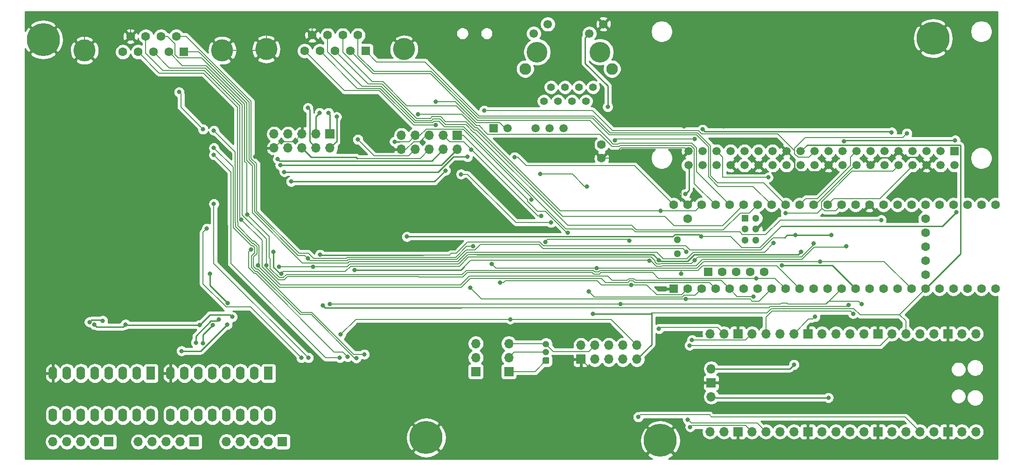
<source format=gbr>
%TF.GenerationSoftware,KiCad,Pcbnew,(5.1.8-0-10_14)*%
%TF.CreationDate,2021-09-27T01:11:36-07:00*%
%TF.ProjectId,baku,62616b75-2e6b-4696-9361-645f70636258,rev?*%
%TF.SameCoordinates,Original*%
%TF.FileFunction,Copper,L2,Bot*%
%TF.FilePolarity,Positive*%
%FSLAX46Y46*%
G04 Gerber Fmt 4.6, Leading zero omitted, Abs format (unit mm)*
G04 Created by KiCad (PCBNEW (5.1.8-0-10_14)) date 2021-09-27 01:11:36*
%MOMM*%
%LPD*%
G01*
G04 APERTURE LIST*
%TA.AperFunction,ComponentPad*%
%ADD10C,0.800000*%
%TD*%
%TA.AperFunction,ComponentPad*%
%ADD11C,6.000000*%
%TD*%
%TA.AperFunction,ComponentPad*%
%ADD12C,1.508000*%
%TD*%
%TA.AperFunction,ComponentPad*%
%ADD13R,1.508000X1.508000*%
%TD*%
%TA.AperFunction,ComponentPad*%
%ADD14O,1.700000X1.700000*%
%TD*%
%TA.AperFunction,ComponentPad*%
%ADD15R,1.700000X1.700000*%
%TD*%
%TA.AperFunction,ComponentPad*%
%ADD16C,1.300000*%
%TD*%
%TA.AperFunction,ComponentPad*%
%ADD17C,1.600000*%
%TD*%
%TA.AperFunction,ComponentPad*%
%ADD18R,1.300000X1.300000*%
%TD*%
%TA.AperFunction,ComponentPad*%
%ADD19R,1.600000X1.600000*%
%TD*%
%TA.AperFunction,ComponentPad*%
%ADD20C,4.000000*%
%TD*%
%TA.AperFunction,ComponentPad*%
%ADD21O,1.600000X2.400000*%
%TD*%
%TA.AperFunction,ComponentPad*%
%ADD22R,1.600000X2.400000*%
%TD*%
%TA.AperFunction,ComponentPad*%
%ADD23C,2.108200*%
%TD*%
%TA.AperFunction,ComponentPad*%
%ADD24C,3.759200*%
%TD*%
%TA.AperFunction,ComponentPad*%
%ADD25C,1.549400*%
%TD*%
%TA.AperFunction,ComponentPad*%
%ADD26C,1.397000*%
%TD*%
%TA.AperFunction,ComponentPad*%
%ADD27O,1.200000X1.200000*%
%TD*%
%TA.AperFunction,ComponentPad*%
%ADD28C,1.500000*%
%TD*%
%TA.AperFunction,ComponentPad*%
%ADD29R,1.500000X1.500000*%
%TD*%
%TA.AperFunction,ViaPad*%
%ADD30C,0.800000*%
%TD*%
%TA.AperFunction,Conductor*%
%ADD31C,0.200000*%
%TD*%
%TA.AperFunction,Conductor*%
%ADD32C,0.250000*%
%TD*%
%TA.AperFunction,Conductor*%
%ADD33C,0.254000*%
%TD*%
%TA.AperFunction,Conductor*%
%ADD34C,0.100000*%
%TD*%
G04 APERTURE END LIST*
D10*
%TO.P,H4,1*%
%TO.N,GND*%
X176590990Y-140409010D03*
X175000000Y-139750000D03*
X173409010Y-140409010D03*
X172750000Y-142000000D03*
X173409010Y-143590990D03*
X175000000Y-144250000D03*
X176590990Y-143590990D03*
X177250000Y-142000000D03*
D11*
X175000000Y-142000000D03*
%TD*%
D10*
%TO.P,H3,1*%
%TO.N,GND*%
X226090990Y-67409010D03*
X224500000Y-66750000D03*
X222909010Y-67409010D03*
X222250000Y-69000000D03*
X222909010Y-70590990D03*
X224500000Y-71250000D03*
X226090990Y-70590990D03*
X226750000Y-69000000D03*
D11*
X224500000Y-69000000D03*
%TD*%
D10*
%TO.P,H2,1*%
%TO.N,GND*%
X134090990Y-139909010D03*
X132500000Y-139250000D03*
X130909010Y-139909010D03*
X130250000Y-141500000D03*
X130909010Y-143090990D03*
X132500000Y-143750000D03*
X134090990Y-143090990D03*
X134750000Y-141500000D03*
D11*
X132500000Y-141500000D03*
%TD*%
D10*
%TO.P,H1,1*%
%TO.N,GND*%
X64590990Y-67659010D03*
X63000000Y-67000000D03*
X61409010Y-67659010D03*
X60750000Y-69250000D03*
X61409010Y-70840990D03*
X63000000Y-71500000D03*
X64590990Y-70840990D03*
X65250000Y-69250000D03*
D11*
X63000000Y-69250000D03*
%TD*%
D12*
%TO.P,A2,40*%
%TO.N,/SPI4_SCLK*%
X180120000Y-92020000D03*
%TO.P,A2,39*%
%TO.N,GND*%
X180120000Y-89480000D03*
%TO.P,A2,38*%
%TO.N,/SPI4_MOSI*%
X182660000Y-92020000D03*
%TO.P,A2,37*%
%TO.N,/RPI_GPIO26*%
X182660000Y-89480000D03*
%TO.P,A2,36*%
%TO.N,N/C*%
X185200000Y-92020000D03*
%TO.P,A2,35*%
%TO.N,/SPI4_MISO*%
X185200000Y-89480000D03*
%TO.P,A2,34*%
%TO.N,GND*%
X187740000Y-92020000D03*
%TO.P,A2,33*%
%TO.N,N/C*%
X187740000Y-89480000D03*
%TO.P,A2,32*%
X190280000Y-92020000D03*
%TO.P,A2,31*%
X190280000Y-89480000D03*
%TO.P,A2,30*%
%TO.N,GND*%
X192820000Y-92020000D03*
%TO.P,A2,29*%
%TO.N,N/C*%
X192820000Y-89480000D03*
%TO.P,A2,28*%
X195360000Y-92020000D03*
%TO.P,A2,27*%
X195360000Y-89480000D03*
%TO.P,A2,26*%
X197900000Y-92020000D03*
%TO.P,A2,25*%
%TO.N,GND*%
X197900000Y-89480000D03*
%TO.P,A2,24*%
%TO.N,N/C*%
X200440000Y-92020000D03*
%TO.P,A2,23*%
%TO.N,/SPI1_SCLK*%
X200440000Y-89480000D03*
%TO.P,A2,22*%
%TO.N,/RPI_GPIO25*%
X202980000Y-92020000D03*
%TO.P,A2,21*%
%TO.N,/SPI1_MISO*%
X202980000Y-89480000D03*
%TO.P,A2,20*%
%TO.N,GND*%
X205520000Y-92020000D03*
%TO.P,A2,19*%
%TO.N,/SPI1_MOSI*%
X205520000Y-89480000D03*
%TO.P,A2,18*%
%TO.N,/RPI_GPIO24*%
X208060000Y-92020000D03*
%TO.P,A2,17*%
%TO.N,/RPI_3V3*%
X208060000Y-89480000D03*
%TO.P,A2,16*%
%TO.N,/STEP_SIGNAL*%
X210600000Y-92020000D03*
%TO.P,A2,15*%
%TO.N,/STEP_CLK*%
X210600000Y-89480000D03*
%TO.P,A2,14*%
%TO.N,GND*%
X213140000Y-92020000D03*
%TO.P,A2,13*%
%TO.N,N/C*%
X213140000Y-89480000D03*
%TO.P,A2,12*%
%TO.N,/RPI_SPI1_CE0*%
X215680000Y-92020000D03*
%TO.P,A2,11*%
%TO.N,N/C*%
X215680000Y-89480000D03*
%TO.P,A2,10*%
%TO.N,/RPI_UART_RX*%
X218220000Y-92020000D03*
%TO.P,A2,9*%
%TO.N,GND*%
X218220000Y-89480000D03*
%TO.P,A2,8*%
%TO.N,/RPI_UART_TX*%
X220760000Y-92020000D03*
%TO.P,A2,7*%
%TO.N,N/C*%
X220760000Y-89480000D03*
%TO.P,A2,6*%
%TO.N,GND*%
X223300000Y-92020000D03*
%TO.P,A2,5*%
%TO.N,N/C*%
X223300000Y-89480000D03*
%TO.P,A2,4*%
%TO.N,/5V*%
X225840000Y-92020000D03*
%TO.P,A2,3*%
%TO.N,N/C*%
X225840000Y-89480000D03*
%TO.P,A2,2*%
%TO.N,/5V*%
X228380000Y-92020000D03*
D13*
%TO.P,A2,1*%
%TO.N,/RPI_3V3*%
X228380000Y-89480000D03*
%TD*%
D14*
%TO.P,J4,3*%
%TO.N,/-2V5*%
X141500000Y-124420000D03*
%TO.P,J4,2*%
%TO.N,/GNDA*%
X141500000Y-126960000D03*
D15*
%TO.P,J4,1*%
%TO.N,/2V5*%
X141500000Y-129500000D03*
%TD*%
D14*
%TO.P,J3,3*%
%TO.N,/-2V5*%
X147500000Y-124420000D03*
%TO.P,J3,2*%
%TO.N,/GNDA*%
X147500000Y-126960000D03*
D15*
%TO.P,J3,1*%
%TO.N,/2V5*%
X147500000Y-129500000D03*
%TD*%
D16*
%TO.P,U5,66*%
%TO.N,N/C*%
X178123600Y-105562400D03*
%TO.P,U5,67*%
X178123600Y-108102400D03*
D17*
%TO.P,U5,54*%
X223113600Y-101752400D03*
%TO.P,U5,53*%
X223113600Y-104292400D03*
%TO.P,U5,52*%
X223113600Y-106832400D03*
%TO.P,U5,51*%
X223113600Y-109372400D03*
%TO.P,U5,50*%
X223113600Y-111912400D03*
D16*
%TO.P,U5,62*%
%TO.N,T-*%
X190363600Y-105650800D03*
%TO.P,U5,63*%
%TO.N,T+*%
X192363600Y-105650800D03*
%TO.P,U5,64*%
%TO.N,GND*%
X192363600Y-103650800D03*
%TO.P,U5,61*%
%TO.N,LED*%
X190363600Y-103650800D03*
%TO.P,U5,65*%
%TO.N,R-*%
X192363600Y-101650800D03*
D18*
%TO.P,U5,60*%
%TO.N,R+*%
X190363600Y-101650800D03*
D17*
%TO.P,U5,17*%
%TO.N,N/C*%
X218033600Y-114452400D03*
%TO.P,U5,18*%
%TO.N,/SPI1_MOSI*%
X220573600Y-114452400D03*
%TO.P,U5,19*%
%TO.N,/SPI1_SCLK*%
X223113600Y-114452400D03*
%TO.P,U5,20*%
%TO.N,N/C*%
X225653600Y-114452400D03*
%TO.P,U5,16*%
%TO.N,/B_LEFT*%
X215493600Y-114452400D03*
%TO.P,U5,15*%
%TO.N,N/C*%
X212953600Y-114452400D03*
%TO.P,U5,14*%
%TO.N,/SPI4_MISO*%
X210413600Y-114452400D03*
%TO.P,U5,21*%
%TO.N,N/C*%
X228193600Y-114452400D03*
%TO.P,U5,22*%
X230733600Y-114452400D03*
%TO.P,U5,23*%
X233273600Y-114452400D03*
%TO.P,U5,24*%
X235813600Y-114452400D03*
%TO.P,U5,25*%
X235813600Y-99212400D03*
%TO.P,U5,26*%
X233273600Y-99212400D03*
%TO.P,U5,27*%
X230733600Y-99212400D03*
%TO.P,U5,28*%
X228193600Y-99212400D03*
%TO.P,U5,29*%
X225653600Y-99212400D03*
%TO.P,U5,30*%
X223113600Y-99212400D03*
%TO.P,U5,31*%
X220573600Y-99212400D03*
%TO.P,U5,32*%
X218033600Y-99212400D03*
%TO.P,U5,33*%
X215493600Y-99212400D03*
%TO.P,U5,34*%
%TO.N,GND*%
X212953600Y-99212400D03*
%TO.P,U5,13*%
%TO.N,/SPI4_MOSI*%
X207873600Y-114452400D03*
%TO.P,U5,12*%
%TO.N,/SPI4_CS0*%
X205333600Y-114452400D03*
%TO.P,U5,11*%
%TO.N,N/C*%
X202793600Y-114452400D03*
%TO.P,U5,10*%
%TO.N,/A_DOWN*%
X200253600Y-114452400D03*
%TO.P,U5,9*%
%TO.N,/A_LEFT*%
X197713600Y-114452400D03*
%TO.P,U5,8*%
%TO.N,/A_BUTTON1*%
X195173600Y-114452400D03*
%TO.P,U5,7*%
%TO.N,/A_RIGHT*%
X192633600Y-114452400D03*
%TO.P,U5,6*%
%TO.N,/A_UP*%
X190093600Y-114452400D03*
%TO.P,U5,5*%
%TO.N,/A_SWITCH_COMMON*%
X187553600Y-114452400D03*
%TO.P,U5,4*%
%TO.N,/A_BUTTON2*%
X185013600Y-114452400D03*
%TO.P,U5,3*%
%TO.N,/SPI1_MISO*%
X182473600Y-114452400D03*
%TO.P,U5,2*%
%TO.N,/DAC_LDAC*%
X179933600Y-114452400D03*
D19*
%TO.P,U5,1*%
%TO.N,GND*%
X177393600Y-114452400D03*
D17*
%TO.P,U5,35*%
%TO.N,/SPI4_SCLK*%
X210413600Y-99212400D03*
%TO.P,U5,36*%
%TO.N,/RPI_UART_RX*%
X207873600Y-99212400D03*
%TO.P,U5,37*%
%TO.N,/RPI_UART_TX*%
X205333600Y-99212400D03*
%TO.P,U5,38*%
%TO.N,/STEP_SIGNAL*%
X202793600Y-99212400D03*
%TO.P,U5,39*%
%TO.N,/STEP_CLK*%
X200253600Y-99212400D03*
%TO.P,U5,40*%
%TO.N,/B_UP*%
X197713600Y-99212400D03*
%TO.P,U5,41*%
%TO.N,/B_BUTTON1*%
X195173600Y-99212400D03*
%TO.P,U5,42*%
%TO.N,/B_SWITCH_COMMON*%
X192633600Y-99212400D03*
%TO.P,U5,43*%
%TO.N,/B_RIGHT*%
X190093600Y-99212400D03*
%TO.P,U5,44*%
%TO.N,/B_DOWN*%
X187553600Y-99212400D03*
%TO.P,U5,45*%
%TO.N,/B_BUTTON2*%
X185013600Y-99212400D03*
%TO.P,U5,46*%
%TO.N,/IOREF*%
X182473600Y-99212400D03*
%TO.P,U5,47*%
%TO.N,GND*%
X179933600Y-99212400D03*
%TO.P,U5,48*%
%TO.N,/5V*%
X177393600Y-99212400D03*
D19*
%TO.P,U5,55*%
%TO.N,N/C*%
X183692800Y-111401600D03*
D17*
%TO.P,U5,56*%
X186232800Y-111401600D03*
%TO.P,U5,57*%
X188772800Y-111401600D03*
%TO.P,U5,58*%
X191312800Y-111401600D03*
%TO.P,U5,59*%
X193852800Y-111401600D03*
%TO.P,U5,49*%
X179933600Y-101752400D03*
%TD*%
D14*
%TO.P,J2,10*%
%TO.N,/3V3*%
X170750000Y-124710000D03*
%TO.P,J2,9*%
%TO.N,/SPI1_SCLK*%
X170750000Y-127250000D03*
%TO.P,J2,8*%
%TO.N,/SPI4_SCLK*%
X168210000Y-124710000D03*
%TO.P,J2,7*%
%TO.N,/DAC_LDAC*%
X168210000Y-127250000D03*
%TO.P,J2,6*%
%TO.N,/SPI4_MOSI*%
X165670000Y-124710000D03*
%TO.P,J2,5*%
%TO.N,/SPI1_MOSI*%
X165670000Y-127250000D03*
%TO.P,J2,4*%
%TO.N,/-2V5*%
X163130000Y-124710000D03*
%TO.P,J2,3*%
%TO.N,N/C*%
X163130000Y-127250000D03*
%TO.P,J2,2*%
%TO.N,/2V5*%
X160590000Y-124710000D03*
D15*
%TO.P,J2,1*%
%TO.N,GND*%
X160590000Y-127250000D03*
%TD*%
D14*
%TO.P,J6,10*%
%TO.N,GND*%
X104902000Y-88900000D03*
%TO.P,J6,9*%
%TO.N,/REF*%
X104902000Y-86360000D03*
%TO.P,J6,8*%
%TO.N,/-2V5*%
X107442000Y-88900000D03*
%TO.P,J6,7*%
%TO.N,/2V5*%
X107442000Y-86360000D03*
%TO.P,J6,6*%
%TO.N,/IOREF*%
X109982000Y-88900000D03*
%TO.P,J6,5*%
%TO.N,GND*%
X109982000Y-86360000D03*
%TO.P,J6,4*%
%TO.N,/SPI4_CS0*%
X112522000Y-88900000D03*
%TO.P,J6,3*%
%TO.N,/SPI4_MISO*%
X112522000Y-86360000D03*
%TO.P,J6,2*%
%TO.N,/SPI4_MOSI*%
X115062000Y-88900000D03*
D15*
%TO.P,J6,1*%
%TO.N,/SPI4_SCLK*%
X115062000Y-86360000D03*
%TD*%
D14*
%TO.P,J5,10*%
%TO.N,GND*%
X128016000Y-89154000D03*
%TO.P,J5,9*%
%TO.N,/REF*%
X128016000Y-86614000D03*
%TO.P,J5,8*%
%TO.N,/-2V5*%
X130556000Y-89154000D03*
%TO.P,J5,7*%
%TO.N,/2V5*%
X130556000Y-86614000D03*
%TO.P,J5,6*%
%TO.N,/IOREF*%
X133096000Y-89154000D03*
%TO.P,J5,5*%
%TO.N,GND*%
X133096000Y-86614000D03*
%TO.P,J5,4*%
%TO.N,/DAC_LDAC*%
X135636000Y-89154000D03*
%TO.P,J5,3*%
%TO.N,/SPI1_MISO*%
X135636000Y-86614000D03*
%TO.P,J5,2*%
%TO.N,/SPI1_MOSI*%
X138176000Y-89154000D03*
D15*
%TO.P,J5,1*%
%TO.N,/SPI1_SCLK*%
X138176000Y-86614000D03*
%TD*%
D20*
%TO.P,JS2,0*%
%TO.N,GND*%
X103473600Y-70972400D03*
X128473600Y-70972400D03*
D17*
%TO.P,JS2,9*%
X111818600Y-68432400D03*
%TO.P,JS2,8*%
%TO.N,/B_SWITCH_COMMON*%
X114588600Y-68432400D03*
%TO.P,JS2,7*%
%TO.N,/B_BUTTON2*%
X117358600Y-68432400D03*
%TO.P,JS2,6*%
%TO.N,/B_BUTTON1*%
X120128600Y-68432400D03*
%TO.P,JS2,5*%
%TO.N,/3V3*%
X110433600Y-71272400D03*
%TO.P,JS2,4*%
%TO.N,/B_LEFT*%
X113203600Y-71272400D03*
%TO.P,JS2,3*%
%TO.N,/B_RIGHT*%
X115973600Y-71272400D03*
%TO.P,JS2,2*%
%TO.N,/B_DOWN*%
X118743600Y-71272400D03*
D19*
%TO.P,JS2,1*%
%TO.N,/B_UP*%
X121513600Y-71272400D03*
%TD*%
D21*
%TO.P,U25,16*%
%TO.N,Net-(J13-Pad5)*%
X82550000Y-137414000D03*
%TO.P,U25,8*%
%TO.N,GND*%
X64770000Y-129794000D03*
%TO.P,U25,15*%
%TO.N,Net-(J14-Pad2)*%
X80010000Y-137414000D03*
%TO.P,U25,7*%
%TO.N,Net-(U21-Pad11)*%
X67310000Y-129794000D03*
%TO.P,U25,14*%
%TO.N,Net-(J14-Pad3)*%
X77470000Y-137414000D03*
%TO.P,U25,6*%
%TO.N,Net-(U21-Pad10)*%
X69850000Y-129794000D03*
%TO.P,U25,13*%
%TO.N,Net-(J14-Pad4)*%
X74930000Y-137414000D03*
%TO.P,U25,5*%
%TO.N,Net-(U21-Pad6)*%
X72390000Y-129794000D03*
%TO.P,U25,12*%
%TO.N,Net-(J14-Pad5)*%
X72390000Y-137414000D03*
%TO.P,U25,4*%
%TO.N,Net-(U21-Pad5)*%
X74930000Y-129794000D03*
%TO.P,U25,11*%
%TO.N,/steppers/EXTRA_OUT1*%
X69850000Y-137414000D03*
%TO.P,U25,3*%
%TO.N,Net-(U21-Pad4)*%
X77470000Y-129794000D03*
%TO.P,U25,10*%
%TO.N,/steppers/EXTRA_OUT2*%
X67310000Y-137414000D03*
%TO.P,U25,2*%
%TO.N,Net-(U21-Pad3)*%
X80010000Y-129794000D03*
%TO.P,U25,9*%
%TO.N,/5V*%
X64770000Y-137414000D03*
D22*
%TO.P,U25,1*%
%TO.N,Net-(U10-Pad13)*%
X82550000Y-129794000D03*
%TD*%
D21*
%TO.P,U23,16*%
%TO.N,Net-(J9-Pad2)*%
X103886000Y-137414000D03*
%TO.P,U23,8*%
%TO.N,GND*%
X86106000Y-129794000D03*
%TO.P,U23,15*%
%TO.N,Net-(J9-Pad3)*%
X101346000Y-137414000D03*
%TO.P,U23,7*%
%TO.N,Net-(U10-Pad12)*%
X88646000Y-129794000D03*
%TO.P,U23,14*%
%TO.N,Net-(J9-Pad4)*%
X98806000Y-137414000D03*
%TO.P,U23,6*%
%TO.N,Net-(U10-Pad11)*%
X91186000Y-129794000D03*
%TO.P,U23,13*%
%TO.N,Net-(J9-Pad5)*%
X96266000Y-137414000D03*
%TO.P,U23,5*%
%TO.N,Net-(U10-Pad10)*%
X93726000Y-129794000D03*
%TO.P,U23,12*%
%TO.N,Net-(J13-Pad2)*%
X93726000Y-137414000D03*
%TO.P,U23,4*%
%TO.N,Net-(U10-Pad6)*%
X96266000Y-129794000D03*
%TO.P,U23,11*%
%TO.N,Net-(J13-Pad3)*%
X91186000Y-137414000D03*
%TO.P,U23,3*%
%TO.N,Net-(U10-Pad5)*%
X98806000Y-129794000D03*
%TO.P,U23,10*%
%TO.N,Net-(J13-Pad4)*%
X88646000Y-137414000D03*
%TO.P,U23,2*%
%TO.N,Net-(U10-Pad4)*%
X101346000Y-129794000D03*
%TO.P,U23,9*%
%TO.N,/5V*%
X86106000Y-137414000D03*
D22*
%TO.P,U23,1*%
%TO.N,Net-(U10-Pad3)*%
X103886000Y-129794000D03*
%TD*%
D14*
%TO.P,J14,5*%
%TO.N,Net-(J14-Pad5)*%
X64770000Y-142240000D03*
%TO.P,J14,4*%
%TO.N,Net-(J14-Pad4)*%
X67310000Y-142240000D03*
%TO.P,J14,3*%
%TO.N,Net-(J14-Pad3)*%
X69850000Y-142240000D03*
%TO.P,J14,2*%
%TO.N,Net-(J14-Pad2)*%
X72390000Y-142240000D03*
D15*
%TO.P,J14,1*%
%TO.N,/5V*%
X74930000Y-142240000D03*
%TD*%
D14*
%TO.P,J13,5*%
%TO.N,Net-(J13-Pad5)*%
X80264000Y-142240000D03*
%TO.P,J13,4*%
%TO.N,Net-(J13-Pad4)*%
X82804000Y-142240000D03*
%TO.P,J13,3*%
%TO.N,Net-(J13-Pad3)*%
X85344000Y-142240000D03*
%TO.P,J13,2*%
%TO.N,Net-(J13-Pad2)*%
X87884000Y-142240000D03*
D15*
%TO.P,J13,1*%
%TO.N,/5V*%
X90424000Y-142240000D03*
%TD*%
D14*
%TO.P,J9,5*%
%TO.N,Net-(J9-Pad5)*%
X96266000Y-142214600D03*
%TO.P,J9,4*%
%TO.N,Net-(J9-Pad4)*%
X98806000Y-142214600D03*
%TO.P,J9,3*%
%TO.N,Net-(J9-Pad3)*%
X101346000Y-142214600D03*
%TO.P,J9,2*%
%TO.N,Net-(J9-Pad2)*%
X103886000Y-142214600D03*
D15*
%TO.P,J9,1*%
%TO.N,/5V*%
X106426000Y-142214600D03*
%TD*%
D23*
%TO.P,J7,16*%
%TO.N,N/C*%
X150468602Y-74536410D03*
%TO.P,J7,13*%
X166218598Y-74536410D03*
D24*
%TO.P,J7,15*%
X152628600Y-71486410D03*
%TO.P,J7,14*%
X164058600Y-71486410D03*
D25*
%TO.P,J7,12*%
X152018600Y-68126410D03*
%TO.P,J7,11*%
X154558600Y-66426410D03*
%TO.P,J7,10*%
%TO.N,LED*%
X162128600Y-68126410D03*
%TO.P,J7,9*%
%TO.N,GND*%
X164668600Y-66406410D03*
D26*
%TO.P,J7,7*%
%TO.N,R+*%
X155168600Y-77856410D03*
%TO.P,J7,5*%
%TO.N,N/C*%
X157708600Y-77856410D03*
%TO.P,J7,3*%
%TO.N,Net-(C1-Pad2)*%
X160248600Y-77856410D03*
%TO.P,J7,1*%
%TO.N,T-*%
X162788600Y-77856410D03*
%TO.P,J7,8*%
%TO.N,R-*%
X153898600Y-80396410D03*
%TO.P,J7,6*%
%TO.N,N/C*%
X156438600Y-80396410D03*
%TO.P,J7,4*%
X158978600Y-80396410D03*
%TO.P,J7,2*%
%TO.N,T+*%
X161518600Y-80396410D03*
%TD*%
D17*
%TO.P,C1,2*%
%TO.N,Net-(C1-Pad2)*%
X164338000Y-88265000D03*
%TO.P,C1,1*%
%TO.N,GND*%
X164338000Y-90765000D03*
%TD*%
%TO.P,J10,1*%
%TO.N,/2V5*%
%TA.AperFunction,ComponentPad*%
G36*
G01*
X154673600Y-128100000D02*
X153826400Y-128100000D01*
G75*
G02*
X153650000Y-127923600I0J176400D01*
G01*
X153650000Y-127076400D01*
G75*
G02*
X153826400Y-126900000I176400J0D01*
G01*
X154673600Y-126900000D01*
G75*
G02*
X154850000Y-127076400I0J-176400D01*
G01*
X154850000Y-127923600D01*
G75*
G02*
X154673600Y-128100000I-176400J0D01*
G01*
G37*
%TD.AperFunction*%
D27*
%TO.P,J10,2*%
%TO.N,/GNDA*%
X154250000Y-126000000D03*
%TO.P,J10,3*%
%TO.N,/-2V5*%
X154250000Y-124500000D03*
%TD*%
D14*
%TO.P,U6,43*%
%TO.N,/RPI_GPIO24*%
X184227600Y-134061200D03*
D15*
%TO.P,U6,42*%
%TO.N,GND*%
X184227600Y-131521200D03*
D14*
%TO.P,U6,41*%
%TO.N,/RPI_GPIO25*%
X184227600Y-128981200D03*
%TO.P,U6,40*%
%TO.N,/pipico/VBUS*%
X232257600Y-140411200D03*
%TO.P,U6,39*%
%TO.N,Net-(U6-Pad39)*%
X229717600Y-140411200D03*
D15*
%TO.P,U6,38*%
%TO.N,GND*%
X227177600Y-140411200D03*
D14*
%TO.P,U6,37*%
%TO.N,Net-(U6-Pad37)*%
X224637600Y-140411200D03*
%TO.P,U6,36*%
%TO.N,/3V3*%
X222097600Y-140411200D03*
%TO.P,U6,35*%
%TO.N,Net-(U6-Pad35)*%
X219557600Y-140411200D03*
%TO.P,U6,34*%
%TO.N,/pipico/GPIO28*%
X217017600Y-140411200D03*
D15*
%TO.P,U6,33*%
%TO.N,GND*%
X214477600Y-140411200D03*
D14*
%TO.P,U6,32*%
%TO.N,/pipico/GPIO27*%
X211937600Y-140411200D03*
%TO.P,U6,31*%
%TO.N,/pipico/GPIO26*%
X209397600Y-140411200D03*
%TO.P,U6,30*%
%TO.N,/RPI_GPIO26*%
X206857600Y-140411200D03*
%TO.P,U6,29*%
%TO.N,/pipico/GPIO22*%
X204317600Y-140411200D03*
D15*
%TO.P,U6,28*%
%TO.N,GND*%
X201777600Y-140411200D03*
D14*
%TO.P,U6,27*%
%TO.N,/A_SWITCH_COMMON*%
X199237600Y-140411200D03*
%TO.P,U6,26*%
%TO.N,/A_RIGHT*%
X196697600Y-140411200D03*
%TO.P,U6,25*%
%TO.N,/A_BUTTON1*%
X194157600Y-140411200D03*
%TO.P,U6,24*%
%TO.N,/A_BUTTON2*%
X191617600Y-140411200D03*
D15*
%TO.P,U6,23*%
%TO.N,GND*%
X189077600Y-140411200D03*
D14*
%TO.P,U6,22*%
%TO.N,/A_LEFT*%
X186537600Y-140411200D03*
%TO.P,U6,21*%
%TO.N,/A_DOWN*%
X183997600Y-140411200D03*
%TO.P,U6,20*%
%TO.N,/A_UP*%
X183997600Y-122631200D03*
%TO.P,U6,19*%
%TO.N,/STEP_CLK*%
X186537600Y-122631200D03*
D15*
%TO.P,U6,18*%
%TO.N,GND*%
X189077600Y-122631200D03*
D14*
%TO.P,U6,17*%
%TO.N,/STEP_SIGNAL*%
X191617600Y-122631200D03*
%TO.P,U6,16*%
%TO.N,/RPI_SPI1_CE0*%
X194157600Y-122631200D03*
%TO.P,U6,15*%
%TO.N,/RPI_UART_RX*%
X196697600Y-122631200D03*
%TO.P,U6,14*%
%TO.N,/RPI_UART_TX*%
X199237600Y-122631200D03*
D15*
%TO.P,U6,13*%
%TO.N,GND*%
X201777600Y-122631200D03*
D14*
%TO.P,U6,12*%
%TO.N,/SPI4_CS0*%
X204317600Y-122631200D03*
%TO.P,U6,11*%
%TO.N,/SPI4_SCLK*%
X206857600Y-122631200D03*
%TO.P,U6,10*%
%TO.N,/SPI4_MISO*%
X209397600Y-122631200D03*
%TO.P,U6,9*%
%TO.N,/SPI4_MOSI*%
X211937600Y-122631200D03*
D15*
%TO.P,U6,8*%
%TO.N,GND*%
X214477600Y-122631200D03*
D14*
%TO.P,U6,7*%
%TO.N,/DAC_LDAC*%
X217017600Y-122631200D03*
%TO.P,U6,6*%
%TO.N,/SPI1_SCLK*%
X219557600Y-122631200D03*
%TO.P,U6,5*%
%TO.N,/SPI1_MISO*%
X222097600Y-122631200D03*
%TO.P,U6,4*%
%TO.N,/SPI1_MOSI*%
X224637600Y-122631200D03*
D15*
%TO.P,U6,3*%
%TO.N,GND*%
X227177600Y-122631200D03*
D14*
%TO.P,U6,2*%
%TO.N,/pipico/GPIO1*%
X229717600Y-122631200D03*
%TO.P,U6,1*%
%TO.N,/pipico/GPIO0*%
X232257600Y-122631200D03*
%TD*%
D20*
%TO.P,JS1,0*%
%TO.N,GND*%
X70504400Y-71175600D03*
X95504400Y-71175600D03*
D17*
%TO.P,JS1,9*%
X78849400Y-68635600D03*
%TO.P,JS1,8*%
%TO.N,/A_SWITCH_COMMON*%
X81619400Y-68635600D03*
%TO.P,JS1,7*%
%TO.N,/A_RIGHT*%
X84389400Y-68635600D03*
%TO.P,JS1,6*%
%TO.N,/A_BUTTON1*%
X87159400Y-68635600D03*
%TO.P,JS1,5*%
%TO.N,/3V3*%
X77464400Y-71475600D03*
%TO.P,JS1,4*%
%TO.N,/A_BUTTON2*%
X80234400Y-71475600D03*
%TO.P,JS1,3*%
%TO.N,/A_LEFT*%
X83004400Y-71475600D03*
%TO.P,JS1,2*%
%TO.N,/A_DOWN*%
X85774400Y-71475600D03*
D19*
%TO.P,JS1,1*%
%TO.N,/A_UP*%
X88544400Y-71475600D03*
%TD*%
D28*
%TO.P,U11,6*%
%TO.N,Net-(C10-Pad1)*%
X157480000Y-85344000D03*
%TO.P,U11,5*%
%TO.N,/GNDA*%
X154940000Y-85344000D03*
%TO.P,U11,4*%
%TO.N,Net-(C9-Pad1)*%
X152400000Y-85344000D03*
%TO.P,U11,2*%
%TO.N,GND*%
X147320000Y-85344000D03*
D29*
%TO.P,U11,1*%
%TO.N,/5V*%
X144780000Y-85344000D03*
%TD*%
D30*
%TO.N,GND*%
X145724800Y-70722800D03*
X134239000Y-80523000D03*
X145724800Y-65272800D03*
X201478800Y-131521200D03*
X227000000Y-131500000D03*
X214728800Y-131521200D03*
X189021200Y-131521200D03*
X186500000Y-85000000D03*
X179266599Y-84983401D03*
X178049990Y-131500000D03*
X101439041Y-90464361D03*
%TO.N,/5V*%
X182403902Y-104979264D03*
X148562881Y-90561516D03*
%TO.N,LED*%
X165455600Y-81432400D03*
%TO.N,/RPI_3V3*%
X228500000Y-87500000D03*
%TO.N,/3V3*%
X72287719Y-120958179D03*
X77952600Y-120929400D03*
X97307400Y-119557800D03*
X91363800Y-121031000D03*
X96520000Y-117094000D03*
%TO.N,/GNDA*%
X153228000Y-93660000D03*
X161671000Y-95885000D03*
%TO.N,/2V5*%
X151593544Y-98285208D03*
X126750000Y-87750000D03*
%TO.N,/REF*%
X155177431Y-102434795D03*
X138834968Y-93672169D03*
%TO.N,/-2V5*%
X120106407Y-87369251D03*
X169349592Y-105725010D03*
X154122767Y-105964541D03*
%TO.N,/A_SWITCH_COMMON*%
X191864848Y-115864840D03*
X98969330Y-101893594D03*
%TO.N,/A_BUTTON2*%
X180422434Y-139561198D03*
X102009402Y-110175023D03*
%TO.N,/A_BUTTON1*%
X141033500Y-106743500D03*
X180000000Y-138250000D03*
X179647581Y-116352419D03*
X140472169Y-114253151D03*
%TO.N,/A_RIGHT*%
X195580000Y-106172000D03*
%TO.N,/A_LEFT*%
X192447623Y-112552377D03*
X103482759Y-110175021D03*
%TO.N,/A_DOWN*%
X178750000Y-111750000D03*
X100050851Y-100949149D03*
%TO.N,/A_UP*%
X111038191Y-108961809D03*
X179732521Y-107744291D03*
%TO.N,/B_LEFT*%
X215093609Y-101967844D03*
%TO.N,/STEP_SIGNAL*%
X202793600Y-106242404D03*
X180750000Y-123750000D03*
X181250000Y-109250000D03*
%TO.N,Net-(U10-Pad13)*%
X96399621Y-120955397D03*
X88112600Y-125755400D03*
%TO.N,Net-(U10-Pad12)*%
X90703400Y-124231400D03*
X94867893Y-120004484D03*
%TO.N,Net-(U10-Pad11)*%
X93795555Y-121030468D03*
X92010449Y-124319249D03*
%TO.N,Net-(U21-Pad11)*%
X71393505Y-120510513D03*
X73798646Y-120255190D03*
%TO.N,/IOREF*%
X175062401Y-100312401D03*
X131008712Y-82821648D03*
%TO.N,/SPI4_CS0*%
X199528590Y-104750000D03*
X206033610Y-104750000D03*
X113250000Y-108250000D03*
X111029510Y-81624968D03*
%TO.N,/SPI4_MISO*%
X194576601Y-94246601D03*
X197049990Y-110250000D03*
X209181946Y-117399979D03*
X113750000Y-117500000D03*
X113171620Y-82524990D03*
%TO.N,/SPI4_SCLK*%
X179500000Y-97250000D03*
X173040333Y-109381353D03*
X208782009Y-106782009D03*
X119500000Y-111049999D03*
X114750000Y-82524990D03*
%TO.N,/DAC_LDAC*%
X145915941Y-113345990D03*
X169752406Y-113752406D03*
X180299990Y-124750000D03*
X105575952Y-90924048D03*
%TO.N,/SPI1_MISO*%
X140652500Y-89217500D03*
X153382949Y-101252051D03*
X143029989Y-82118409D03*
X219750000Y-86250000D03*
X162024990Y-114929602D03*
X108000000Y-95000000D03*
X136000000Y-93000000D03*
%TO.N,/SPI1_MOSI*%
X144421262Y-110003143D03*
X203998423Y-109501577D03*
X163452444Y-110702444D03*
X106007747Y-91992253D03*
%TO.N,/SPI1_SCLK*%
X162750000Y-119000000D03*
X106750000Y-93250000D03*
X140000000Y-90500000D03*
%TO.N,/STEP_CLK*%
X200500000Y-107750000D03*
X174750000Y-121750000D03*
X174750000Y-109250000D03*
%TO.N,/STEP_SIGNAL*%
X106189261Y-111758952D03*
X104799989Y-107774990D03*
%TO.N,/SPI1_SCLK*%
X158181688Y-104274990D03*
%TO.N,/STEP_CLK*%
X105782095Y-110506776D03*
X112006776Y-110506776D03*
%TO.N,/ESP32_with_cam/SD_DAT1*%
X121285000Y-126365000D03*
X93980000Y-85725000D03*
%TO.N,/ESP32_with_cam/SD_DAT0*%
X93980000Y-88900000D03*
X119805013Y-127065010D03*
%TO.N,/ESP32_with_cam/SD_CLK*%
X118252163Y-126792827D03*
X100672823Y-107324979D03*
%TO.N,/ESP32_with_cam/SD_DAT2*%
X109855000Y-127000000D03*
X92710000Y-103505000D03*
%TO.N,/RPI_UART_RX*%
X197750000Y-100750000D03*
%TO.N,/RPI_UART_TX*%
X203056380Y-119544279D03*
%TO.N,/ESP32_with_cam/SD_CMD*%
X116840000Y-127000000D03*
X93980000Y-90170000D03*
%TO.N,/ESP32_with_cam/SD_DAT3*%
X111125000Y-127000000D03*
X93980000Y-99060000D03*
%TO.N,/RPI_GPIO26*%
X182679957Y-85522591D03*
X217000000Y-86049990D03*
%TO.N,/RPI_GPIO25*%
X199250000Y-128250000D03*
%TO.N,/RPI_GPIO24*%
X205500000Y-134250000D03*
%TO.N,/RPI_SPI1_CE0*%
X210000000Y-119000000D03*
%TO.N,/SPI4_MOSI*%
X181250000Y-87250000D03*
X166750000Y-87500000D03*
X167750000Y-117250000D03*
X211509278Y-117256983D03*
X115000000Y-117225000D03*
X116250000Y-83250000D03*
%TO.N,Net-(R1-Pad2)*%
X92000000Y-85500000D03*
X87662500Y-78750000D03*
%TO.N,/3V3*%
X147750000Y-120000000D03*
X117000000Y-122750000D03*
X171000000Y-137750000D03*
X134250000Y-84750000D03*
X93250000Y-111750000D03*
%TO.N,/5V*%
X228733991Y-100523890D03*
X129000000Y-105000000D03*
%TO.N,/RPI_3V3*%
X208347008Y-87675989D03*
%TD*%
D31*
%TO.N,GND*%
X103270400Y-71175600D02*
X103473600Y-70972400D01*
X95504400Y-71175600D02*
X103270400Y-71175600D01*
X94704399Y-70375599D02*
X95504400Y-71175600D01*
X70504400Y-71175600D02*
X71304401Y-70375599D01*
X122017200Y-64516000D02*
X128473600Y-70972400D01*
X111887000Y-64516000D02*
X122017200Y-64516000D01*
X111818600Y-64584400D02*
X111887000Y-64516000D01*
X111818600Y-68432400D02*
X111818600Y-64584400D01*
X103505000Y-64516000D02*
X111887000Y-64516000D01*
X70504400Y-66147600D02*
X72136000Y-64516000D01*
X70504400Y-71175600D02*
X70504400Y-66147600D01*
X78849400Y-64625400D02*
X78740000Y-64516000D01*
X78849400Y-68635600D02*
X78849400Y-64625400D01*
X72136000Y-64516000D02*
X78740000Y-64516000D01*
X103473600Y-64547400D02*
X103505000Y-64516000D01*
X103473600Y-70972400D02*
X103473600Y-64547400D01*
X78740000Y-64516000D02*
X103505000Y-64516000D01*
X145724800Y-70722800D02*
X145724800Y-65272800D01*
X130243997Y-87764001D02*
X131380299Y-87764001D01*
X104902000Y-88900000D02*
X106052001Y-87749999D01*
X131380299Y-87764001D02*
X132530300Y-86614000D01*
X128853998Y-89154000D02*
X130243997Y-87764001D01*
X106052001Y-87749999D02*
X108592001Y-87749999D01*
X132530300Y-86614000D02*
X133096000Y-86614000D01*
X128016000Y-89154000D02*
X128853998Y-89154000D01*
X108592001Y-87749999D02*
X109982000Y-86360000D01*
D32*
X204508599Y-93179401D02*
X199989679Y-93179401D01*
X205587600Y-92100400D02*
X204508599Y-93179401D01*
X184227600Y-131521200D02*
X201478800Y-131521200D01*
X201478800Y-131521200D02*
X226271200Y-131521200D01*
X226292400Y-131500000D02*
X227000000Y-131500000D01*
X226271200Y-131521200D02*
X226292400Y-131500000D01*
X214668599Y-90639401D02*
X213207600Y-92100400D01*
X217208599Y-90639401D02*
X214668599Y-90639401D01*
X218287600Y-89560400D02*
X217208599Y-90639401D01*
D31*
X147320000Y-85344000D02*
X146896900Y-85344000D01*
X141596899Y-84293999D02*
X137825900Y-80523000D01*
X146896900Y-85344000D02*
X145846899Y-84293999D01*
X145846899Y-84293999D02*
X141596899Y-84293999D01*
X137825900Y-80523000D02*
X134239000Y-80523000D01*
D32*
X186500000Y-85000000D02*
X186100001Y-84600001D01*
X179649999Y-84600001D02*
X179266599Y-84983401D01*
X186100001Y-84600001D02*
X179649999Y-84600001D01*
D31*
X167817357Y-88850047D02*
X165902404Y-90765000D01*
X179477247Y-88850047D02*
X167817357Y-88850047D01*
X179933600Y-99212400D02*
X178799998Y-98078798D01*
X178799998Y-90948002D02*
X180187600Y-89560400D01*
X180187600Y-89560400D02*
X179477247Y-88850047D01*
X178799998Y-98078798D02*
X178799998Y-90948002D01*
X165902404Y-90765000D02*
X164338000Y-90765000D01*
D32*
X178071190Y-131521200D02*
X178049990Y-131500000D01*
D31*
X160590000Y-127250000D02*
X164840000Y-131500000D01*
D32*
X184227600Y-131521200D02*
X178071190Y-131521200D01*
D31*
X164840000Y-131500000D02*
X178049990Y-131500000D01*
D32*
X221839001Y-90559001D02*
X223300000Y-92020000D01*
X219299001Y-90559001D02*
X221839001Y-90559001D01*
X218220000Y-89480000D02*
X219299001Y-90559001D01*
X199360999Y-92550721D02*
X199360999Y-90940999D01*
X199360999Y-90940999D02*
X197900000Y-89480000D01*
X199989679Y-93179401D02*
X199360999Y-92550721D01*
D31*
X103003402Y-88900000D02*
X101439041Y-90464361D01*
X104902000Y-88900000D02*
X103003402Y-88900000D01*
%TO.N,/5V*%
X150704049Y-92136999D02*
X149128566Y-90561516D01*
X177393600Y-99212400D02*
X170318199Y-92136999D01*
X170318199Y-92136999D02*
X150704049Y-92136999D01*
X149128566Y-90561516D02*
X148562881Y-90561516D01*
X189795591Y-107000812D02*
X193068539Y-107000812D01*
X182403902Y-104979264D02*
X187774043Y-104979264D01*
X193068539Y-107000812D02*
X196980012Y-103089339D01*
X187774043Y-104979264D02*
X189795591Y-107000812D01*
D32*
%TO.N,LED*%
X165455600Y-81432400D02*
X165455600Y-77622400D01*
X161353901Y-68901109D02*
X162128600Y-68126410D01*
X161353901Y-73520701D02*
X161353901Y-68901109D01*
X165455600Y-77622400D02*
X161353901Y-73520701D01*
%TO.N,/3V3*%
X77523822Y-121358178D02*
X77952600Y-120929400D01*
X72287719Y-120958179D02*
X72687718Y-121358178D01*
X93236999Y-119157801D02*
X91363800Y-121031000D01*
X97307400Y-119557800D02*
X96907401Y-119157801D01*
X96907401Y-119157801D02*
X93236999Y-119157801D01*
X78054200Y-121031000D02*
X77952600Y-120929400D01*
X91363800Y-121031000D02*
X78054200Y-121031000D01*
D31*
X76761822Y-121358178D02*
X76708000Y-121412000D01*
D32*
X76708000Y-121412000D02*
X77523822Y-121358178D01*
X72687718Y-121358178D02*
X76761822Y-121358178D01*
D31*
X170750000Y-124710000D02*
X170750000Y-124750000D01*
%TO.N,/GNDA*%
X153228000Y-93660000D02*
X159065000Y-93660000D01*
X161290000Y-95885000D02*
X161671000Y-95885000D01*
X159065000Y-93660000D02*
X161290000Y-95885000D01*
X148460000Y-126000000D02*
X154250000Y-126000000D01*
X147500000Y-126960000D02*
X148460000Y-126000000D01*
%TO.N,/2V5*%
X151593544Y-97860944D02*
X151593544Y-98285208D01*
X139196599Y-85463999D02*
X151593544Y-97860944D01*
X132543999Y-85463999D02*
X139196599Y-85463999D01*
X131393998Y-86614000D02*
X132543999Y-85463999D01*
X130556000Y-86614000D02*
X131393998Y-86614000D01*
X130556000Y-86614000D02*
X129405999Y-87764001D01*
D32*
X126764001Y-87764001D02*
X127735999Y-87764001D01*
X126750000Y-87750000D02*
X126764001Y-87764001D01*
D31*
X127735999Y-87764001D02*
X127463999Y-87764001D01*
X129405999Y-87764001D02*
X127735999Y-87764001D01*
X152250000Y-129500000D02*
X154250000Y-127500000D01*
X147500000Y-129500000D02*
X152250000Y-129500000D01*
%TO.N,/REF*%
X155177431Y-102434795D02*
X148770457Y-102434795D01*
X148770457Y-102434795D02*
X140007831Y-93672169D01*
X140007831Y-93672169D02*
X138834968Y-93672169D01*
%TO.N,/-2V5*%
X155610001Y-125860001D02*
X154250000Y-124500000D01*
X161979999Y-125860001D02*
X155610001Y-125860001D01*
X163130000Y-124710000D02*
X161979999Y-125860001D01*
X130556000Y-89154000D02*
X129351010Y-90358990D01*
X123096146Y-90358990D02*
X120106407Y-87369251D01*
X129351010Y-90358990D02*
X123096146Y-90358990D01*
X154580145Y-105507163D02*
X169131745Y-105507163D01*
X169131745Y-105507163D02*
X169349592Y-105725010D01*
X154122767Y-105964541D02*
X154580145Y-105507163D01*
X154170000Y-124420000D02*
X154250000Y-124500000D01*
X147500000Y-124420000D02*
X154170000Y-124420000D01*
%TO.N,/A_SWITCH_COMMON*%
X188966040Y-115864840D02*
X187553600Y-114452400D01*
X191864848Y-115864840D02*
X188966040Y-115864840D01*
X98713986Y-101638250D02*
X98969330Y-101893594D01*
X84684789Y-74783991D02*
X92240691Y-74783991D01*
X98713986Y-81257286D02*
X98713986Y-101638250D01*
X81619400Y-68635600D02*
X81619400Y-71718602D01*
X92240691Y-74783991D02*
X98713986Y-81257286D01*
X81619400Y-71718602D02*
X84684789Y-74783991D01*
X162742609Y-112160011D02*
X140323233Y-112160011D01*
X138710255Y-113772989D02*
X106035896Y-113772989D01*
X170254096Y-112652394D02*
X169250716Y-112652394D01*
X186053588Y-112952388D02*
X170554090Y-112952388D01*
X102709403Y-105633667D02*
X98969330Y-101893594D01*
X162785065Y-112202467D02*
X162742609Y-112160011D01*
X187553600Y-114452400D02*
X186053588Y-112952388D01*
X165484767Y-112202467D02*
X162785065Y-112202467D01*
X169250716Y-112652394D02*
X168950722Y-112952388D01*
X170554090Y-112952388D02*
X170254096Y-112652394D01*
X140323233Y-112160011D02*
X138710255Y-113772989D01*
X168950722Y-112952388D02*
X166234688Y-112952388D01*
X166234688Y-112952388D02*
X165484767Y-112202467D01*
X106035896Y-113772989D02*
X102709403Y-110446496D01*
X102709403Y-110446496D02*
X102709403Y-105633667D01*
%TO.N,/A_BUTTON2*%
X185013600Y-114452400D02*
X184912000Y-114554000D01*
X185013600Y-114452400D02*
X184955900Y-114452400D01*
X143376434Y-112560022D02*
X140677978Y-112560022D01*
X170088407Y-113052405D02*
X169416405Y-113052405D01*
X162619376Y-112602478D02*
X162576920Y-112560022D01*
X185013600Y-114452400D02*
X183913599Y-113352399D01*
X183913599Y-113352399D02*
X170388401Y-113352399D01*
X169116411Y-113352399D02*
X165035433Y-113352399D01*
X162576920Y-112560022D02*
X140677978Y-112560022D01*
X164285512Y-112602478D02*
X162619376Y-112602478D01*
X165035433Y-113352399D02*
X164285512Y-112602478D01*
X170388401Y-113352399D02*
X170088407Y-113052405D01*
X169416405Y-113052405D02*
X169116411Y-113352399D01*
X180722433Y-139261199D02*
X180422434Y-139561198D01*
X191617600Y-140411200D02*
X190467599Y-139261199D01*
X190467599Y-139261199D02*
X180722433Y-139261199D01*
X98299999Y-103034753D02*
X98299999Y-102260267D01*
X140488922Y-112560022D02*
X138875944Y-114173000D01*
X102172846Y-106657600D02*
X101340202Y-105824956D01*
X92075000Y-75311000D02*
X84069800Y-75311000D01*
X140677978Y-112560022D02*
X140488922Y-112560022D01*
X98299999Y-102260267D02*
X98269328Y-102229596D01*
X138875944Y-114173000D02*
X105870207Y-114173000D01*
X98269328Y-81505328D02*
X92075000Y-75311000D01*
X101090202Y-105824956D02*
X98299999Y-103034753D01*
X98269328Y-102229596D02*
X98269328Y-81505328D01*
X84069800Y-75311000D02*
X80234400Y-71475600D01*
X101340202Y-105824956D02*
X101090202Y-105824956D01*
X102172846Y-110475639D02*
X102172846Y-106657600D01*
X105870207Y-114173000D02*
X102172846Y-110475639D01*
%TO.N,/A_BUTTON1*%
X191663999Y-116700001D02*
X191316417Y-116352419D01*
X195173600Y-114452400D02*
X192925999Y-116700001D01*
X192925999Y-116700001D02*
X191663999Y-116700001D01*
X194157600Y-140411200D02*
X192607588Y-138861188D01*
X180611188Y-138861188D02*
X180000000Y-138250000D01*
X192607588Y-138861188D02*
X180611188Y-138861188D01*
X191316417Y-116352419D02*
X179647581Y-116352419D01*
X142571437Y-116352419D02*
X140472169Y-114253151D01*
X179647581Y-116352419D02*
X142571437Y-116352419D01*
X112097400Y-108985016D02*
X117966180Y-108985016D01*
X109409637Y-108012637D02*
X111125021Y-108012637D01*
X137857800Y-108749945D02*
X139864245Y-106743500D01*
X111125021Y-108012637D02*
X112097400Y-108985016D01*
X118201251Y-108749945D02*
X137857800Y-108749945D01*
X100739040Y-80453840D02*
X100739040Y-90789362D01*
X101750023Y-91800345D02*
X101750023Y-100353023D01*
X87159400Y-68635600D02*
X88920800Y-68635600D01*
X88920800Y-68635600D02*
X100739040Y-80453840D01*
X100739040Y-90789362D02*
X101750023Y-91800345D01*
X101750023Y-100353023D02*
X109409637Y-108012637D01*
X117966180Y-108985016D02*
X118201251Y-108749945D01*
X139864245Y-106743500D02*
X141033500Y-106743500D01*
%TO.N,/A_RIGHT*%
X85520770Y-68635600D02*
X84389400Y-68635600D01*
X118532629Y-109549967D02*
X118297558Y-109785038D01*
X100950001Y-92142723D02*
X99939018Y-91131740D01*
X175588402Y-109052400D02*
X174352925Y-107816923D01*
X91729401Y-72575601D02*
X87504399Y-72575601D01*
X195580000Y-106172000D02*
X193927011Y-107824989D01*
X180993013Y-107824989D02*
X179765602Y-109052400D01*
X193927011Y-107824989D02*
X180993013Y-107824989D01*
X99939018Y-80785218D02*
X91729401Y-72575601D01*
X86874401Y-69989231D02*
X85520770Y-68635600D01*
X138189178Y-109549967D02*
X118532629Y-109549967D01*
X141499835Y-107843513D02*
X139895632Y-107843513D01*
X100950001Y-100684401D02*
X100950001Y-92142723D01*
X118297558Y-109785038D02*
X110050638Y-109785038D01*
X110050638Y-109785038D02*
X100950001Y-100684401D01*
X179765602Y-109052400D02*
X175588402Y-109052400D01*
X86874401Y-71945603D02*
X86874401Y-69989231D01*
X139895632Y-107843513D02*
X138189178Y-109549967D01*
X99939018Y-91131740D02*
X99939018Y-80785218D01*
X87504399Y-72575601D02*
X86874401Y-71945603D01*
X141526425Y-107816923D02*
X141499835Y-107843513D01*
X174352925Y-107816923D02*
X141526425Y-107816923D01*
%TO.N,/A_LEFT*%
X105687571Y-112858964D02*
X103482759Y-110654152D01*
X162624600Y-111506000D02*
X139956211Y-111506000D01*
X139956211Y-111506000D02*
X139137189Y-112325022D01*
X163954134Y-111802456D02*
X162950754Y-111802456D01*
X164250590Y-111506000D02*
X163954134Y-111802456D01*
X131101244Y-112268000D02*
X107281915Y-112268000D01*
X85912780Y-74383980D02*
X92406380Y-74383980D01*
X103482759Y-110654152D02*
X103482759Y-110175021D01*
X107281915Y-112268000D02*
X106690951Y-112858964D01*
X139137189Y-112325022D02*
X131158266Y-112325022D01*
X162950754Y-111802456D02*
X162698320Y-111550022D01*
X162698320Y-111550022D02*
X162668622Y-111550022D01*
X131158266Y-112325022D02*
X131101244Y-112268000D01*
X83004400Y-71475600D02*
X85912780Y-74383980D01*
X195813577Y-112552377D02*
X174655377Y-112552377D01*
X197713600Y-114452400D02*
X195813577Y-112552377D01*
X162668622Y-111550022D02*
X162624600Y-111506000D01*
X99138996Y-101073296D02*
X103482759Y-105417059D01*
X173609000Y-111506000D02*
X164250590Y-111506000D01*
X106690951Y-112858964D02*
X105687571Y-112858964D01*
X103482759Y-105417059D02*
X103482759Y-110175021D01*
X92406380Y-74383980D02*
X99138996Y-81116596D01*
X174655377Y-112552377D02*
X173609000Y-111506000D01*
X99138996Y-81116596D02*
X99138996Y-101073296D01*
%TO.N,/A_DOWN*%
X182652799Y-110301599D02*
X181848409Y-111105989D01*
X200253600Y-114452400D02*
X196102799Y-110301599D01*
X196102799Y-110301599D02*
X182652799Y-110301599D01*
X178750000Y-111211978D02*
X178855989Y-111105989D01*
X178750000Y-111750000D02*
X178750000Y-111211978D01*
X181848409Y-111105989D02*
X178855989Y-111105989D01*
X99539007Y-80950907D02*
X92572069Y-73983969D01*
X99914007Y-100812305D02*
X99914007Y-91672429D01*
X99914007Y-91672429D02*
X99539007Y-91297429D01*
X99539007Y-91297429D02*
X99539007Y-80950907D01*
X92572069Y-73983969D02*
X88282769Y-73983969D01*
X88282769Y-73983969D02*
X85774400Y-71475600D01*
X100050851Y-100949149D02*
X99914007Y-100812305D01*
X175583068Y-111150034D02*
X173916932Y-111150034D01*
X107116226Y-111867989D02*
X106525262Y-112458953D01*
X104049998Y-104948296D02*
X100050851Y-100949149D01*
X163116443Y-111402445D02*
X162864009Y-111150011D01*
X139790522Y-111105989D02*
X138971500Y-111925011D01*
X163788445Y-111402445D02*
X163116443Y-111402445D01*
X173872887Y-111105989D02*
X164084901Y-111105989D01*
X131266933Y-111867989D02*
X107116226Y-111867989D01*
X178855989Y-111105989D02*
X175627113Y-111105989D01*
X104182760Y-108968764D02*
X104049998Y-108836002D01*
X162864009Y-111150011D02*
X162834311Y-111150011D01*
X173916932Y-111150034D02*
X173872887Y-111105989D01*
X131323955Y-111925011D02*
X131266933Y-111867989D01*
X175627113Y-111105989D02*
X175583068Y-111150034D01*
X105857897Y-112458953D02*
X104182760Y-110783816D01*
X162790289Y-111105989D02*
X139790522Y-111105989D01*
X162834311Y-111150011D02*
X162790289Y-111105989D01*
X104049998Y-108836002D02*
X104049998Y-104948296D01*
X164084901Y-111105989D02*
X163788445Y-111402445D01*
X138971500Y-111925011D02*
X131323955Y-111925011D01*
X104182760Y-110783816D02*
X104182760Y-108968764D01*
X106525262Y-112458953D02*
X105857897Y-112458953D01*
%TO.N,/A_UP*%
X91195100Y-71475600D02*
X88544400Y-71475600D01*
X109243948Y-108412648D02*
X101350012Y-100518712D01*
X110489030Y-108412648D02*
X109243948Y-108412648D01*
X101350012Y-100518712D02*
X101350012Y-91977034D01*
X101350012Y-91977034D02*
X100339029Y-90966051D01*
X100339029Y-90966051D02*
X100339029Y-80619529D01*
X100339029Y-80619529D02*
X91195100Y-71475600D01*
X111038191Y-108961809D02*
X110489030Y-108412648D01*
X153706701Y-107150177D02*
X179138407Y-107150177D01*
X111038191Y-108961809D02*
X111461409Y-109385027D01*
X118131869Y-109385027D02*
X118366940Y-109149956D01*
X142352669Y-106424979D02*
X152981503Y-106424979D01*
X118366940Y-109149956D02*
X138023489Y-109149956D01*
X138023489Y-109149956D02*
X139729943Y-107443502D01*
X111461409Y-109385027D02*
X118131869Y-109385027D01*
X179138407Y-107150177D02*
X179732521Y-107744291D01*
X141334146Y-107443502D02*
X142352669Y-106424979D01*
X152981503Y-106424979D02*
X153706701Y-107150177D01*
X139729943Y-107443502D02*
X141334146Y-107443502D01*
%TO.N,/B_SWITCH_COMMON*%
X114761602Y-68432400D02*
X114588600Y-68432400D01*
X192633600Y-99212400D02*
X192633600Y-99161600D01*
X189494201Y-100700799D02*
X191145201Y-100700799D01*
X169841735Y-102924979D02*
X170675756Y-103759000D01*
X141090175Y-86050075D02*
X141295075Y-86050075D01*
X191145201Y-100700799D02*
X192633600Y-99212400D01*
X135001691Y-83649987D02*
X136015682Y-84663978D01*
X120831378Y-77699978D02*
X124331378Y-77699978D01*
X141295075Y-86050075D02*
X158169979Y-102924979D01*
X124331378Y-77699978D02*
X130581378Y-83949978D01*
X130581378Y-83949978D02*
X133448318Y-83949978D01*
X158169979Y-102924979D02*
X169841735Y-102924979D01*
X114588600Y-71457200D02*
X120831378Y-77699978D01*
X139704078Y-84663978D02*
X141090175Y-86050075D01*
X133448318Y-83949978D02*
X133748309Y-83649987D01*
X114588600Y-68432400D02*
X114588600Y-71457200D01*
X136015682Y-84663978D02*
X139704078Y-84663978D01*
X170675756Y-103759000D02*
X186436000Y-103759000D01*
X186436000Y-103759000D02*
X189494201Y-100700799D01*
X133748309Y-83649987D02*
X135001691Y-83649987D01*
%TO.N,/B_BUTTON2*%
X117358600Y-68432400D02*
X117358600Y-69563770D01*
X181174001Y-95372801D02*
X181174001Y-89025703D01*
X142087242Y-84850042D02*
X141587242Y-84850042D01*
X167675705Y-88425999D02*
X167501691Y-88600013D01*
X122743154Y-76899956D02*
X117358600Y-71515402D01*
X185013600Y-99212400D02*
X181174001Y-95372801D01*
X137960201Y-81223001D02*
X128985801Y-81223001D01*
X141587242Y-84850042D02*
X137960201Y-81223001D01*
X117358600Y-71515402D02*
X117358600Y-68432400D01*
X167501691Y-88600013D02*
X166248309Y-88600013D01*
X128985801Y-81223001D02*
X124662756Y-76899956D01*
X164042297Y-86394001D02*
X143631201Y-86394001D01*
X180574297Y-88425999D02*
X167675705Y-88425999D01*
X181174001Y-89025703D02*
X180574297Y-88425999D01*
X143631201Y-86394001D02*
X142087242Y-84850042D01*
X166248309Y-88600013D02*
X164042297Y-86394001D01*
X124662756Y-76899956D02*
X122743154Y-76899956D01*
%TO.N,/B_BUTTON1*%
X119955598Y-68432400D02*
X120128600Y-68432400D01*
X123036867Y-74999967D02*
X133434267Y-74999967D01*
X162678277Y-83493977D02*
X165734299Y-86549999D01*
X133434267Y-74999967D02*
X141928277Y-83493977D01*
X165734299Y-86549999D02*
X181586001Y-86549999D01*
X183745988Y-88709986D02*
X183745988Y-94141688D01*
X120128600Y-68432400D02*
X120128600Y-72091700D01*
X120128600Y-72091700D02*
X123036867Y-74999967D01*
X183745988Y-94141688D02*
X185489300Y-95885000D01*
X185489300Y-95885000D02*
X191846200Y-95885000D01*
X191846200Y-95885000D02*
X195173600Y-99212400D01*
X141928277Y-83493977D02*
X162678277Y-83493977D01*
X181586001Y-86549999D02*
X183745988Y-88709986D01*
%TO.N,/B_RIGHT*%
X175806689Y-101326989D02*
X177476700Y-102997000D01*
X135167380Y-83249976D02*
X136051140Y-84133736D01*
X133282629Y-83549967D02*
X133582620Y-83249976D01*
X141587764Y-85650064D02*
X157264689Y-101326989D01*
X157264689Y-101326989D02*
X175806689Y-101326989D01*
X130747067Y-83549967D02*
X133282629Y-83549967D01*
X115973600Y-71272400D02*
X122001167Y-77299967D01*
X136051140Y-84133736D02*
X139739536Y-84133736D01*
X122001167Y-77299967D02*
X124497067Y-77299967D01*
X133582620Y-83249976D02*
X135167380Y-83249976D01*
X139739536Y-84133736D02*
X141255864Y-85650064D01*
X141255864Y-85650064D02*
X141587764Y-85650064D01*
X124497067Y-77299967D02*
X130747067Y-83549967D01*
X177476700Y-102997000D02*
X186309000Y-102997000D01*
X186309000Y-102997000D02*
X190093600Y-99212400D01*
%TO.N,/B_LEFT*%
X214967844Y-101967844D02*
X215093609Y-101967844D01*
X189907599Y-104600801D02*
X194139073Y-104600801D01*
X133913998Y-84049998D02*
X134836002Y-84049998D01*
X194139073Y-104600801D02*
X196772030Y-101967844D01*
X196772030Y-101967844D02*
X215093609Y-101967844D01*
X135849996Y-85063992D02*
X139362292Y-85063992D01*
X189465809Y-104159011D02*
X189907599Y-104600801D01*
X134836002Y-84049998D02*
X135849996Y-85063992D01*
X120031189Y-78099989D02*
X124165689Y-78099989D01*
X157873290Y-103574990D02*
X169926046Y-103574990D01*
X139362292Y-85063992D02*
X157873290Y-103574990D01*
X124165689Y-78099989D02*
X130415689Y-84349989D01*
X170510067Y-104159011D02*
X189465809Y-104159011D01*
X113203600Y-71272400D02*
X120031189Y-78099989D01*
X130415689Y-84349989D02*
X133614007Y-84349989D01*
X169926046Y-103574990D02*
X170510067Y-104159011D01*
X133614007Y-84349989D02*
X133913998Y-84049998D01*
%TO.N,/B_DOWN*%
X187553600Y-99212400D02*
X181574012Y-93232812D01*
X141762588Y-83893988D02*
X133268578Y-75399978D01*
X180739986Y-88025988D02*
X167510016Y-88025988D01*
X133268578Y-75399978D02*
X122871178Y-75399978D01*
X166049998Y-87783296D02*
X162160690Y-83893988D01*
X181574012Y-88860014D02*
X180739986Y-88025988D01*
X166049998Y-87836002D02*
X166049998Y-87783296D01*
X166413998Y-88200002D02*
X166049998Y-87836002D01*
X167510016Y-88025988D02*
X167336002Y-88200002D01*
X162160690Y-83893988D02*
X141762588Y-83893988D01*
X122871178Y-75399978D02*
X118743600Y-71272400D01*
X167336002Y-88200002D02*
X166413998Y-88200002D01*
X181574012Y-93232812D02*
X181574012Y-88860014D01*
%TO.N,/B_UP*%
X197713600Y-99212400D02*
X197236398Y-99212400D01*
X184145999Y-93975999D02*
X185420000Y-95250000D01*
X184145999Y-88544297D02*
X184145999Y-93975999D01*
X123513601Y-73272401D02*
X132272401Y-73272401D01*
X162843966Y-83093966D02*
X165899988Y-86149988D01*
X185420000Y-95250000D02*
X193751200Y-95250000D01*
X132272401Y-73272401D02*
X142093966Y-83093966D01*
X121513600Y-71272400D02*
X123513601Y-73272401D01*
X142093966Y-83093966D02*
X162843966Y-83093966D01*
X181751690Y-86149988D02*
X184145999Y-88544297D01*
X165899988Y-86149988D02*
X181751690Y-86149988D01*
X193751200Y-95250000D02*
X197713600Y-99212400D01*
%TO.N,/STEP_SIGNAL*%
X210332298Y-92020000D02*
X210600000Y-92020000D01*
X203139898Y-99212400D02*
X210332298Y-92020000D01*
X202793600Y-99212400D02*
X203139898Y-99212400D01*
X181798445Y-108701555D02*
X200584449Y-108701555D01*
X200584449Y-108701555D02*
X202793600Y-106492404D01*
X202793600Y-106492404D02*
X202793600Y-106242404D01*
X191617600Y-122631200D02*
X191617600Y-122632400D01*
X180781201Y-123781201D02*
X180750000Y-123750000D01*
X190468799Y-123781201D02*
X180781201Y-123781201D01*
X191617600Y-122632400D02*
X190468799Y-123781201D01*
X181250000Y-109250000D02*
X181798445Y-108701555D01*
D32*
%TO.N,Net-(U10-Pad13)*%
X91599618Y-125755400D02*
X88112600Y-125755400D01*
X96399621Y-120955397D02*
X91599618Y-125755400D01*
%TO.N,Net-(U10-Pad12)*%
X94566911Y-120305466D02*
X94867893Y-120004484D01*
X90703400Y-123049619D02*
X93447553Y-120305466D01*
X93447553Y-120305466D02*
X94566911Y-120305466D01*
X90703400Y-124231400D02*
X90703400Y-123049619D01*
%TO.N,Net-(U10-Pad11)*%
X93795555Y-121030468D02*
X92010449Y-122815574D01*
X92010449Y-122815574D02*
X92010449Y-124319249D01*
%TO.N,Net-(U21-Pad11)*%
X73653970Y-120110514D02*
X73798646Y-120255190D01*
X71393505Y-120510513D02*
X71793504Y-120110514D01*
X71793504Y-120110514D02*
X73653970Y-120110514D01*
D31*
%TO.N,/IOREF*%
X120015000Y-90805000D02*
X131445000Y-90805000D01*
X131445000Y-90805000D02*
X133096000Y-89154000D01*
X182473600Y-99212400D02*
X181373599Y-100312401D01*
X120000000Y-90790000D02*
X120015000Y-90805000D01*
X181373599Y-100312401D02*
X175062401Y-100312401D01*
X141753453Y-85250053D02*
X141421553Y-85250053D01*
X138993148Y-82821648D02*
X131008712Y-82821648D01*
X175062401Y-100312401D02*
X156815801Y-100312401D01*
X156815801Y-100312401D02*
X141753453Y-85250053D01*
X141421553Y-85250053D02*
X138993148Y-82821648D01*
D32*
X120000000Y-90790000D02*
X119759989Y-90549989D01*
X119759989Y-90549989D02*
X111631989Y-90549989D01*
X111631989Y-90549989D02*
X109982000Y-88900000D01*
%TO.N,/SPI4_CS0*%
X197533797Y-105217998D02*
X198001795Y-104750000D01*
X198001795Y-104750000D02*
X199528590Y-104750000D01*
X199528590Y-104750000D02*
X206033610Y-104750000D01*
X131946934Y-108324934D02*
X113324934Y-108324934D01*
X113324934Y-108324934D02*
X113250000Y-108250000D01*
X111346999Y-87724999D02*
X111346999Y-81942457D01*
X112522000Y-88900000D02*
X111346999Y-87724999D01*
X111346999Y-81942457D02*
X111029510Y-81624968D01*
D31*
%TO.N,/SPI4_MISO*%
X186321601Y-90614401D02*
X186321601Y-94246601D01*
X185267600Y-89560400D02*
X186321601Y-90614401D01*
X186321601Y-94246601D02*
X194576601Y-94246601D01*
D32*
X210413600Y-114452400D02*
X206211200Y-110250000D01*
X206211200Y-110250000D02*
X197049990Y-110250000D01*
D31*
X194668590Y-117950010D02*
X194918622Y-117699978D01*
X194918622Y-117699978D02*
X208881947Y-117699978D01*
X138889932Y-117950010D02*
X194668590Y-117950010D01*
X208881947Y-117699978D02*
X209181946Y-117399979D01*
D32*
X138889932Y-117950010D02*
X114200010Y-117950010D01*
X114200010Y-117950010D02*
X113750000Y-117500000D01*
X112522000Y-86360000D02*
X112522000Y-83174610D01*
X112522000Y-83174610D02*
X113171620Y-82524990D01*
%TO.N,/SPI4_SCLK*%
X180187600Y-92100400D02*
X180187600Y-96562400D01*
X180187600Y-96562400D02*
X179500000Y-97250000D01*
D31*
X140557368Y-109303141D02*
X172962121Y-109303141D01*
X172962121Y-109303141D02*
X173040333Y-109381353D01*
X139393443Y-110467066D02*
X140557368Y-109303141D01*
X175251690Y-110350012D02*
X174248310Y-110350012D01*
X174248310Y-110350012D02*
X173279651Y-109381353D01*
X175299269Y-110302433D02*
X175251690Y-110350012D01*
X202909299Y-106942405D02*
X200725139Y-109126565D01*
X208621613Y-106942405D02*
X202909299Y-106942405D01*
X182696433Y-109126565D02*
X181520565Y-110302433D01*
X200725139Y-109126565D02*
X182696433Y-109126565D01*
X181520565Y-110302433D02*
X175299269Y-110302433D01*
X173279651Y-109381353D02*
X173040333Y-109381353D01*
D32*
X138810510Y-111049999D02*
X119500000Y-111049999D01*
X139393443Y-110467066D02*
X138810510Y-111049999D01*
X115062000Y-86360000D02*
X115062000Y-82836990D01*
X115062000Y-82836990D02*
X114750000Y-82524990D01*
D31*
%TO.N,/DAC_LDAC*%
X179933600Y-114452400D02*
X179533602Y-114452400D01*
X164298406Y-113752406D02*
X163830000Y-113284000D01*
X172541806Y-113752406D02*
X164298406Y-113752406D01*
X178833599Y-115552401D02*
X174341801Y-115552401D01*
X179933600Y-114452400D02*
X178833599Y-115552401D01*
X174341801Y-115552401D02*
X172541806Y-113752406D01*
X163830000Y-113284000D02*
X163773486Y-113227486D01*
X146481626Y-113345990D02*
X146825127Y-113002489D01*
X163548489Y-113002489D02*
X163830000Y-113284000D01*
X145915941Y-113345990D02*
X146481626Y-113345990D01*
X146825127Y-113002489D02*
X163548489Y-113002489D01*
X214898800Y-124750000D02*
X180299990Y-124750000D01*
X217017600Y-122631200D02*
X214898800Y-124750000D01*
D32*
X105891913Y-91240009D02*
X105575952Y-90924048D01*
X135636000Y-89154000D02*
X133549991Y-91240009D01*
X133549991Y-91240009D02*
X105891913Y-91240009D01*
D31*
%TO.N,/SPI1_MISO*%
X139329214Y-87764001D02*
X152817264Y-101252051D01*
X135636000Y-86614000D02*
X136786001Y-87764001D01*
X152817264Y-101252051D02*
X153382949Y-101252051D01*
X136786001Y-87764001D02*
X139329214Y-87764001D01*
X199385999Y-89418877D02*
X196339306Y-86372184D01*
X162684109Y-82118409D02*
X143029989Y-82118409D01*
X166315677Y-85749977D02*
X162684109Y-82118409D01*
X181917379Y-85749977D02*
X166315677Y-85749977D01*
X182539586Y-86372184D02*
X181917379Y-85749977D01*
X196339306Y-86372184D02*
X182539586Y-86372184D01*
X199385999Y-89985921D02*
X199385999Y-89864001D01*
X199385999Y-89985921D02*
X200014479Y-90614401D01*
X201993599Y-90614401D02*
X203047600Y-89560400D01*
X200014479Y-90614401D02*
X201993599Y-90614401D01*
X199385999Y-89418877D02*
X199385999Y-89985921D01*
X219750000Y-86250000D02*
X219024013Y-86975987D01*
X199385999Y-88974079D02*
X199385999Y-89418877D01*
X219024013Y-86975987D02*
X208011006Y-86975987D01*
X201334091Y-87025987D02*
X199385999Y-88974079D01*
X208011006Y-86975987D02*
X207961006Y-87025987D01*
X207961006Y-87025987D02*
X201334091Y-87025987D01*
X179311580Y-115652418D02*
X179011590Y-115952408D01*
X182473600Y-114452400D02*
X181273582Y-115652418D01*
X163047796Y-115952408D02*
X162024990Y-114929602D01*
X181273582Y-115652418D02*
X179311580Y-115652418D01*
X179011590Y-115952408D02*
X163047796Y-115952408D01*
D32*
X108000000Y-95000000D02*
X134000000Y-95000000D01*
X134000000Y-95000000D02*
X136000000Y-93000000D01*
D31*
%TO.N,/SPI1_MOSI*%
X215622777Y-109501577D02*
X220573600Y-114452400D01*
X203998423Y-109501577D02*
X215622777Y-109501577D01*
X144421262Y-110003143D02*
X145120563Y-110702444D01*
X162952444Y-110702444D02*
X163297556Y-110702444D01*
X145120563Y-110702444D02*
X162952444Y-110702444D01*
X162952444Y-110702444D02*
X163452444Y-110702444D01*
X174082621Y-110750023D02*
X175417379Y-110750023D01*
X175417379Y-110750023D02*
X175464958Y-110702444D01*
X175464958Y-110702444D02*
X181686254Y-110702444D01*
X203432738Y-109501577D02*
X203998423Y-109501577D01*
X181686254Y-110702444D02*
X182862122Y-109526576D01*
X163452444Y-110702444D02*
X174035042Y-110702444D01*
X174035042Y-110702444D02*
X174082621Y-110750023D01*
X203407739Y-109526576D02*
X203432738Y-109501577D01*
X182862122Y-109526576D02*
X203407739Y-109526576D01*
D32*
X138136585Y-89154000D02*
X135298332Y-91992253D01*
X135298332Y-91992253D02*
X106007747Y-91992253D01*
X138176000Y-89154000D02*
X138136585Y-89154000D01*
D31*
%TO.N,/SPI1_SCLK*%
X201561601Y-88506399D02*
X200507600Y-89560400D01*
X219557600Y-120307600D02*
X218408000Y-119158000D01*
X219557600Y-122631200D02*
X219557600Y-120307600D01*
X223113600Y-114452400D02*
X218408000Y-119158000D01*
X218408000Y-119158000D02*
X218341552Y-119224448D01*
X211260450Y-119224448D02*
X210135991Y-118099989D01*
X218341552Y-119224448D02*
X211260450Y-119224448D01*
X210135991Y-118099989D02*
X195084311Y-118099989D01*
X195084311Y-118099989D02*
X194340022Y-118844278D01*
D32*
X229459001Y-108106999D02*
X223113600Y-114452400D01*
X229459001Y-88465999D02*
X229459001Y-108106999D01*
X229394001Y-88400999D02*
X229459001Y-88465999D01*
X201667001Y-88400999D02*
X229394001Y-88400999D01*
X201561601Y-88506399D02*
X201667001Y-88400999D01*
X173250000Y-119000000D02*
X173405722Y-118844278D01*
X162750000Y-119000000D02*
X173250000Y-119000000D01*
D31*
X194340022Y-118844278D02*
X173405722Y-118844278D01*
D32*
X173405722Y-124594278D02*
X173405722Y-118844278D01*
X170750000Y-127250000D02*
X173405722Y-124594278D01*
X106750000Y-93250000D02*
X134676996Y-93250000D01*
X137426996Y-90500000D02*
X140000000Y-90500000D01*
X134676996Y-93250000D02*
X137426996Y-90500000D01*
D31*
%TO.N,/STEP_CLK*%
X141700880Y-108243524D02*
X141727470Y-108216934D01*
X209545999Y-90534001D02*
X210600000Y-89480000D01*
X203527523Y-98112399D02*
X209545999Y-92093923D01*
X201353601Y-98112399D02*
X203527523Y-98112399D01*
X209545999Y-92093923D02*
X209545999Y-90534001D01*
X200253600Y-99212400D02*
X201353601Y-98112399D01*
D32*
X200000000Y-108250000D02*
X200500000Y-107750000D01*
X173705370Y-108243524D02*
X174939257Y-109477411D01*
X141700880Y-108243524D02*
X173705370Y-108243524D01*
X179941647Y-109477411D02*
X181169058Y-108250000D01*
X181169058Y-108250000D02*
X200000000Y-108250000D01*
X174939257Y-109477411D02*
X179941647Y-109477411D01*
D31*
X175018801Y-121481199D02*
X174750000Y-121750000D01*
X185387599Y-121481199D02*
X175018801Y-121481199D01*
X186537600Y-122631200D02*
X185387599Y-121481199D01*
%TO.N,/STEP_SIGNAL*%
X140202010Y-108668535D02*
X138520556Y-110349989D01*
X180597578Y-109902422D02*
X175133580Y-109902422D01*
X118864007Y-110349989D02*
X117855043Y-111358953D01*
X117855043Y-111358953D02*
X106589260Y-111358953D01*
X174049999Y-109401055D02*
X173317479Y-108668535D01*
X175086001Y-109950001D02*
X174413999Y-109950001D01*
X174413999Y-109950001D02*
X174049999Y-109586001D01*
X138520556Y-110349989D02*
X118864007Y-110349989D01*
X106589260Y-111358953D02*
X106189261Y-111758952D01*
X175133580Y-109902422D02*
X175086001Y-109950001D01*
X173317479Y-108668535D02*
X140202010Y-108668535D01*
X181250000Y-109250000D02*
X180597578Y-109902422D01*
X174049999Y-109586001D02*
X174049999Y-109401055D01*
D32*
X104799989Y-110549989D02*
X104799989Y-107774990D01*
X106189261Y-111758952D02*
X106008952Y-111758952D01*
X106008952Y-111758952D02*
X104799989Y-110549989D01*
D31*
%TO.N,/SPI4_CS0*%
X195425802Y-105217998D02*
X197533797Y-105217998D01*
X193242977Y-107400823D02*
X195425802Y-105217998D01*
X131946934Y-108324934D02*
X136745510Y-108324934D01*
X161835458Y-106664542D02*
X161864097Y-106635903D01*
X153786766Y-106664542D02*
X161835458Y-106664542D01*
X140017077Y-106024968D02*
X153147192Y-106024968D01*
X138000045Y-108042000D02*
X140017077Y-106024968D01*
X136745510Y-108324934D02*
X137028444Y-108042000D01*
X153147192Y-106024968D02*
X153786766Y-106664542D01*
X137028444Y-108042000D02*
X138000045Y-108042000D01*
X161864097Y-106635903D02*
X179614097Y-106635903D01*
X180379017Y-107400823D02*
X179614097Y-106635903D01*
X193242977Y-107400823D02*
X180379017Y-107400823D01*
%TO.N,/SPI1_SCLK*%
X150893543Y-98621209D02*
X152661332Y-100388998D01*
X139226000Y-86614000D02*
X150893543Y-98281543D01*
X152661332Y-100388998D02*
X154121598Y-100388998D01*
X138176000Y-86614000D02*
X139226000Y-86614000D01*
X154121598Y-100388998D02*
X158007590Y-104274990D01*
X150893543Y-98281543D02*
X150893543Y-98621209D01*
X158007590Y-104274990D02*
X158181688Y-104274990D01*
%TO.N,/STEP_CLK*%
X118698318Y-109949978D02*
X118141520Y-110506776D01*
X138354867Y-109949978D02*
X118698318Y-109949978D01*
X140061321Y-108243524D02*
X138354867Y-109949978D01*
X141700880Y-108243524D02*
X140061321Y-108243524D01*
X112006776Y-110506776D02*
X105782095Y-110506776D01*
X118141520Y-110506776D02*
X112006776Y-110506776D01*
%TO.N,/ESP32_with_cam/SD_DAT1*%
X101772835Y-106823289D02*
X101174513Y-106224967D01*
X101673401Y-110875024D02*
X101172623Y-110374246D01*
X101172623Y-108716512D02*
X101772835Y-108116300D01*
X102006531Y-110875024D02*
X101673401Y-110875024D01*
X109876508Y-118745001D02*
X102006531Y-110875024D01*
X121285000Y-126365000D02*
X119380000Y-126365000D01*
X101172623Y-110374246D02*
X101172623Y-108716512D01*
X97899988Y-102425956D02*
X97869317Y-102395285D01*
X97899988Y-103200442D02*
X97899988Y-102425956D01*
X97869317Y-102395285D02*
X97869317Y-89614317D01*
X119380000Y-126365000D02*
X111760001Y-118745001D01*
X111760001Y-118745001D02*
X109876508Y-118745001D01*
X101174513Y-106224967D02*
X100924513Y-106224967D01*
X101772835Y-108116300D02*
X101772835Y-106823289D01*
X100924513Y-106224967D02*
X97899988Y-103200442D01*
X97869317Y-89614317D02*
X93980000Y-85725000D01*
%TO.N,/ESP32_with_cam/SD_DAT0*%
X100772612Y-110539935D02*
X101507712Y-111275035D01*
X97469306Y-92389306D02*
X97469306Y-102560974D01*
X101372824Y-106988978D02*
X101372824Y-107950611D01*
X100758824Y-106624978D02*
X101008824Y-106624978D01*
X101008824Y-106624978D02*
X101372824Y-106988978D01*
X93980000Y-88900000D02*
X97469306Y-92389306D01*
X111594312Y-119145012D02*
X119514310Y-127065010D01*
X97499977Y-103366131D02*
X100758824Y-106624978D01*
X100772612Y-108550823D02*
X100772612Y-110539935D01*
X101840842Y-111275035D02*
X109710819Y-119145012D01*
X101372824Y-107950611D02*
X100772612Y-108550823D01*
X101507712Y-111275035D02*
X101840842Y-111275035D01*
X119514310Y-127065010D02*
X119805013Y-127065010D01*
X109710819Y-119145012D02*
X111594312Y-119145012D01*
X97499977Y-102591645D02*
X97499977Y-103366131D01*
X97469306Y-102560974D02*
X97499977Y-102591645D01*
%TO.N,/ESP32_with_cam/SD_CLK*%
X101521090Y-111675046D02*
X101342023Y-111675046D01*
X117424337Y-125965001D02*
X115811045Y-125965001D01*
X100272824Y-110605847D02*
X100272824Y-107724978D01*
X100272824Y-107724978D02*
X100672823Y-107324979D01*
X115811045Y-125965001D02*
X101521090Y-111675046D01*
X101342023Y-111675046D02*
X100272824Y-110605847D01*
X118252163Y-126792827D02*
X117424337Y-125965001D01*
%TO.N,/ESP32_with_cam/SD_DAT2*%
X91996599Y-104218401D02*
X92710000Y-103505000D01*
X91996599Y-113606601D02*
X91996599Y-104218401D01*
X96183999Y-117794001D02*
X91996599Y-113606601D01*
X100649001Y-117794001D02*
X96183999Y-117794001D01*
X109855000Y-127000000D02*
X100649001Y-117794001D01*
%TO.N,/RPI_UART_RX*%
X217233599Y-93154401D02*
X218287600Y-92100400D01*
X209763597Y-93154401D02*
X217233599Y-93154401D01*
X207873600Y-99212400D02*
X206757698Y-100328302D01*
X204233599Y-98684399D02*
X209763597Y-93154401D01*
X204233599Y-99740401D02*
X204233599Y-98684399D01*
X206757698Y-100328302D02*
X204821500Y-100328302D01*
X204371599Y-99878401D02*
X204233599Y-99740401D01*
X203500000Y-100750000D02*
X204371599Y-99878401D01*
X197750000Y-100750000D02*
X203500000Y-100750000D01*
X204821500Y-100328302D02*
X204371599Y-99878401D01*
%TO.N,/RPI_UART_TX*%
X214815601Y-98112399D02*
X220827600Y-92100400D01*
X206433601Y-98112399D02*
X214815601Y-98112399D01*
X205333600Y-99212400D02*
X206433601Y-98112399D01*
X201924522Y-119944278D02*
X199237600Y-122631200D01*
X202656381Y-119944278D02*
X201924522Y-119944278D01*
X203056380Y-119544279D02*
X202656381Y-119944278D01*
%TO.N,/ESP32_with_cam/SD_CMD*%
X97099966Y-102757334D02*
X97069295Y-102726663D01*
X116840000Y-127000000D02*
X114230700Y-127000000D01*
X97069295Y-102726663D02*
X97069295Y-93259295D01*
X97099966Y-109869266D02*
X97099966Y-102757334D01*
X97069295Y-93259295D02*
X93980000Y-90170000D01*
X114230700Y-127000000D02*
X97099966Y-109869266D01*
%TO.N,/ESP32_with_cam/SD_DAT3*%
X93980000Y-109855000D02*
X93980000Y-99060000D01*
X111125000Y-127000000D02*
X93980000Y-109855000D01*
D32*
%TO.N,/RPI_GPIO26*%
X183079956Y-85922590D02*
X216872600Y-85922590D01*
X182679957Y-85522591D02*
X183079956Y-85922590D01*
X216872600Y-85922590D02*
X217000000Y-86049990D01*
%TO.N,/RPI_GPIO25*%
X198518800Y-128981200D02*
X184227600Y-128981200D01*
X199250000Y-128250000D02*
X198518800Y-128981200D01*
%TO.N,/RPI_GPIO24*%
X184416400Y-134250000D02*
X184227600Y-134061200D01*
X205500000Y-134250000D02*
X184416400Y-134250000D01*
D31*
%TO.N,/RPI_SPI1_CE0*%
X210000000Y-119000000D02*
X209500000Y-118500000D01*
X209500000Y-118500000D02*
X195250000Y-118500000D01*
X194157600Y-119592400D02*
X194157600Y-122631200D01*
X195250000Y-118500000D02*
X194157600Y-119592400D01*
%TO.N,/SPI4_MOSI*%
X207873600Y-114452400D02*
X205076000Y-117250000D01*
X181250000Y-87250000D02*
X167000000Y-87250000D01*
X167000000Y-87250000D02*
X166750000Y-87500000D01*
X205076000Y-117250000D02*
X205000000Y-117250000D01*
X205000000Y-117250000D02*
X205550022Y-116699978D01*
X210952273Y-116699978D02*
X211509278Y-117256983D01*
X205550022Y-116699978D02*
X210952273Y-116699978D01*
X205000000Y-117250000D02*
X198197100Y-117250000D01*
X198197100Y-117250000D02*
X197997069Y-117049969D01*
X197002931Y-117049969D02*
X196827900Y-117225000D01*
X197997069Y-117049969D02*
X197002931Y-117049969D01*
X196827900Y-117225000D02*
X115000000Y-117225000D01*
D32*
X116250000Y-87712000D02*
X115062000Y-88900000D01*
X116250000Y-83250000D02*
X116250000Y-87712000D01*
D31*
%TO.N,Net-(R1-Pad2)*%
X92000000Y-85500000D02*
X88000000Y-81500000D01*
X88000000Y-79087500D02*
X87662500Y-78750000D01*
X88000000Y-81500000D02*
X88000000Y-79087500D01*
%TO.N,/3V3*%
X166040000Y-120000000D02*
X147750000Y-120000000D01*
X170750000Y-124710000D02*
X166040000Y-120000000D01*
X119750000Y-120000000D02*
X117000000Y-122750000D01*
X147750000Y-120000000D02*
X119750000Y-120000000D01*
X110433600Y-71272400D02*
X117661200Y-78500000D01*
X117661200Y-78500000D02*
X124000000Y-78500000D01*
X130250000Y-84750000D02*
X134250000Y-84750000D01*
X124000000Y-78500000D02*
X130250000Y-84750000D01*
X222097600Y-140411200D02*
X219436400Y-137750000D01*
X183915701Y-137350001D02*
X171399999Y-137350001D01*
X184315700Y-137750000D02*
X183915701Y-137350001D01*
X171399999Y-137350001D02*
X171000000Y-137750000D01*
X219436400Y-137750000D02*
X184315700Y-137750000D01*
D32*
X93250000Y-113824000D02*
X96520000Y-117094000D01*
X93250000Y-111750000D02*
X93250000Y-113824000D01*
%TO.N,/5V*%
X228872593Y-100627399D02*
X228769084Y-100523890D01*
X226168542Y-103089339D02*
X228733991Y-100523890D01*
X228769084Y-100523890D02*
X228733991Y-100523890D01*
X196980012Y-103089339D02*
X226168542Y-103089339D01*
X177242998Y-105000000D02*
X177655599Y-104587399D01*
X177655599Y-104587399D02*
X182012037Y-104587399D01*
X129000000Y-105000000D02*
X177242998Y-105000000D01*
X182012037Y-104587399D02*
X182403902Y-104979264D01*
%TO.N,/RPI_3V3*%
X208522997Y-87500000D02*
X208347008Y-87675989D01*
X228500000Y-87500000D02*
X208522997Y-87500000D01*
%TD*%
D33*
%TO.N,GND*%
X236195001Y-97825153D02*
X235954935Y-97777400D01*
X235672265Y-97777400D01*
X235395026Y-97832547D01*
X235133873Y-97940720D01*
X234898841Y-98097763D01*
X234698963Y-98297641D01*
X234543600Y-98530159D01*
X234388237Y-98297641D01*
X234188359Y-98097763D01*
X233953327Y-97940720D01*
X233692174Y-97832547D01*
X233414935Y-97777400D01*
X233132265Y-97777400D01*
X232855026Y-97832547D01*
X232593873Y-97940720D01*
X232358841Y-98097763D01*
X232158963Y-98297641D01*
X232003600Y-98530159D01*
X231848237Y-98297641D01*
X231648359Y-98097763D01*
X231413327Y-97940720D01*
X231152174Y-97832547D01*
X230874935Y-97777400D01*
X230592265Y-97777400D01*
X230315026Y-97832547D01*
X230219001Y-97872322D01*
X230219001Y-90552032D01*
X231240000Y-90552032D01*
X231240000Y-90947968D01*
X231317243Y-91336296D01*
X231468761Y-91702092D01*
X231688731Y-92031301D01*
X231968699Y-92311269D01*
X232297908Y-92531239D01*
X232663704Y-92682757D01*
X233052032Y-92760000D01*
X233447968Y-92760000D01*
X233836296Y-92682757D01*
X234202092Y-92531239D01*
X234531301Y-92311269D01*
X234811269Y-92031301D01*
X235031239Y-91702092D01*
X235182757Y-91336296D01*
X235260000Y-90947968D01*
X235260000Y-90552032D01*
X235182757Y-90163704D01*
X235031239Y-89797908D01*
X234811269Y-89468699D01*
X234531301Y-89188731D01*
X234202092Y-88968761D01*
X233836296Y-88817243D01*
X233447968Y-88740000D01*
X233052032Y-88740000D01*
X232663704Y-88817243D01*
X232297908Y-88968761D01*
X231968699Y-89188731D01*
X231688731Y-89468699D01*
X231468761Y-89797908D01*
X231317243Y-90163704D01*
X231240000Y-90552032D01*
X230219001Y-90552032D01*
X230219001Y-88503322D01*
X230222677Y-88465999D01*
X230219001Y-88428677D01*
X230219001Y-88428666D01*
X230208004Y-88317013D01*
X230164547Y-88173752D01*
X230093975Y-88041723D01*
X229999002Y-87925998D01*
X229969999Y-87902196D01*
X229957805Y-87890002D01*
X229934002Y-87860998D01*
X229818277Y-87766025D01*
X229686248Y-87695453D01*
X229542987Y-87651996D01*
X229525388Y-87650263D01*
X229535000Y-87601939D01*
X229535000Y-87398061D01*
X229495226Y-87198102D01*
X229417205Y-87009744D01*
X229303937Y-86840226D01*
X229159774Y-86696063D01*
X228990256Y-86582795D01*
X228801898Y-86504774D01*
X228601939Y-86465000D01*
X228398061Y-86465000D01*
X228198102Y-86504774D01*
X228009744Y-86582795D01*
X227840226Y-86696063D01*
X227796289Y-86740000D01*
X220667311Y-86740000D01*
X220745226Y-86551898D01*
X220785000Y-86351939D01*
X220785000Y-86148061D01*
X220745226Y-85948102D01*
X220667205Y-85759744D01*
X220553937Y-85590226D01*
X220409774Y-85446063D01*
X220240256Y-85332795D01*
X220051898Y-85254774D01*
X219851939Y-85215000D01*
X219648061Y-85215000D01*
X219448102Y-85254774D01*
X219259744Y-85332795D01*
X219090226Y-85446063D01*
X218946063Y-85590226D01*
X218832795Y-85759744D01*
X218754774Y-85948102D01*
X218715000Y-86148061D01*
X218715000Y-86240987D01*
X218017285Y-86240987D01*
X218035000Y-86151929D01*
X218035000Y-85948051D01*
X217995226Y-85748092D01*
X217917205Y-85559734D01*
X217803937Y-85390216D01*
X217659774Y-85246053D01*
X217490256Y-85132785D01*
X217301898Y-85054764D01*
X217101939Y-85014990D01*
X216898061Y-85014990D01*
X216698102Y-85054764D01*
X216509744Y-85132785D01*
X216465138Y-85162590D01*
X183651116Y-85162590D01*
X183597162Y-85032335D01*
X183483894Y-84862817D01*
X183339731Y-84718654D01*
X183170213Y-84605386D01*
X182981855Y-84527365D01*
X182781896Y-84487591D01*
X182578018Y-84487591D01*
X182378059Y-84527365D01*
X182189701Y-84605386D01*
X182020183Y-84718654D01*
X181876020Y-84862817D01*
X181774350Y-85014977D01*
X166620124Y-85014977D01*
X163229368Y-81624222D01*
X163206347Y-81596171D01*
X163094429Y-81504322D01*
X162966742Y-81436072D01*
X162828194Y-81394044D01*
X162720214Y-81383409D01*
X162684109Y-81379853D01*
X162648004Y-81383409D01*
X162417455Y-81383409D01*
X162554397Y-81246467D01*
X162700332Y-81028059D01*
X162800854Y-80785378D01*
X162852100Y-80527748D01*
X162852100Y-80265072D01*
X162800854Y-80007442D01*
X162700332Y-79764761D01*
X162554397Y-79546353D01*
X162368657Y-79360613D01*
X162150249Y-79214678D01*
X161907568Y-79114156D01*
X161649938Y-79062910D01*
X161387262Y-79062910D01*
X161129632Y-79114156D01*
X160886951Y-79214678D01*
X160668543Y-79360613D01*
X160482803Y-79546353D01*
X160336868Y-79764761D01*
X160248600Y-79977858D01*
X160160332Y-79764761D01*
X160014397Y-79546353D01*
X159828657Y-79360613D01*
X159610249Y-79214678D01*
X159367568Y-79114156D01*
X159109938Y-79062910D01*
X158847262Y-79062910D01*
X158589632Y-79114156D01*
X158346951Y-79214678D01*
X158128543Y-79360613D01*
X157942803Y-79546353D01*
X157796868Y-79764761D01*
X157708600Y-79977858D01*
X157620332Y-79764761D01*
X157474397Y-79546353D01*
X157288657Y-79360613D01*
X157070249Y-79214678D01*
X156827568Y-79114156D01*
X156569938Y-79062910D01*
X156307262Y-79062910D01*
X156049632Y-79114156D01*
X155806951Y-79214678D01*
X155588543Y-79360613D01*
X155402803Y-79546353D01*
X155256868Y-79764761D01*
X155168600Y-79977858D01*
X155080332Y-79764761D01*
X154934397Y-79546353D01*
X154748657Y-79360613D01*
X154530249Y-79214678D01*
X154287568Y-79114156D01*
X154029938Y-79062910D01*
X153767262Y-79062910D01*
X153509632Y-79114156D01*
X153266951Y-79214678D01*
X153048543Y-79360613D01*
X152862803Y-79546353D01*
X152716868Y-79764761D01*
X152616346Y-80007442D01*
X152565100Y-80265072D01*
X152565100Y-80527748D01*
X152616346Y-80785378D01*
X152716868Y-81028059D01*
X152862803Y-81246467D01*
X152999745Y-81383409D01*
X143758700Y-81383409D01*
X143689763Y-81314472D01*
X143520245Y-81201204D01*
X143331887Y-81123183D01*
X143131928Y-81083409D01*
X142928050Y-81083409D01*
X142728091Y-81123183D01*
X142539733Y-81201204D01*
X142370215Y-81314472D01*
X142226052Y-81458635D01*
X142112784Y-81628153D01*
X142034763Y-81816511D01*
X142005098Y-81965651D01*
X137764519Y-77725072D01*
X153835100Y-77725072D01*
X153835100Y-77987748D01*
X153886346Y-78245378D01*
X153986868Y-78488059D01*
X154132803Y-78706467D01*
X154318543Y-78892207D01*
X154536951Y-79038142D01*
X154779632Y-79138664D01*
X155037262Y-79189910D01*
X155299938Y-79189910D01*
X155557568Y-79138664D01*
X155800249Y-79038142D01*
X156018657Y-78892207D01*
X156204397Y-78706467D01*
X156350332Y-78488059D01*
X156438600Y-78274962D01*
X156526868Y-78488059D01*
X156672803Y-78706467D01*
X156858543Y-78892207D01*
X157076951Y-79038142D01*
X157319632Y-79138664D01*
X157577262Y-79189910D01*
X157839938Y-79189910D01*
X158097568Y-79138664D01*
X158340249Y-79038142D01*
X158558657Y-78892207D01*
X158744397Y-78706467D01*
X158890332Y-78488059D01*
X158978600Y-78274962D01*
X159066868Y-78488059D01*
X159212803Y-78706467D01*
X159398543Y-78892207D01*
X159616951Y-79038142D01*
X159859632Y-79138664D01*
X160117262Y-79189910D01*
X160379938Y-79189910D01*
X160637568Y-79138664D01*
X160880249Y-79038142D01*
X161098657Y-78892207D01*
X161284397Y-78706467D01*
X161430332Y-78488059D01*
X161518600Y-78274962D01*
X161606868Y-78488059D01*
X161752803Y-78706467D01*
X161938543Y-78892207D01*
X162156951Y-79038142D01*
X162399632Y-79138664D01*
X162657262Y-79189910D01*
X162919938Y-79189910D01*
X163177568Y-79138664D01*
X163420249Y-79038142D01*
X163638657Y-78892207D01*
X163824397Y-78706467D01*
X163970332Y-78488059D01*
X164070854Y-78245378D01*
X164122100Y-77987748D01*
X164122100Y-77725072D01*
X164070854Y-77467442D01*
X163970332Y-77224761D01*
X163944502Y-77186104D01*
X164695601Y-77937203D01*
X164695600Y-80728689D01*
X164651663Y-80772626D01*
X164538395Y-80942144D01*
X164460374Y-81130502D01*
X164420600Y-81330461D01*
X164420600Y-81534339D01*
X164460374Y-81734298D01*
X164538395Y-81922656D01*
X164651663Y-82092174D01*
X164795826Y-82236337D01*
X164965344Y-82349605D01*
X165153702Y-82427626D01*
X165353661Y-82467400D01*
X165557539Y-82467400D01*
X165757498Y-82427626D01*
X165945856Y-82349605D01*
X166115374Y-82236337D01*
X166259537Y-82092174D01*
X166372805Y-81922656D01*
X166450826Y-81734298D01*
X166490600Y-81534339D01*
X166490600Y-81330461D01*
X166450826Y-81130502D01*
X166372805Y-80942144D01*
X166259537Y-80772626D01*
X166215600Y-80728689D01*
X166215600Y-77659722D01*
X166219276Y-77622399D01*
X166215600Y-77585076D01*
X166215600Y-77585067D01*
X166204603Y-77473414D01*
X166161146Y-77330153D01*
X166090574Y-77198124D01*
X165995601Y-77082399D01*
X165966603Y-77058601D01*
X162113901Y-73205900D01*
X162113901Y-73097892D01*
X162455636Y-73439627D01*
X162867490Y-73714820D01*
X163325118Y-73904375D01*
X163810934Y-74001010D01*
X164306266Y-74001010D01*
X164639560Y-73934714D01*
X164594409Y-74043718D01*
X164529498Y-74370048D01*
X164529498Y-74702772D01*
X164594409Y-75029102D01*
X164721737Y-75336499D01*
X164906588Y-75613149D01*
X165141859Y-75848420D01*
X165418509Y-76033271D01*
X165725906Y-76160599D01*
X166052236Y-76225510D01*
X166384960Y-76225510D01*
X166711290Y-76160599D01*
X167018687Y-76033271D01*
X167295337Y-75848420D01*
X167530608Y-75613149D01*
X167715459Y-75336499D01*
X167842787Y-75029102D01*
X167907698Y-74702772D01*
X167907698Y-74370048D01*
X167842787Y-74043718D01*
X167715459Y-73736321D01*
X167530608Y-73459671D01*
X167295337Y-73224400D01*
X167018687Y-73039549D01*
X166711290Y-72912221D01*
X166384960Y-72847310D01*
X166173560Y-72847310D01*
X166287010Y-72677520D01*
X166476565Y-72219892D01*
X166573200Y-71734076D01*
X166573200Y-71558686D01*
X222120919Y-71558686D01*
X222457106Y-72027868D01*
X223087068Y-72368237D01*
X223771327Y-72579166D01*
X224483589Y-72652550D01*
X225196482Y-72585569D01*
X225882609Y-72380796D01*
X226515603Y-72046102D01*
X226542894Y-72027868D01*
X226879081Y-71558686D01*
X224500000Y-69179605D01*
X222120919Y-71558686D01*
X166573200Y-71558686D01*
X166573200Y-71238744D01*
X166476565Y-70752928D01*
X166287010Y-70295300D01*
X166011817Y-69883446D01*
X165661564Y-69533193D01*
X165249710Y-69258000D01*
X164792082Y-69068445D01*
X164306266Y-68971810D01*
X163810934Y-68971810D01*
X163325118Y-69068445D01*
X163077697Y-69170930D01*
X163223586Y-69025041D01*
X163377860Y-68794153D01*
X163484126Y-68537604D01*
X163538300Y-68265253D01*
X163538300Y-67987567D01*
X163484126Y-67715216D01*
X163377860Y-67458667D01*
X163325996Y-67381046D01*
X163873569Y-67381046D01*
X163942089Y-67622433D01*
X164193283Y-67740803D01*
X164462743Y-67807893D01*
X164740114Y-67821124D01*
X165014737Y-67779989D01*
X165276058Y-67686068D01*
X165395111Y-67622433D01*
X165415094Y-67552032D01*
X173240000Y-67552032D01*
X173240000Y-67947968D01*
X173317243Y-68336296D01*
X173468761Y-68702092D01*
X173688731Y-69031301D01*
X173968699Y-69311269D01*
X174297908Y-69531239D01*
X174663704Y-69682757D01*
X175052032Y-69760000D01*
X175447968Y-69760000D01*
X175836296Y-69682757D01*
X176202092Y-69531239D01*
X176531301Y-69311269D01*
X176811269Y-69031301D01*
X176843149Y-68983589D01*
X220847450Y-68983589D01*
X220914431Y-69696482D01*
X221119204Y-70382609D01*
X221453898Y-71015603D01*
X221472132Y-71042894D01*
X221941314Y-71379081D01*
X224320395Y-69000000D01*
X224679605Y-69000000D01*
X227058686Y-71379081D01*
X227527868Y-71042894D01*
X227868237Y-70412932D01*
X228079166Y-69728673D01*
X228152550Y-69016411D01*
X228085569Y-68303518D01*
X227880796Y-67617391D01*
X227846238Y-67552032D01*
X231240000Y-67552032D01*
X231240000Y-67947968D01*
X231317243Y-68336296D01*
X231468761Y-68702092D01*
X231688731Y-69031301D01*
X231968699Y-69311269D01*
X232297908Y-69531239D01*
X232663704Y-69682757D01*
X233052032Y-69760000D01*
X233447968Y-69760000D01*
X233836296Y-69682757D01*
X234202092Y-69531239D01*
X234531301Y-69311269D01*
X234811269Y-69031301D01*
X235031239Y-68702092D01*
X235182757Y-68336296D01*
X235260000Y-67947968D01*
X235260000Y-67552032D01*
X235182757Y-67163704D01*
X235031239Y-66797908D01*
X234811269Y-66468699D01*
X234531301Y-66188731D01*
X234202092Y-65968761D01*
X233836296Y-65817243D01*
X233447968Y-65740000D01*
X233052032Y-65740000D01*
X232663704Y-65817243D01*
X232297908Y-65968761D01*
X231968699Y-66188731D01*
X231688731Y-66468699D01*
X231468761Y-66797908D01*
X231317243Y-67163704D01*
X231240000Y-67552032D01*
X227846238Y-67552032D01*
X227546102Y-66984397D01*
X227527868Y-66957106D01*
X227058686Y-66620919D01*
X224679605Y-69000000D01*
X224320395Y-69000000D01*
X221941314Y-66620919D01*
X221472132Y-66957106D01*
X221131763Y-67587068D01*
X220920834Y-68271327D01*
X220847450Y-68983589D01*
X176843149Y-68983589D01*
X177031239Y-68702092D01*
X177182757Y-68336296D01*
X177260000Y-67947968D01*
X177260000Y-67552032D01*
X177182757Y-67163704D01*
X177031239Y-66797908D01*
X176811269Y-66468699D01*
X176783884Y-66441314D01*
X222120919Y-66441314D01*
X224500000Y-68820395D01*
X226879081Y-66441314D01*
X226542894Y-65972132D01*
X225912932Y-65631763D01*
X225228673Y-65420834D01*
X224516411Y-65347450D01*
X223803518Y-65414431D01*
X223117391Y-65619204D01*
X222484397Y-65953898D01*
X222457106Y-65972132D01*
X222120919Y-66441314D01*
X176783884Y-66441314D01*
X176531301Y-66188731D01*
X176202092Y-65968761D01*
X175836296Y-65817243D01*
X175447968Y-65740000D01*
X175052032Y-65740000D01*
X174663704Y-65817243D01*
X174297908Y-65968761D01*
X173968699Y-66188731D01*
X173688731Y-66468699D01*
X173468761Y-66797908D01*
X173317243Y-67163704D01*
X173240000Y-67552032D01*
X165415094Y-67552032D01*
X165463631Y-67381046D01*
X164668600Y-66586015D01*
X163873569Y-67381046D01*
X163325996Y-67381046D01*
X163223586Y-67227779D01*
X163027231Y-67031424D01*
X162796343Y-66877150D01*
X162539794Y-66770884D01*
X162267443Y-66716710D01*
X161989757Y-66716710D01*
X161717406Y-66770884D01*
X161460857Y-66877150D01*
X161229969Y-67031424D01*
X161033614Y-67227779D01*
X160879340Y-67458667D01*
X160773074Y-67715216D01*
X160718900Y-67987567D01*
X160718900Y-68265253D01*
X160752781Y-68435583D01*
X160718927Y-68476833D01*
X160648355Y-68608863D01*
X160636002Y-68649587D01*
X160613684Y-68723164D01*
X160604899Y-68752124D01*
X160590225Y-68901109D01*
X160593902Y-68938441D01*
X160593901Y-73483378D01*
X160590225Y-73520701D01*
X160593901Y-73558023D01*
X160593901Y-73558033D01*
X160604898Y-73669686D01*
X160648355Y-73812947D01*
X160718927Y-73944977D01*
X160750927Y-73983969D01*
X160813900Y-74060702D01*
X160842904Y-74084505D01*
X163458906Y-76700508D01*
X163420249Y-76674678D01*
X163177568Y-76574156D01*
X162919938Y-76522910D01*
X162657262Y-76522910D01*
X162399632Y-76574156D01*
X162156951Y-76674678D01*
X161938543Y-76820613D01*
X161752803Y-77006353D01*
X161606868Y-77224761D01*
X161518600Y-77437858D01*
X161430332Y-77224761D01*
X161284397Y-77006353D01*
X161098657Y-76820613D01*
X160880249Y-76674678D01*
X160637568Y-76574156D01*
X160379938Y-76522910D01*
X160117262Y-76522910D01*
X159859632Y-76574156D01*
X159616951Y-76674678D01*
X159398543Y-76820613D01*
X159212803Y-77006353D01*
X159066868Y-77224761D01*
X158978600Y-77437858D01*
X158890332Y-77224761D01*
X158744397Y-77006353D01*
X158558657Y-76820613D01*
X158340249Y-76674678D01*
X158097568Y-76574156D01*
X157839938Y-76522910D01*
X157577262Y-76522910D01*
X157319632Y-76574156D01*
X157076951Y-76674678D01*
X156858543Y-76820613D01*
X156672803Y-77006353D01*
X156526868Y-77224761D01*
X156438600Y-77437858D01*
X156350332Y-77224761D01*
X156204397Y-77006353D01*
X156018657Y-76820613D01*
X155800249Y-76674678D01*
X155557568Y-76574156D01*
X155299938Y-76522910D01*
X155037262Y-76522910D01*
X154779632Y-76574156D01*
X154536951Y-76674678D01*
X154318543Y-76820613D01*
X154132803Y-77006353D01*
X153986868Y-77224761D01*
X153886346Y-77467442D01*
X153835100Y-77725072D01*
X137764519Y-77725072D01*
X134409495Y-74370048D01*
X148779502Y-74370048D01*
X148779502Y-74702772D01*
X148844413Y-75029102D01*
X148971741Y-75336499D01*
X149156592Y-75613149D01*
X149391863Y-75848420D01*
X149668513Y-76033271D01*
X149975910Y-76160599D01*
X150302240Y-76225510D01*
X150634964Y-76225510D01*
X150961294Y-76160599D01*
X151268691Y-76033271D01*
X151545341Y-75848420D01*
X151780612Y-75613149D01*
X151965463Y-75336499D01*
X152092791Y-75029102D01*
X152157702Y-74702772D01*
X152157702Y-74370048D01*
X152092791Y-74043718D01*
X152047640Y-73934714D01*
X152380934Y-74001010D01*
X152876266Y-74001010D01*
X153362082Y-73904375D01*
X153819710Y-73714820D01*
X154231564Y-73439627D01*
X154581817Y-73089374D01*
X154857010Y-72677520D01*
X155046565Y-72219892D01*
X155143200Y-71734076D01*
X155143200Y-71238744D01*
X155046565Y-70752928D01*
X154857010Y-70295300D01*
X154581817Y-69883446D01*
X154231564Y-69533193D01*
X153819710Y-69258000D01*
X153362082Y-69068445D01*
X153117139Y-69019723D01*
X153267860Y-68794153D01*
X153374126Y-68537604D01*
X153428300Y-68265253D01*
X153428300Y-67987567D01*
X153374126Y-67715216D01*
X153267860Y-67458667D01*
X153113586Y-67227779D01*
X152917231Y-67031424D01*
X152686343Y-66877150D01*
X152429794Y-66770884D01*
X152157443Y-66716710D01*
X151879757Y-66716710D01*
X151607406Y-66770884D01*
X151350857Y-66877150D01*
X151119969Y-67031424D01*
X150923614Y-67227779D01*
X150769340Y-67458667D01*
X150663074Y-67715216D01*
X150608900Y-67987567D01*
X150608900Y-68265253D01*
X150663074Y-68537604D01*
X150769340Y-68794153D01*
X150923614Y-69025041D01*
X151119969Y-69221396D01*
X151306121Y-69345778D01*
X151025636Y-69533193D01*
X150675383Y-69883446D01*
X150400190Y-70295300D01*
X150210635Y-70752928D01*
X150114000Y-71238744D01*
X150114000Y-71734076D01*
X150210635Y-72219892D01*
X150400190Y-72677520D01*
X150513640Y-72847310D01*
X150302240Y-72847310D01*
X149975910Y-72912221D01*
X149668513Y-73039549D01*
X149391863Y-73224400D01*
X149156592Y-73459671D01*
X148971741Y-73736321D01*
X148844413Y-74043718D01*
X148779502Y-74370048D01*
X134409495Y-74370048D01*
X132817660Y-72778214D01*
X132794639Y-72750163D01*
X132682721Y-72658314D01*
X132555034Y-72590064D01*
X132416486Y-72548036D01*
X132308506Y-72537401D01*
X132272401Y-72533845D01*
X132236296Y-72537401D01*
X130495708Y-72537401D01*
X130687858Y-72424172D01*
X130928538Y-71964295D01*
X131074875Y-71466302D01*
X131121248Y-70949329D01*
X131065873Y-70433241D01*
X130910879Y-69937874D01*
X130687858Y-69520628D01*
X130321099Y-69304506D01*
X128653205Y-70972400D01*
X128667348Y-70986543D01*
X128487743Y-71166148D01*
X128473600Y-71152005D01*
X128459458Y-71166148D01*
X128279853Y-70986543D01*
X128293995Y-70972400D01*
X126626101Y-69304506D01*
X126259342Y-69520628D01*
X126018662Y-69980505D01*
X125872325Y-70478498D01*
X125825952Y-70995471D01*
X125881327Y-71511559D01*
X126036321Y-72006926D01*
X126259342Y-72424172D01*
X126451492Y-72537401D01*
X123818048Y-72537401D01*
X122951672Y-71671026D01*
X122951672Y-70472400D01*
X122939412Y-70347918D01*
X122903102Y-70228220D01*
X122844137Y-70117906D01*
X122764785Y-70021215D01*
X122668094Y-69941863D01*
X122557780Y-69882898D01*
X122438082Y-69846588D01*
X122313600Y-69834328D01*
X120863600Y-69834328D01*
X120863600Y-69667148D01*
X121043359Y-69547037D01*
X121243237Y-69347159D01*
X121391744Y-69124901D01*
X126805706Y-69124901D01*
X128473600Y-70792795D01*
X130141494Y-69124901D01*
X129925372Y-68758142D01*
X129465495Y-68517462D01*
X128967502Y-68371125D01*
X128450529Y-68324752D01*
X127934441Y-68380127D01*
X127439074Y-68535121D01*
X127021828Y-68758142D01*
X126805706Y-69124901D01*
X121391744Y-69124901D01*
X121400280Y-69112127D01*
X121508453Y-68850974D01*
X121563600Y-68573735D01*
X121563600Y-68291065D01*
X121508453Y-68013826D01*
X121507288Y-68011012D01*
X137939800Y-68011012D01*
X137939800Y-68234588D01*
X137983417Y-68453867D01*
X138068976Y-68660424D01*
X138193188Y-68846320D01*
X138351280Y-69004412D01*
X138537176Y-69128624D01*
X138743733Y-69214183D01*
X138963012Y-69257800D01*
X139186588Y-69257800D01*
X139405867Y-69214183D01*
X139612424Y-69128624D01*
X139798320Y-69004412D01*
X139956412Y-68846320D01*
X140080624Y-68660424D01*
X140166183Y-68453867D01*
X140209800Y-68234588D01*
X140209800Y-68011012D01*
X142339800Y-68011012D01*
X142339800Y-68234588D01*
X142383417Y-68453867D01*
X142468976Y-68660424D01*
X142593188Y-68846320D01*
X142751280Y-69004412D01*
X142937176Y-69128624D01*
X143143733Y-69214183D01*
X143363012Y-69257800D01*
X143586588Y-69257800D01*
X143805867Y-69214183D01*
X144012424Y-69128624D01*
X144198320Y-69004412D01*
X144356412Y-68846320D01*
X144480624Y-68660424D01*
X144566183Y-68453867D01*
X144609800Y-68234588D01*
X144609800Y-68011012D01*
X144566183Y-67791733D01*
X144480624Y-67585176D01*
X144356412Y-67399280D01*
X144198320Y-67241188D01*
X144012424Y-67116976D01*
X143805867Y-67031417D01*
X143586588Y-66987800D01*
X143363012Y-66987800D01*
X143143733Y-67031417D01*
X142937176Y-67116976D01*
X142751280Y-67241188D01*
X142593188Y-67399280D01*
X142468976Y-67585176D01*
X142383417Y-67791733D01*
X142339800Y-68011012D01*
X140209800Y-68011012D01*
X140166183Y-67791733D01*
X140080624Y-67585176D01*
X139956412Y-67399280D01*
X139798320Y-67241188D01*
X139612424Y-67116976D01*
X139405867Y-67031417D01*
X139186588Y-66987800D01*
X138963012Y-66987800D01*
X138743733Y-67031417D01*
X138537176Y-67116976D01*
X138351280Y-67241188D01*
X138193188Y-67399280D01*
X138068976Y-67585176D01*
X137983417Y-67791733D01*
X137939800Y-68011012D01*
X121507288Y-68011012D01*
X121400280Y-67752673D01*
X121243237Y-67517641D01*
X121043359Y-67317763D01*
X120808327Y-67160720D01*
X120547174Y-67052547D01*
X120269935Y-66997400D01*
X119987265Y-66997400D01*
X119710026Y-67052547D01*
X119448873Y-67160720D01*
X119213841Y-67317763D01*
X119013963Y-67517641D01*
X118856920Y-67752673D01*
X118748747Y-68013826D01*
X118743600Y-68039701D01*
X118738453Y-68013826D01*
X118630280Y-67752673D01*
X118473237Y-67517641D01*
X118273359Y-67317763D01*
X118038327Y-67160720D01*
X117777174Y-67052547D01*
X117499935Y-66997400D01*
X117217265Y-66997400D01*
X116940026Y-67052547D01*
X116678873Y-67160720D01*
X116443841Y-67317763D01*
X116243963Y-67517641D01*
X116086920Y-67752673D01*
X115978747Y-68013826D01*
X115973600Y-68039701D01*
X115968453Y-68013826D01*
X115860280Y-67752673D01*
X115703237Y-67517641D01*
X115503359Y-67317763D01*
X115268327Y-67160720D01*
X115007174Y-67052547D01*
X114729935Y-66997400D01*
X114447265Y-66997400D01*
X114170026Y-67052547D01*
X113908873Y-67160720D01*
X113673841Y-67317763D01*
X113473963Y-67517641D01*
X113316920Y-67752673D01*
X113208747Y-68013826D01*
X113203087Y-68042282D01*
X113122203Y-67816108D01*
X113055271Y-67690886D01*
X112811302Y-67619303D01*
X111998205Y-68432400D01*
X112811302Y-69245497D01*
X113055271Y-69173914D01*
X113176171Y-68918404D01*
X113201812Y-68816111D01*
X113208747Y-68850974D01*
X113316920Y-69112127D01*
X113473963Y-69347159D01*
X113673841Y-69547037D01*
X113853600Y-69667148D01*
X113853601Y-69988407D01*
X113622174Y-69892547D01*
X113344935Y-69837400D01*
X113062265Y-69837400D01*
X112785026Y-69892547D01*
X112523873Y-70000720D01*
X112288841Y-70157763D01*
X112088963Y-70357641D01*
X111931920Y-70592673D01*
X111823747Y-70853826D01*
X111818600Y-70879701D01*
X111813453Y-70853826D01*
X111705280Y-70592673D01*
X111548237Y-70357641D01*
X111348359Y-70157763D01*
X111113327Y-70000720D01*
X110852174Y-69892547D01*
X110574935Y-69837400D01*
X110292265Y-69837400D01*
X110015026Y-69892547D01*
X109753873Y-70000720D01*
X109518841Y-70157763D01*
X109318963Y-70357641D01*
X109161920Y-70592673D01*
X109053747Y-70853826D01*
X108998600Y-71131065D01*
X108998600Y-71413735D01*
X109053747Y-71690974D01*
X109161920Y-71952127D01*
X109318963Y-72187159D01*
X109518841Y-72387037D01*
X109753873Y-72544080D01*
X110015026Y-72652253D01*
X110292265Y-72707400D01*
X110574935Y-72707400D01*
X110786976Y-72665222D01*
X117115946Y-78994193D01*
X117138962Y-79022238D01*
X117250880Y-79114087D01*
X117378567Y-79182337D01*
X117517115Y-79224365D01*
X117661200Y-79238556D01*
X117697305Y-79235000D01*
X123695554Y-79235000D01*
X129704746Y-85244193D01*
X129727762Y-85272238D01*
X129801092Y-85332419D01*
X129609368Y-85460525D01*
X129402525Y-85667368D01*
X129286000Y-85841760D01*
X129169475Y-85667368D01*
X128962632Y-85460525D01*
X128719411Y-85298010D01*
X128449158Y-85186068D01*
X128162260Y-85129000D01*
X127869740Y-85129000D01*
X127582842Y-85186068D01*
X127312589Y-85298010D01*
X127069368Y-85460525D01*
X126862525Y-85667368D01*
X126700010Y-85910589D01*
X126588068Y-86180842D01*
X126531000Y-86467740D01*
X126531000Y-86738285D01*
X126448102Y-86754774D01*
X126259744Y-86832795D01*
X126090226Y-86946063D01*
X125946063Y-87090226D01*
X125832795Y-87259744D01*
X125754774Y-87448102D01*
X125715000Y-87648061D01*
X125715000Y-87851939D01*
X125754774Y-88051898D01*
X125832795Y-88240256D01*
X125946063Y-88409774D01*
X126090226Y-88553937D01*
X126259744Y-88667205D01*
X126448102Y-88745226D01*
X126583378Y-88772134D01*
X126574519Y-88797109D01*
X126695186Y-89027000D01*
X127889000Y-89027000D01*
X127889000Y-89007000D01*
X128143000Y-89007000D01*
X128143000Y-89027000D01*
X128163000Y-89027000D01*
X128163000Y-89281000D01*
X128143000Y-89281000D01*
X128143000Y-89301000D01*
X127889000Y-89301000D01*
X127889000Y-89281000D01*
X126695186Y-89281000D01*
X126574519Y-89510891D01*
X126614639Y-89623990D01*
X123400593Y-89623990D01*
X121141407Y-87364805D01*
X121141407Y-87267312D01*
X121101633Y-87067353D01*
X121023612Y-86878995D01*
X120910344Y-86709477D01*
X120766181Y-86565314D01*
X120596663Y-86452046D01*
X120408305Y-86374025D01*
X120208346Y-86334251D01*
X120004468Y-86334251D01*
X119804509Y-86374025D01*
X119616151Y-86452046D01*
X119446633Y-86565314D01*
X119302470Y-86709477D01*
X119189202Y-86878995D01*
X119111181Y-87067353D01*
X119071407Y-87267312D01*
X119071407Y-87471190D01*
X119111181Y-87671149D01*
X119189202Y-87859507D01*
X119302470Y-88029025D01*
X119446633Y-88173188D01*
X119616151Y-88286456D01*
X119804509Y-88364477D01*
X120004468Y-88404251D01*
X120101961Y-88404251D01*
X121767709Y-90070000D01*
X120354801Y-90070000D01*
X120323793Y-90038992D01*
X120299990Y-90009988D01*
X120184265Y-89915015D01*
X120052236Y-89844443D01*
X119908975Y-89800986D01*
X119797322Y-89789989D01*
X119797311Y-89789989D01*
X119759989Y-89786313D01*
X119722667Y-89789989D01*
X116253323Y-89789989D01*
X116377990Y-89603411D01*
X116489932Y-89333158D01*
X116547000Y-89046260D01*
X116547000Y-88753740D01*
X116503210Y-88533592D01*
X116761003Y-88275799D01*
X116790001Y-88252001D01*
X116884974Y-88136276D01*
X116955546Y-88004247D01*
X116999003Y-87860986D01*
X117010000Y-87749333D01*
X117010000Y-87749325D01*
X117013676Y-87712000D01*
X117010000Y-87674675D01*
X117010000Y-83953711D01*
X117053937Y-83909774D01*
X117167205Y-83740256D01*
X117245226Y-83551898D01*
X117285000Y-83351939D01*
X117285000Y-83148061D01*
X117245226Y-82948102D01*
X117167205Y-82759744D01*
X117053937Y-82590226D01*
X116909774Y-82446063D01*
X116740256Y-82332795D01*
X116551898Y-82254774D01*
X116351939Y-82215000D01*
X116148061Y-82215000D01*
X115948102Y-82254774D01*
X115766491Y-82330000D01*
X115745226Y-82223092D01*
X115667205Y-82034734D01*
X115553937Y-81865216D01*
X115409774Y-81721053D01*
X115240256Y-81607785D01*
X115051898Y-81529764D01*
X114851939Y-81489990D01*
X114648061Y-81489990D01*
X114448102Y-81529764D01*
X114259744Y-81607785D01*
X114090226Y-81721053D01*
X113960810Y-81850469D01*
X113831394Y-81721053D01*
X113661876Y-81607785D01*
X113473518Y-81529764D01*
X113273559Y-81489990D01*
X113069681Y-81489990D01*
X112869722Y-81529764D01*
X112681364Y-81607785D01*
X112511846Y-81721053D01*
X112367683Y-81865216D01*
X112254415Y-82034734D01*
X112176394Y-82223092D01*
X112136620Y-82423051D01*
X112136620Y-82485188D01*
X112106999Y-82514810D01*
X112106999Y-81979779D01*
X112110675Y-81942456D01*
X112106999Y-81905133D01*
X112106999Y-81905124D01*
X112096002Y-81793471D01*
X112064510Y-81689654D01*
X112064510Y-81523029D01*
X112024736Y-81323070D01*
X111946715Y-81134712D01*
X111833447Y-80965194D01*
X111689284Y-80821031D01*
X111519766Y-80707763D01*
X111331408Y-80629742D01*
X111131449Y-80589968D01*
X110927571Y-80589968D01*
X110727612Y-80629742D01*
X110539254Y-80707763D01*
X110369736Y-80821031D01*
X110225573Y-80965194D01*
X110112305Y-81134712D01*
X110034284Y-81323070D01*
X109994510Y-81523029D01*
X109994510Y-81726907D01*
X110034284Y-81926866D01*
X110112305Y-82115224D01*
X110225573Y-82284742D01*
X110369736Y-82428905D01*
X110539254Y-82542173D01*
X110587000Y-82561950D01*
X110586999Y-85011235D01*
X110486099Y-84963175D01*
X110338890Y-84918524D01*
X110109000Y-85039845D01*
X110109000Y-86233000D01*
X110129000Y-86233000D01*
X110129000Y-86487000D01*
X110109000Y-86487000D01*
X110109000Y-86507000D01*
X109855000Y-86507000D01*
X109855000Y-86487000D01*
X109835000Y-86487000D01*
X109835000Y-86233000D01*
X109855000Y-86233000D01*
X109855000Y-85039845D01*
X109625110Y-84918524D01*
X109477901Y-84963175D01*
X109215080Y-85088359D01*
X108981731Y-85262412D01*
X108786822Y-85478645D01*
X108717195Y-85595534D01*
X108595475Y-85413368D01*
X108388632Y-85206525D01*
X108145411Y-85044010D01*
X107875158Y-84932068D01*
X107588260Y-84875000D01*
X107295740Y-84875000D01*
X107008842Y-84932068D01*
X106738589Y-85044010D01*
X106495368Y-85206525D01*
X106288525Y-85413368D01*
X106172000Y-85587760D01*
X106055475Y-85413368D01*
X105848632Y-85206525D01*
X105605411Y-85044010D01*
X105335158Y-84932068D01*
X105048260Y-84875000D01*
X104755740Y-84875000D01*
X104468842Y-84932068D01*
X104198589Y-85044010D01*
X103955368Y-85206525D01*
X103748525Y-85413368D01*
X103586010Y-85656589D01*
X103474068Y-85926842D01*
X103417000Y-86213740D01*
X103417000Y-86506260D01*
X103474068Y-86793158D01*
X103586010Y-87063411D01*
X103748525Y-87306632D01*
X103955368Y-87513475D01*
X104131406Y-87631100D01*
X103901731Y-87802412D01*
X103706822Y-88018645D01*
X103557843Y-88268748D01*
X103460519Y-88543109D01*
X103581186Y-88773000D01*
X104775000Y-88773000D01*
X104775000Y-88753000D01*
X105029000Y-88753000D01*
X105029000Y-88773000D01*
X105049000Y-88773000D01*
X105049000Y-89027000D01*
X105029000Y-89027000D01*
X105029000Y-89047000D01*
X104775000Y-89047000D01*
X104775000Y-89027000D01*
X103581186Y-89027000D01*
X103460519Y-89256891D01*
X103557843Y-89531252D01*
X103706822Y-89781355D01*
X103901731Y-89997588D01*
X104135080Y-90171641D01*
X104397901Y-90296825D01*
X104545110Y-90341476D01*
X104774998Y-90220156D01*
X104774998Y-90261291D01*
X104772015Y-90264274D01*
X104658747Y-90433792D01*
X104580726Y-90622150D01*
X104540952Y-90822109D01*
X104540952Y-91025987D01*
X104580726Y-91225946D01*
X104658747Y-91414304D01*
X104772015Y-91583822D01*
X104916178Y-91727985D01*
X104994612Y-91780392D01*
X104972747Y-91890314D01*
X104972747Y-92094192D01*
X105012521Y-92294151D01*
X105090542Y-92482509D01*
X105203810Y-92652027D01*
X105347973Y-92796190D01*
X105517491Y-92909458D01*
X105705849Y-92987479D01*
X105745378Y-92995342D01*
X105715000Y-93148061D01*
X105715000Y-93351939D01*
X105754774Y-93551898D01*
X105832795Y-93740256D01*
X105946063Y-93909774D01*
X106090226Y-94053937D01*
X106259744Y-94167205D01*
X106448102Y-94245226D01*
X106648061Y-94285000D01*
X106851939Y-94285000D01*
X107051898Y-94245226D01*
X107240256Y-94167205D01*
X107409774Y-94053937D01*
X107453711Y-94010000D01*
X107685485Y-94010000D01*
X107509744Y-94082795D01*
X107340226Y-94196063D01*
X107196063Y-94340226D01*
X107082795Y-94509744D01*
X107004774Y-94698102D01*
X106965000Y-94898061D01*
X106965000Y-95101939D01*
X107004774Y-95301898D01*
X107082795Y-95490256D01*
X107196063Y-95659774D01*
X107340226Y-95803937D01*
X107509744Y-95917205D01*
X107698102Y-95995226D01*
X107898061Y-96035000D01*
X108101939Y-96035000D01*
X108301898Y-95995226D01*
X108490256Y-95917205D01*
X108659774Y-95803937D01*
X108703711Y-95760000D01*
X133962678Y-95760000D01*
X134000000Y-95763676D01*
X134037322Y-95760000D01*
X134037333Y-95760000D01*
X134148986Y-95749003D01*
X134292247Y-95705546D01*
X134424276Y-95634974D01*
X134540001Y-95540001D01*
X134563804Y-95510997D01*
X136039802Y-94035000D01*
X136101939Y-94035000D01*
X136301898Y-93995226D01*
X136490256Y-93917205D01*
X136659774Y-93803937D01*
X136803937Y-93659774D01*
X136917205Y-93490256D01*
X136995226Y-93301898D01*
X137035000Y-93101939D01*
X137035000Y-92898061D01*
X136995226Y-92698102D01*
X136917205Y-92509744D01*
X136803937Y-92340226D01*
X136732754Y-92269043D01*
X137741798Y-91260000D01*
X139296289Y-91260000D01*
X139340226Y-91303937D01*
X139509744Y-91417205D01*
X139698102Y-91495226D01*
X139898061Y-91535000D01*
X140101939Y-91535000D01*
X140301898Y-91495226D01*
X140490256Y-91417205D01*
X140659774Y-91303937D01*
X140803937Y-91159774D01*
X140917205Y-90990256D01*
X140995226Y-90801898D01*
X141035000Y-90601939D01*
X141035000Y-90509233D01*
X152225561Y-101699795D01*
X149074904Y-101699795D01*
X140553090Y-93177982D01*
X140530069Y-93149931D01*
X140418151Y-93058082D01*
X140290464Y-92989832D01*
X140151916Y-92947804D01*
X140043936Y-92937169D01*
X140007831Y-92933613D01*
X139971726Y-92937169D01*
X139563679Y-92937169D01*
X139494742Y-92868232D01*
X139325224Y-92754964D01*
X139136866Y-92676943D01*
X138936907Y-92637169D01*
X138733029Y-92637169D01*
X138533070Y-92676943D01*
X138344712Y-92754964D01*
X138175194Y-92868232D01*
X138031031Y-93012395D01*
X137917763Y-93181913D01*
X137839742Y-93370271D01*
X137799968Y-93570230D01*
X137799968Y-93774108D01*
X137839742Y-93974067D01*
X137917763Y-94162425D01*
X138031031Y-94331943D01*
X138175194Y-94476106D01*
X138344712Y-94589374D01*
X138533070Y-94667395D01*
X138733029Y-94707169D01*
X138936907Y-94707169D01*
X139136866Y-94667395D01*
X139325224Y-94589374D01*
X139494742Y-94476106D01*
X139563679Y-94407169D01*
X139703385Y-94407169D01*
X148225203Y-102928988D01*
X148248219Y-102957033D01*
X148311994Y-103009372D01*
X148360137Y-103048882D01*
X148487823Y-103117132D01*
X148626372Y-103159160D01*
X148770457Y-103173351D01*
X148806562Y-103169795D01*
X154448720Y-103169795D01*
X154517657Y-103238732D01*
X154687175Y-103352000D01*
X154875533Y-103430021D01*
X155075492Y-103469795D01*
X155279370Y-103469795D01*
X155479329Y-103430021D01*
X155667687Y-103352000D01*
X155837205Y-103238732D01*
X155884545Y-103191392D01*
X156933153Y-104240000D01*
X129703711Y-104240000D01*
X129659774Y-104196063D01*
X129490256Y-104082795D01*
X129301898Y-104004774D01*
X129101939Y-103965000D01*
X128898061Y-103965000D01*
X128698102Y-104004774D01*
X128509744Y-104082795D01*
X128340226Y-104196063D01*
X128196063Y-104340226D01*
X128082795Y-104509744D01*
X128004774Y-104698102D01*
X127965000Y-104898061D01*
X127965000Y-105101939D01*
X128004774Y-105301898D01*
X128082795Y-105490256D01*
X128196063Y-105659774D01*
X128340226Y-105803937D01*
X128509744Y-105917205D01*
X128698102Y-105995226D01*
X128898061Y-106035000D01*
X129101939Y-106035000D01*
X129301898Y-105995226D01*
X129490256Y-105917205D01*
X129659774Y-105803937D01*
X129703711Y-105760000D01*
X139242598Y-105760000D01*
X137695599Y-107307000D01*
X137064540Y-107307000D01*
X137028443Y-107303445D01*
X136992346Y-107307000D01*
X136992339Y-107307000D01*
X136898576Y-107316235D01*
X136884358Y-107317635D01*
X136857693Y-107325724D01*
X136745811Y-107359663D01*
X136618124Y-107427913D01*
X136506206Y-107519762D01*
X136483185Y-107547813D01*
X136441064Y-107589934D01*
X132142083Y-107589934D01*
X132095920Y-107575931D01*
X131984267Y-107564934D01*
X114028645Y-107564934D01*
X113909774Y-107446063D01*
X113740256Y-107332795D01*
X113551898Y-107254774D01*
X113351939Y-107215000D01*
X113148061Y-107215000D01*
X112948102Y-107254774D01*
X112759744Y-107332795D01*
X112590226Y-107446063D01*
X112446063Y-107590226D01*
X112332795Y-107759744D01*
X112254774Y-107948102D01*
X112229084Y-108077254D01*
X111670279Y-107518449D01*
X111647259Y-107490399D01*
X111535341Y-107398550D01*
X111407654Y-107330300D01*
X111269106Y-107288272D01*
X111161126Y-107277637D01*
X111125021Y-107274081D01*
X111088916Y-107277637D01*
X109714084Y-107277637D01*
X102485023Y-100048577D01*
X102485023Y-91836450D01*
X102488579Y-91800345D01*
X102474388Y-91656260D01*
X102463536Y-91620485D01*
X102432360Y-91517712D01*
X102364110Y-91390025D01*
X102312581Y-91327237D01*
X102295276Y-91306151D01*
X102295273Y-91306148D01*
X102272260Y-91278107D01*
X102244220Y-91255095D01*
X101474040Y-90484916D01*
X101474040Y-80489934D01*
X101477595Y-80453839D01*
X101474040Y-80417744D01*
X101474040Y-80417735D01*
X101463405Y-80309755D01*
X101421377Y-80171207D01*
X101353127Y-80043520D01*
X101321877Y-80005442D01*
X101284293Y-79959646D01*
X101284290Y-79959643D01*
X101261277Y-79931602D01*
X101233238Y-79908591D01*
X95110491Y-73785844D01*
X95527471Y-73823248D01*
X96043559Y-73767873D01*
X96538926Y-73612879D01*
X96956172Y-73389858D01*
X97172294Y-73023099D01*
X95504400Y-71355205D01*
X95490258Y-71369348D01*
X95310653Y-71189743D01*
X95324795Y-71175600D01*
X95684005Y-71175600D01*
X97351899Y-72843494D01*
X97391939Y-72819899D01*
X101805706Y-72819899D01*
X102021828Y-73186658D01*
X102481705Y-73427338D01*
X102979698Y-73573675D01*
X103496671Y-73620048D01*
X104012759Y-73564673D01*
X104508126Y-73409679D01*
X104925372Y-73186658D01*
X105141494Y-72819899D01*
X103473600Y-71152005D01*
X101805706Y-72819899D01*
X97391939Y-72819899D01*
X97718658Y-72627372D01*
X97959338Y-72167495D01*
X98105675Y-71669502D01*
X98152048Y-71152529D01*
X98135197Y-70995471D01*
X100825952Y-70995471D01*
X100881327Y-71511559D01*
X101036321Y-72006926D01*
X101259342Y-72424172D01*
X101626101Y-72640294D01*
X103293995Y-70972400D01*
X103653205Y-70972400D01*
X105321099Y-72640294D01*
X105687858Y-72424172D01*
X105928538Y-71964295D01*
X106074875Y-71466302D01*
X106121248Y-70949329D01*
X106065873Y-70433241D01*
X105910879Y-69937874D01*
X105687858Y-69520628D01*
X105525751Y-69425102D01*
X111005503Y-69425102D01*
X111077086Y-69669071D01*
X111332596Y-69789971D01*
X111606784Y-69858700D01*
X111889112Y-69872617D01*
X112168730Y-69831187D01*
X112434892Y-69736003D01*
X112560114Y-69669071D01*
X112631697Y-69425102D01*
X111818600Y-68612005D01*
X111005503Y-69425102D01*
X105525751Y-69425102D01*
X105321099Y-69304506D01*
X103653205Y-70972400D01*
X103293995Y-70972400D01*
X101626101Y-69304506D01*
X101259342Y-69520628D01*
X101018662Y-69980505D01*
X100872325Y-70478498D01*
X100825952Y-70995471D01*
X98135197Y-70995471D01*
X98096673Y-70636441D01*
X97941679Y-70141074D01*
X97718658Y-69723828D01*
X97351899Y-69507706D01*
X95684005Y-71175600D01*
X95324795Y-71175600D01*
X93656901Y-69507706D01*
X93290142Y-69723828D01*
X93049462Y-70183705D01*
X92903125Y-70681698D01*
X92856752Y-71198671D01*
X92896829Y-71572183D01*
X90652747Y-69328101D01*
X93836506Y-69328101D01*
X95504400Y-70995995D01*
X97172294Y-69328101D01*
X97052554Y-69124901D01*
X101805706Y-69124901D01*
X103473600Y-70792795D01*
X105141494Y-69124901D01*
X104925372Y-68758142D01*
X104465495Y-68517462D01*
X104415981Y-68502912D01*
X110378383Y-68502912D01*
X110419813Y-68782530D01*
X110514997Y-69048692D01*
X110581929Y-69173914D01*
X110825898Y-69245497D01*
X111638995Y-68432400D01*
X110825898Y-67619303D01*
X110581929Y-67690886D01*
X110461029Y-67946396D01*
X110392300Y-68220584D01*
X110378383Y-68502912D01*
X104415981Y-68502912D01*
X103967502Y-68371125D01*
X103450529Y-68324752D01*
X102934441Y-68380127D01*
X102439074Y-68535121D01*
X102021828Y-68758142D01*
X101805706Y-69124901D01*
X97052554Y-69124901D01*
X96956172Y-68961342D01*
X96496295Y-68720662D01*
X95998302Y-68574325D01*
X95481329Y-68527952D01*
X94965241Y-68583327D01*
X94469874Y-68738321D01*
X94052628Y-68961342D01*
X93836506Y-69328101D01*
X90652747Y-69328101D01*
X89466059Y-68141413D01*
X89443038Y-68113362D01*
X89331120Y-68021513D01*
X89203433Y-67953263D01*
X89064885Y-67911235D01*
X88956905Y-67900600D01*
X88920800Y-67897044D01*
X88884695Y-67900600D01*
X88394148Y-67900600D01*
X88274037Y-67720841D01*
X88074159Y-67520963D01*
X87952538Y-67439698D01*
X111005503Y-67439698D01*
X111818600Y-68252795D01*
X112631697Y-67439698D01*
X112560114Y-67195729D01*
X112304604Y-67074829D01*
X112030416Y-67006100D01*
X111748088Y-66992183D01*
X111468470Y-67033613D01*
X111202308Y-67128797D01*
X111077086Y-67195729D01*
X111005503Y-67439698D01*
X87952538Y-67439698D01*
X87839127Y-67363920D01*
X87577974Y-67255747D01*
X87300735Y-67200600D01*
X87018065Y-67200600D01*
X86740826Y-67255747D01*
X86479673Y-67363920D01*
X86244641Y-67520963D01*
X86044763Y-67720841D01*
X85887720Y-67955873D01*
X85873321Y-67990635D01*
X85803403Y-67953263D01*
X85664855Y-67911235D01*
X85628887Y-67907692D01*
X85504037Y-67720841D01*
X85304159Y-67520963D01*
X85069127Y-67363920D01*
X84807974Y-67255747D01*
X84530735Y-67200600D01*
X84248065Y-67200600D01*
X83970826Y-67255747D01*
X83709673Y-67363920D01*
X83474641Y-67520963D01*
X83274763Y-67720841D01*
X83117720Y-67955873D01*
X83009547Y-68217026D01*
X83004400Y-68242901D01*
X82999253Y-68217026D01*
X82891080Y-67955873D01*
X82734037Y-67720841D01*
X82534159Y-67520963D01*
X82299127Y-67363920D01*
X82037974Y-67255747D01*
X81760735Y-67200600D01*
X81478065Y-67200600D01*
X81200826Y-67255747D01*
X80939673Y-67363920D01*
X80704641Y-67520963D01*
X80504763Y-67720841D01*
X80347720Y-67955873D01*
X80239547Y-68217026D01*
X80233887Y-68245482D01*
X80153003Y-68019308D01*
X80086071Y-67894086D01*
X79842102Y-67822503D01*
X79029005Y-68635600D01*
X79842102Y-69448697D01*
X80086071Y-69377114D01*
X80206971Y-69121604D01*
X80232612Y-69019311D01*
X80239547Y-69054174D01*
X80347720Y-69315327D01*
X80504763Y-69550359D01*
X80704641Y-69750237D01*
X80884400Y-69870348D01*
X80884401Y-70191607D01*
X80652974Y-70095747D01*
X80375735Y-70040600D01*
X80093065Y-70040600D01*
X79815826Y-70095747D01*
X79554673Y-70203920D01*
X79319641Y-70360963D01*
X79119763Y-70560841D01*
X78962720Y-70795873D01*
X78854547Y-71057026D01*
X78849400Y-71082901D01*
X78844253Y-71057026D01*
X78736080Y-70795873D01*
X78579037Y-70560841D01*
X78379159Y-70360963D01*
X78144127Y-70203920D01*
X77882974Y-70095747D01*
X77605735Y-70040600D01*
X77323065Y-70040600D01*
X77045826Y-70095747D01*
X76784673Y-70203920D01*
X76549641Y-70360963D01*
X76349763Y-70560841D01*
X76192720Y-70795873D01*
X76084547Y-71057026D01*
X76029400Y-71334265D01*
X76029400Y-71616935D01*
X76084547Y-71894174D01*
X76192720Y-72155327D01*
X76349763Y-72390359D01*
X76549641Y-72590237D01*
X76784673Y-72747280D01*
X77045826Y-72855453D01*
X77323065Y-72910600D01*
X77605735Y-72910600D01*
X77882974Y-72855453D01*
X78144127Y-72747280D01*
X78379159Y-72590237D01*
X78579037Y-72390359D01*
X78736080Y-72155327D01*
X78844253Y-71894174D01*
X78849400Y-71868299D01*
X78854547Y-71894174D01*
X78962720Y-72155327D01*
X79119763Y-72390359D01*
X79319641Y-72590237D01*
X79554673Y-72747280D01*
X79815826Y-72855453D01*
X80093065Y-72910600D01*
X80375735Y-72910600D01*
X80587776Y-72868422D01*
X83524546Y-75805193D01*
X83547562Y-75833238D01*
X83575606Y-75856253D01*
X83659480Y-75925087D01*
X83787166Y-75993337D01*
X83925715Y-76035365D01*
X84069800Y-76049556D01*
X84105905Y-76046000D01*
X91770554Y-76046000D01*
X97534329Y-81809776D01*
X97534329Y-88239882D01*
X95015000Y-85720554D01*
X95015000Y-85623061D01*
X94975226Y-85423102D01*
X94897205Y-85234744D01*
X94783937Y-85065226D01*
X94639774Y-84921063D01*
X94470256Y-84807795D01*
X94281898Y-84729774D01*
X94081939Y-84690000D01*
X93878061Y-84690000D01*
X93678102Y-84729774D01*
X93489744Y-84807795D01*
X93320226Y-84921063D01*
X93176063Y-85065226D01*
X93062795Y-85234744D01*
X93022071Y-85333060D01*
X92995226Y-85198102D01*
X92917205Y-85009744D01*
X92803937Y-84840226D01*
X92659774Y-84696063D01*
X92490256Y-84582795D01*
X92301898Y-84504774D01*
X92101939Y-84465000D01*
X92004447Y-84465000D01*
X88735000Y-81195554D01*
X88735000Y-79123604D01*
X88738556Y-79087499D01*
X88724365Y-78943414D01*
X88697150Y-78853700D01*
X88697500Y-78851939D01*
X88697500Y-78648061D01*
X88657726Y-78448102D01*
X88579705Y-78259744D01*
X88466437Y-78090226D01*
X88322274Y-77946063D01*
X88152756Y-77832795D01*
X87964398Y-77754774D01*
X87764439Y-77715000D01*
X87560561Y-77715000D01*
X87360602Y-77754774D01*
X87172244Y-77832795D01*
X87002726Y-77946063D01*
X86858563Y-78090226D01*
X86745295Y-78259744D01*
X86667274Y-78448102D01*
X86627500Y-78648061D01*
X86627500Y-78851939D01*
X86667274Y-79051898D01*
X86745295Y-79240256D01*
X86858563Y-79409774D01*
X87002726Y-79553937D01*
X87172244Y-79667205D01*
X87265001Y-79705626D01*
X87265000Y-81463895D01*
X87261444Y-81500000D01*
X87275635Y-81644085D01*
X87277493Y-81650210D01*
X87317663Y-81782632D01*
X87385913Y-81910319D01*
X87477762Y-82022237D01*
X87505808Y-82045254D01*
X90965000Y-85504447D01*
X90965000Y-85601939D01*
X91004774Y-85801898D01*
X91082795Y-85990256D01*
X91196063Y-86159774D01*
X91340226Y-86303937D01*
X91509744Y-86417205D01*
X91698102Y-86495226D01*
X91898061Y-86535000D01*
X92101939Y-86535000D01*
X92301898Y-86495226D01*
X92490256Y-86417205D01*
X92659774Y-86303937D01*
X92803937Y-86159774D01*
X92917205Y-85990256D01*
X92957929Y-85891940D01*
X92984774Y-86026898D01*
X93062795Y-86215256D01*
X93176063Y-86384774D01*
X93320226Y-86528937D01*
X93489744Y-86642205D01*
X93678102Y-86720226D01*
X93878061Y-86760000D01*
X93975554Y-86760000D01*
X97134318Y-89918765D01*
X97134318Y-91014871D01*
X95015000Y-88895554D01*
X95015000Y-88798061D01*
X94975226Y-88598102D01*
X94897205Y-88409744D01*
X94783937Y-88240226D01*
X94639774Y-88096063D01*
X94470256Y-87982795D01*
X94281898Y-87904774D01*
X94081939Y-87865000D01*
X93878061Y-87865000D01*
X93678102Y-87904774D01*
X93489744Y-87982795D01*
X93320226Y-88096063D01*
X93176063Y-88240226D01*
X93062795Y-88409744D01*
X92984774Y-88598102D01*
X92945000Y-88798061D01*
X92945000Y-89001939D01*
X92984774Y-89201898D01*
X93062795Y-89390256D01*
X93159510Y-89535000D01*
X93062795Y-89679744D01*
X92984774Y-89868102D01*
X92945000Y-90068061D01*
X92945000Y-90271939D01*
X92984774Y-90471898D01*
X93062795Y-90660256D01*
X93176063Y-90829774D01*
X93320226Y-90973937D01*
X93489744Y-91087205D01*
X93678102Y-91165226D01*
X93878061Y-91205000D01*
X93975554Y-91205000D01*
X96334296Y-93563743D01*
X96334295Y-102690558D01*
X96330739Y-102726663D01*
X96344930Y-102870748D01*
X96351575Y-102892653D01*
X96364967Y-102936800D01*
X96364966Y-109833161D01*
X96361410Y-109869266D01*
X96375601Y-110013351D01*
X96384947Y-110044160D01*
X96417629Y-110151898D01*
X96485879Y-110279585D01*
X96577728Y-110391503D01*
X96605774Y-110414520D01*
X113685446Y-127494193D01*
X113708462Y-127522238D01*
X113820380Y-127614087D01*
X113948067Y-127682337D01*
X114086615Y-127724365D01*
X114194595Y-127735000D01*
X114194604Y-127735000D01*
X114230699Y-127738555D01*
X114266794Y-127735000D01*
X116111289Y-127735000D01*
X116180226Y-127803937D01*
X116349744Y-127917205D01*
X116538102Y-127995226D01*
X116738061Y-128035000D01*
X116941939Y-128035000D01*
X117141898Y-127995226D01*
X117330256Y-127917205D01*
X117499774Y-127803937D01*
X117643937Y-127659774D01*
X117657133Y-127640025D01*
X117761907Y-127710032D01*
X117950265Y-127788053D01*
X118150224Y-127827827D01*
X118354102Y-127827827D01*
X118554061Y-127788053D01*
X118742419Y-127710032D01*
X118911937Y-127596764D01*
X118914094Y-127594607D01*
X119001076Y-127724784D01*
X119145239Y-127868947D01*
X119314757Y-127982215D01*
X119503115Y-128060236D01*
X119703074Y-128100010D01*
X119906952Y-128100010D01*
X120106911Y-128060236D01*
X120295269Y-127982215D01*
X120464787Y-127868947D01*
X120608950Y-127724784D01*
X120722218Y-127555266D01*
X120800239Y-127366908D01*
X120815387Y-127290755D01*
X120983102Y-127360226D01*
X121183061Y-127400000D01*
X121386939Y-127400000D01*
X121586898Y-127360226D01*
X121775256Y-127282205D01*
X121944774Y-127168937D01*
X122088937Y-127024774D01*
X122202205Y-126855256D01*
X122280226Y-126666898D01*
X122320000Y-126466939D01*
X122320000Y-126263061D01*
X122280226Y-126063102D01*
X122202205Y-125874744D01*
X122088937Y-125705226D01*
X121944774Y-125561063D01*
X121775256Y-125447795D01*
X121586898Y-125369774D01*
X121386939Y-125330000D01*
X121183061Y-125330000D01*
X120983102Y-125369774D01*
X120794744Y-125447795D01*
X120625226Y-125561063D01*
X120556289Y-125630000D01*
X119684447Y-125630000D01*
X117628968Y-123574521D01*
X117659774Y-123553937D01*
X117803937Y-123409774D01*
X117917205Y-123240256D01*
X117995226Y-123051898D01*
X118035000Y-122851939D01*
X118035000Y-122754446D01*
X120054447Y-120735000D01*
X147021289Y-120735000D01*
X147090226Y-120803937D01*
X147259744Y-120917205D01*
X147448102Y-120995226D01*
X147648061Y-121035000D01*
X147851939Y-121035000D01*
X148051898Y-120995226D01*
X148240256Y-120917205D01*
X148409774Y-120803937D01*
X148478711Y-120735000D01*
X165735554Y-120735000D01*
X168225553Y-123225000D01*
X168063740Y-123225000D01*
X167776842Y-123282068D01*
X167506589Y-123394010D01*
X167263368Y-123556525D01*
X167056525Y-123763368D01*
X166940000Y-123937760D01*
X166823475Y-123763368D01*
X166616632Y-123556525D01*
X166373411Y-123394010D01*
X166103158Y-123282068D01*
X165816260Y-123225000D01*
X165523740Y-123225000D01*
X165236842Y-123282068D01*
X164966589Y-123394010D01*
X164723368Y-123556525D01*
X164516525Y-123763368D01*
X164400000Y-123937760D01*
X164283475Y-123763368D01*
X164076632Y-123556525D01*
X163833411Y-123394010D01*
X163563158Y-123282068D01*
X163276260Y-123225000D01*
X162983740Y-123225000D01*
X162696842Y-123282068D01*
X162426589Y-123394010D01*
X162183368Y-123556525D01*
X161976525Y-123763368D01*
X161860000Y-123937760D01*
X161743475Y-123763368D01*
X161536632Y-123556525D01*
X161293411Y-123394010D01*
X161023158Y-123282068D01*
X160736260Y-123225000D01*
X160443740Y-123225000D01*
X160156842Y-123282068D01*
X159886589Y-123394010D01*
X159643368Y-123556525D01*
X159436525Y-123763368D01*
X159274010Y-124006589D01*
X159162068Y-124276842D01*
X159105000Y-124563740D01*
X159105000Y-124856260D01*
X159158456Y-125125001D01*
X155914448Y-125125001D01*
X155472737Y-124683290D01*
X155485000Y-124621637D01*
X155485000Y-124378363D01*
X155437540Y-124139764D01*
X155344443Y-123915008D01*
X155209287Y-123712733D01*
X155037267Y-123540713D01*
X154834992Y-123405557D01*
X154610236Y-123312460D01*
X154371637Y-123265000D01*
X154128363Y-123265000D01*
X153889764Y-123312460D01*
X153665008Y-123405557D01*
X153462733Y-123540713D01*
X153318446Y-123685000D01*
X148794883Y-123685000D01*
X148653475Y-123473368D01*
X148446632Y-123266525D01*
X148203411Y-123104010D01*
X147933158Y-122992068D01*
X147646260Y-122935000D01*
X147353740Y-122935000D01*
X147066842Y-122992068D01*
X146796589Y-123104010D01*
X146553368Y-123266525D01*
X146346525Y-123473368D01*
X146184010Y-123716589D01*
X146072068Y-123986842D01*
X146015000Y-124273740D01*
X146015000Y-124566260D01*
X146072068Y-124853158D01*
X146184010Y-125123411D01*
X146346525Y-125366632D01*
X146553368Y-125573475D01*
X146727760Y-125690000D01*
X146553368Y-125806525D01*
X146346525Y-126013368D01*
X146184010Y-126256589D01*
X146072068Y-126526842D01*
X146015000Y-126813740D01*
X146015000Y-127106260D01*
X146072068Y-127393158D01*
X146184010Y-127663411D01*
X146346525Y-127906632D01*
X146478380Y-128038487D01*
X146405820Y-128060498D01*
X146295506Y-128119463D01*
X146198815Y-128198815D01*
X146119463Y-128295506D01*
X146060498Y-128405820D01*
X146024188Y-128525518D01*
X146011928Y-128650000D01*
X146011928Y-130350000D01*
X146024188Y-130474482D01*
X146060498Y-130594180D01*
X146119463Y-130704494D01*
X146198815Y-130801185D01*
X146295506Y-130880537D01*
X146405820Y-130939502D01*
X146525518Y-130975812D01*
X146650000Y-130988072D01*
X148350000Y-130988072D01*
X148474482Y-130975812D01*
X148594180Y-130939502D01*
X148704494Y-130880537D01*
X148801185Y-130801185D01*
X148880537Y-130704494D01*
X148898333Y-130671200D01*
X182739528Y-130671200D01*
X182742600Y-131235450D01*
X182901350Y-131394200D01*
X184100600Y-131394200D01*
X184100600Y-131374200D01*
X184354600Y-131374200D01*
X184354600Y-131394200D01*
X185553850Y-131394200D01*
X185712600Y-131235450D01*
X185715672Y-130671200D01*
X185703412Y-130546718D01*
X185667102Y-130427020D01*
X185608137Y-130316706D01*
X185528785Y-130220015D01*
X185432094Y-130140663D01*
X185321780Y-130081698D01*
X185249220Y-130059687D01*
X185381075Y-129927832D01*
X185505778Y-129741200D01*
X198481478Y-129741200D01*
X198518800Y-129744876D01*
X198556122Y-129741200D01*
X198556133Y-129741200D01*
X198667786Y-129730203D01*
X198811047Y-129686746D01*
X198943076Y-129616174D01*
X199058801Y-129521201D01*
X199082603Y-129492198D01*
X199289801Y-129285000D01*
X199351939Y-129285000D01*
X199551898Y-129245226D01*
X199740256Y-129167205D01*
X199909774Y-129053937D01*
X200003922Y-128959789D01*
X227712600Y-128959789D01*
X227712600Y-129232611D01*
X227765825Y-129500189D01*
X227870229Y-129752243D01*
X228021801Y-129979086D01*
X228214714Y-130171999D01*
X228441557Y-130323571D01*
X228693611Y-130427975D01*
X228961189Y-130481200D01*
X229234011Y-130481200D01*
X229501589Y-130427975D01*
X229753643Y-130323571D01*
X229980486Y-130171999D01*
X230173399Y-129979086D01*
X230324971Y-129752243D01*
X230429375Y-129500189D01*
X230482600Y-129232611D01*
X230482600Y-128959789D01*
X230429375Y-128692211D01*
X230409827Y-128645016D01*
X230592600Y-128645016D01*
X230592600Y-128947384D01*
X230651589Y-129243943D01*
X230767301Y-129523295D01*
X230935288Y-129774705D01*
X231149095Y-129988512D01*
X231400505Y-130156499D01*
X231679857Y-130272211D01*
X231976416Y-130331200D01*
X232278784Y-130331200D01*
X232575343Y-130272211D01*
X232854695Y-130156499D01*
X233106105Y-129988512D01*
X233319912Y-129774705D01*
X233487899Y-129523295D01*
X233603611Y-129243943D01*
X233662600Y-128947384D01*
X233662600Y-128645016D01*
X233603611Y-128348457D01*
X233487899Y-128069105D01*
X233319912Y-127817695D01*
X233106105Y-127603888D01*
X232854695Y-127435901D01*
X232575343Y-127320189D01*
X232278784Y-127261200D01*
X231976416Y-127261200D01*
X231679857Y-127320189D01*
X231400505Y-127435901D01*
X231149095Y-127603888D01*
X230935288Y-127817695D01*
X230767301Y-128069105D01*
X230651589Y-128348457D01*
X230592600Y-128645016D01*
X230409827Y-128645016D01*
X230324971Y-128440157D01*
X230173399Y-128213314D01*
X229980486Y-128020401D01*
X229753643Y-127868829D01*
X229501589Y-127764425D01*
X229234011Y-127711200D01*
X228961189Y-127711200D01*
X228693611Y-127764425D01*
X228441557Y-127868829D01*
X228214714Y-128020401D01*
X228021801Y-128213314D01*
X227870229Y-128440157D01*
X227765825Y-128692211D01*
X227712600Y-128959789D01*
X200003922Y-128959789D01*
X200053937Y-128909774D01*
X200167205Y-128740256D01*
X200245226Y-128551898D01*
X200285000Y-128351939D01*
X200285000Y-128148061D01*
X200245226Y-127948102D01*
X200167205Y-127759744D01*
X200053937Y-127590226D01*
X199909774Y-127446063D01*
X199740256Y-127332795D01*
X199551898Y-127254774D01*
X199351939Y-127215000D01*
X199148061Y-127215000D01*
X198948102Y-127254774D01*
X198759744Y-127332795D01*
X198590226Y-127446063D01*
X198446063Y-127590226D01*
X198332795Y-127759744D01*
X198254774Y-127948102D01*
X198215000Y-128148061D01*
X198215000Y-128210199D01*
X198203999Y-128221200D01*
X185505778Y-128221200D01*
X185381075Y-128034568D01*
X185174232Y-127827725D01*
X184931011Y-127665210D01*
X184660758Y-127553268D01*
X184373860Y-127496200D01*
X184081340Y-127496200D01*
X183794442Y-127553268D01*
X183524189Y-127665210D01*
X183280968Y-127827725D01*
X183074125Y-128034568D01*
X182911610Y-128277789D01*
X182799668Y-128548042D01*
X182742600Y-128834940D01*
X182742600Y-129127460D01*
X182799668Y-129414358D01*
X182911610Y-129684611D01*
X183074125Y-129927832D01*
X183205980Y-130059687D01*
X183133420Y-130081698D01*
X183023106Y-130140663D01*
X182926415Y-130220015D01*
X182847063Y-130316706D01*
X182788098Y-130427020D01*
X182751788Y-130546718D01*
X182739528Y-130671200D01*
X148898333Y-130671200D01*
X148939502Y-130594180D01*
X148975812Y-130474482D01*
X148988072Y-130350000D01*
X148988072Y-130235000D01*
X152213895Y-130235000D01*
X152250000Y-130238556D01*
X152286105Y-130235000D01*
X152394085Y-130224365D01*
X152532633Y-130182337D01*
X152660320Y-130114087D01*
X152772238Y-130022238D01*
X152795258Y-129994188D01*
X154051375Y-128738072D01*
X154673600Y-128738072D01*
X154832496Y-128722422D01*
X154985285Y-128676074D01*
X155126096Y-128600809D01*
X155249519Y-128499519D01*
X155350809Y-128376096D01*
X155426074Y-128235285D01*
X155467112Y-128100000D01*
X159101928Y-128100000D01*
X159114188Y-128224482D01*
X159150498Y-128344180D01*
X159209463Y-128454494D01*
X159288815Y-128551185D01*
X159385506Y-128630537D01*
X159495820Y-128689502D01*
X159615518Y-128725812D01*
X159740000Y-128738072D01*
X160304250Y-128735000D01*
X160463000Y-128576250D01*
X160463000Y-127377000D01*
X159263750Y-127377000D01*
X159105000Y-127535750D01*
X159101928Y-128100000D01*
X155467112Y-128100000D01*
X155472422Y-128082496D01*
X155488072Y-127923600D01*
X155488072Y-127076400D01*
X155472422Y-126917504D01*
X155426074Y-126764715D01*
X155350809Y-126623904D01*
X155332968Y-126602165D01*
X155344443Y-126584992D01*
X155358233Y-126551701D01*
X155448517Y-126579088D01*
X155465916Y-126584366D01*
X155610001Y-126598557D01*
X155646106Y-126595001D01*
X159102990Y-126595001D01*
X159105000Y-126964250D01*
X159263750Y-127123000D01*
X160463000Y-127123000D01*
X160463000Y-127103000D01*
X160717000Y-127103000D01*
X160717000Y-127123000D01*
X160737000Y-127123000D01*
X160737000Y-127377000D01*
X160717000Y-127377000D01*
X160717000Y-128576250D01*
X160875750Y-128735000D01*
X161440000Y-128738072D01*
X161564482Y-128725812D01*
X161684180Y-128689502D01*
X161794494Y-128630537D01*
X161891185Y-128551185D01*
X161970537Y-128454494D01*
X162029502Y-128344180D01*
X162051513Y-128271620D01*
X162183368Y-128403475D01*
X162426589Y-128565990D01*
X162696842Y-128677932D01*
X162983740Y-128735000D01*
X163276260Y-128735000D01*
X163563158Y-128677932D01*
X163833411Y-128565990D01*
X164076632Y-128403475D01*
X164283475Y-128196632D01*
X164400000Y-128022240D01*
X164516525Y-128196632D01*
X164723368Y-128403475D01*
X164966589Y-128565990D01*
X165236842Y-128677932D01*
X165523740Y-128735000D01*
X165816260Y-128735000D01*
X166103158Y-128677932D01*
X166373411Y-128565990D01*
X166616632Y-128403475D01*
X166823475Y-128196632D01*
X166940000Y-128022240D01*
X167056525Y-128196632D01*
X167263368Y-128403475D01*
X167506589Y-128565990D01*
X167776842Y-128677932D01*
X168063740Y-128735000D01*
X168356260Y-128735000D01*
X168643158Y-128677932D01*
X168913411Y-128565990D01*
X169156632Y-128403475D01*
X169363475Y-128196632D01*
X169480000Y-128022240D01*
X169596525Y-128196632D01*
X169803368Y-128403475D01*
X170046589Y-128565990D01*
X170316842Y-128677932D01*
X170603740Y-128735000D01*
X170896260Y-128735000D01*
X171183158Y-128677932D01*
X171453411Y-128565990D01*
X171696632Y-128403475D01*
X171903475Y-128196632D01*
X172065990Y-127953411D01*
X172177932Y-127683158D01*
X172235000Y-127396260D01*
X172235000Y-127103740D01*
X172191209Y-126883592D01*
X173916726Y-125158076D01*
X173945723Y-125134279D01*
X173999910Y-125068252D01*
X174040696Y-125018555D01*
X174111268Y-124886525D01*
X174117381Y-124866374D01*
X174154725Y-124743264D01*
X174165722Y-124631611D01*
X174165722Y-124631602D01*
X174169398Y-124594279D01*
X174165722Y-124556956D01*
X174165722Y-122604382D01*
X174259744Y-122667205D01*
X174448102Y-122745226D01*
X174648061Y-122785000D01*
X174851939Y-122785000D01*
X175051898Y-122745226D01*
X175240256Y-122667205D01*
X175409774Y-122553937D01*
X175553937Y-122409774D01*
X175667205Y-122240256D01*
X175677170Y-122216199D01*
X182566056Y-122216199D01*
X182512600Y-122484940D01*
X182512600Y-122777460D01*
X182566056Y-123046201D01*
X181509912Y-123046201D01*
X181409774Y-122946063D01*
X181240256Y-122832795D01*
X181051898Y-122754774D01*
X180851939Y-122715000D01*
X180648061Y-122715000D01*
X180448102Y-122754774D01*
X180259744Y-122832795D01*
X180090226Y-122946063D01*
X179946063Y-123090226D01*
X179832795Y-123259744D01*
X179754774Y-123448102D01*
X179715000Y-123648061D01*
X179715000Y-123851939D01*
X179722753Y-123890914D01*
X179640216Y-123946063D01*
X179496053Y-124090226D01*
X179382785Y-124259744D01*
X179304764Y-124448102D01*
X179264990Y-124648061D01*
X179264990Y-124851939D01*
X179304764Y-125051898D01*
X179382785Y-125240256D01*
X179496053Y-125409774D01*
X179640216Y-125553937D01*
X179809734Y-125667205D01*
X179998092Y-125745226D01*
X180198051Y-125785000D01*
X180401929Y-125785000D01*
X180601888Y-125745226D01*
X180790246Y-125667205D01*
X180959764Y-125553937D01*
X181028701Y-125485000D01*
X214862695Y-125485000D01*
X214898800Y-125488556D01*
X214934905Y-125485000D01*
X215042885Y-125474365D01*
X215181433Y-125432337D01*
X215309120Y-125364087D01*
X215421038Y-125272238D01*
X215444058Y-125244188D01*
X216621703Y-124066544D01*
X216871340Y-124116200D01*
X217163860Y-124116200D01*
X217450758Y-124059132D01*
X217721011Y-123947190D01*
X217964232Y-123784675D01*
X218171075Y-123577832D01*
X218287600Y-123403440D01*
X218404125Y-123577832D01*
X218610968Y-123784675D01*
X218854189Y-123947190D01*
X219124442Y-124059132D01*
X219411340Y-124116200D01*
X219703860Y-124116200D01*
X219990758Y-124059132D01*
X220261011Y-123947190D01*
X220504232Y-123784675D01*
X220711075Y-123577832D01*
X220827600Y-123403440D01*
X220944125Y-123577832D01*
X221150968Y-123784675D01*
X221394189Y-123947190D01*
X221664442Y-124059132D01*
X221951340Y-124116200D01*
X222243860Y-124116200D01*
X222530758Y-124059132D01*
X222801011Y-123947190D01*
X223044232Y-123784675D01*
X223251075Y-123577832D01*
X223367600Y-123403440D01*
X223484125Y-123577832D01*
X223690968Y-123784675D01*
X223934189Y-123947190D01*
X224204442Y-124059132D01*
X224491340Y-124116200D01*
X224783860Y-124116200D01*
X225070758Y-124059132D01*
X225341011Y-123947190D01*
X225584232Y-123784675D01*
X225716087Y-123652820D01*
X225738098Y-123725380D01*
X225797063Y-123835694D01*
X225876415Y-123932385D01*
X225973106Y-124011737D01*
X226083420Y-124070702D01*
X226203118Y-124107012D01*
X226327600Y-124119272D01*
X226891850Y-124116200D01*
X227050600Y-123957450D01*
X227050600Y-122758200D01*
X227030600Y-122758200D01*
X227030600Y-122504200D01*
X227050600Y-122504200D01*
X227050600Y-121304950D01*
X227304600Y-121304950D01*
X227304600Y-122504200D01*
X227324600Y-122504200D01*
X227324600Y-122758200D01*
X227304600Y-122758200D01*
X227304600Y-123957450D01*
X227463350Y-124116200D01*
X228027600Y-124119272D01*
X228152082Y-124107012D01*
X228271780Y-124070702D01*
X228382094Y-124011737D01*
X228478785Y-123932385D01*
X228558137Y-123835694D01*
X228617102Y-123725380D01*
X228639113Y-123652820D01*
X228770968Y-123784675D01*
X229014189Y-123947190D01*
X229284442Y-124059132D01*
X229571340Y-124116200D01*
X229863860Y-124116200D01*
X230150758Y-124059132D01*
X230421011Y-123947190D01*
X230664232Y-123784675D01*
X230871075Y-123577832D01*
X230987600Y-123403440D01*
X231104125Y-123577832D01*
X231310968Y-123784675D01*
X231554189Y-123947190D01*
X231824442Y-124059132D01*
X232111340Y-124116200D01*
X232403860Y-124116200D01*
X232690758Y-124059132D01*
X232961011Y-123947190D01*
X233204232Y-123784675D01*
X233411075Y-123577832D01*
X233573590Y-123334611D01*
X233685532Y-123064358D01*
X233742600Y-122777460D01*
X233742600Y-122484940D01*
X233685532Y-122198042D01*
X233573590Y-121927789D01*
X233411075Y-121684568D01*
X233204232Y-121477725D01*
X232961011Y-121315210D01*
X232690758Y-121203268D01*
X232403860Y-121146200D01*
X232111340Y-121146200D01*
X231824442Y-121203268D01*
X231554189Y-121315210D01*
X231310968Y-121477725D01*
X231104125Y-121684568D01*
X230987600Y-121858960D01*
X230871075Y-121684568D01*
X230664232Y-121477725D01*
X230421011Y-121315210D01*
X230150758Y-121203268D01*
X229863860Y-121146200D01*
X229571340Y-121146200D01*
X229284442Y-121203268D01*
X229014189Y-121315210D01*
X228770968Y-121477725D01*
X228639113Y-121609580D01*
X228617102Y-121537020D01*
X228558137Y-121426706D01*
X228478785Y-121330015D01*
X228382094Y-121250663D01*
X228271780Y-121191698D01*
X228152082Y-121155388D01*
X228027600Y-121143128D01*
X227463350Y-121146200D01*
X227304600Y-121304950D01*
X227050600Y-121304950D01*
X226891850Y-121146200D01*
X226327600Y-121143128D01*
X226203118Y-121155388D01*
X226083420Y-121191698D01*
X225973106Y-121250663D01*
X225876415Y-121330015D01*
X225797063Y-121426706D01*
X225738098Y-121537020D01*
X225716087Y-121609580D01*
X225584232Y-121477725D01*
X225341011Y-121315210D01*
X225070758Y-121203268D01*
X224783860Y-121146200D01*
X224491340Y-121146200D01*
X224204442Y-121203268D01*
X223934189Y-121315210D01*
X223690968Y-121477725D01*
X223484125Y-121684568D01*
X223367600Y-121858960D01*
X223251075Y-121684568D01*
X223044232Y-121477725D01*
X222801011Y-121315210D01*
X222530758Y-121203268D01*
X222243860Y-121146200D01*
X221951340Y-121146200D01*
X221664442Y-121203268D01*
X221394189Y-121315210D01*
X221150968Y-121477725D01*
X220944125Y-121684568D01*
X220827600Y-121858960D01*
X220711075Y-121684568D01*
X220504232Y-121477725D01*
X220292600Y-121336317D01*
X220292600Y-120343705D01*
X220296156Y-120307600D01*
X220281965Y-120163515D01*
X220267138Y-120114637D01*
X220239937Y-120024967D01*
X220171687Y-119897280D01*
X220079838Y-119785362D01*
X220051793Y-119762346D01*
X219447446Y-119158000D01*
X222760225Y-115845222D01*
X222972265Y-115887400D01*
X223254935Y-115887400D01*
X223532174Y-115832253D01*
X223793327Y-115724080D01*
X224028359Y-115567037D01*
X224228237Y-115367159D01*
X224383600Y-115134641D01*
X224538963Y-115367159D01*
X224738841Y-115567037D01*
X224973873Y-115724080D01*
X225235026Y-115832253D01*
X225512265Y-115887400D01*
X225794935Y-115887400D01*
X226072174Y-115832253D01*
X226333327Y-115724080D01*
X226568359Y-115567037D01*
X226768237Y-115367159D01*
X226923600Y-115134641D01*
X227078963Y-115367159D01*
X227278841Y-115567037D01*
X227513873Y-115724080D01*
X227775026Y-115832253D01*
X228052265Y-115887400D01*
X228334935Y-115887400D01*
X228612174Y-115832253D01*
X228873327Y-115724080D01*
X229108359Y-115567037D01*
X229308237Y-115367159D01*
X229463600Y-115134641D01*
X229618963Y-115367159D01*
X229818841Y-115567037D01*
X230053873Y-115724080D01*
X230315026Y-115832253D01*
X230592265Y-115887400D01*
X230874935Y-115887400D01*
X231152174Y-115832253D01*
X231413327Y-115724080D01*
X231648359Y-115567037D01*
X231848237Y-115367159D01*
X232003600Y-115134641D01*
X232158963Y-115367159D01*
X232358841Y-115567037D01*
X232593873Y-115724080D01*
X232855026Y-115832253D01*
X233132265Y-115887400D01*
X233414935Y-115887400D01*
X233692174Y-115832253D01*
X233953327Y-115724080D01*
X234188359Y-115567037D01*
X234388237Y-115367159D01*
X234543600Y-115134641D01*
X234698963Y-115367159D01*
X234898841Y-115567037D01*
X235133873Y-115724080D01*
X235395026Y-115832253D01*
X235672265Y-115887400D01*
X235954935Y-115887400D01*
X236195000Y-115839647D01*
X236195000Y-145389504D01*
X176451180Y-145344539D01*
X177015603Y-145046102D01*
X177042894Y-145027868D01*
X177379081Y-144558686D01*
X175000000Y-142179605D01*
X172620919Y-144558686D01*
X172957106Y-145027868D01*
X173539151Y-145342348D01*
X167263669Y-145337625D01*
X167263419Y-145337600D01*
X167230967Y-145337600D01*
X167199078Y-145337576D01*
X167198832Y-145337600D01*
X163763251Y-145337600D01*
X163763088Y-145337584D01*
X163731126Y-145337600D01*
X163698581Y-145337600D01*
X163698415Y-145337616D01*
X59715000Y-145389670D01*
X59715000Y-144058686D01*
X130120919Y-144058686D01*
X130457106Y-144527868D01*
X131087068Y-144868237D01*
X131771327Y-145079166D01*
X132483589Y-145152550D01*
X133196482Y-145085569D01*
X133882609Y-144880796D01*
X134515603Y-144546102D01*
X134542894Y-144527868D01*
X134879081Y-144058686D01*
X132500000Y-141679605D01*
X130120919Y-144058686D01*
X59715000Y-144058686D01*
X59715000Y-142093740D01*
X63285000Y-142093740D01*
X63285000Y-142386260D01*
X63342068Y-142673158D01*
X63454010Y-142943411D01*
X63616525Y-143186632D01*
X63823368Y-143393475D01*
X64066589Y-143555990D01*
X64336842Y-143667932D01*
X64623740Y-143725000D01*
X64916260Y-143725000D01*
X65203158Y-143667932D01*
X65473411Y-143555990D01*
X65716632Y-143393475D01*
X65923475Y-143186632D01*
X66040000Y-143012240D01*
X66156525Y-143186632D01*
X66363368Y-143393475D01*
X66606589Y-143555990D01*
X66876842Y-143667932D01*
X67163740Y-143725000D01*
X67456260Y-143725000D01*
X67743158Y-143667932D01*
X68013411Y-143555990D01*
X68256632Y-143393475D01*
X68463475Y-143186632D01*
X68580000Y-143012240D01*
X68696525Y-143186632D01*
X68903368Y-143393475D01*
X69146589Y-143555990D01*
X69416842Y-143667932D01*
X69703740Y-143725000D01*
X69996260Y-143725000D01*
X70283158Y-143667932D01*
X70553411Y-143555990D01*
X70796632Y-143393475D01*
X71003475Y-143186632D01*
X71120000Y-143012240D01*
X71236525Y-143186632D01*
X71443368Y-143393475D01*
X71686589Y-143555990D01*
X71956842Y-143667932D01*
X72243740Y-143725000D01*
X72536260Y-143725000D01*
X72823158Y-143667932D01*
X73093411Y-143555990D01*
X73336632Y-143393475D01*
X73468487Y-143261620D01*
X73490498Y-143334180D01*
X73549463Y-143444494D01*
X73628815Y-143541185D01*
X73725506Y-143620537D01*
X73835820Y-143679502D01*
X73955518Y-143715812D01*
X74080000Y-143728072D01*
X75780000Y-143728072D01*
X75904482Y-143715812D01*
X76024180Y-143679502D01*
X76134494Y-143620537D01*
X76231185Y-143541185D01*
X76310537Y-143444494D01*
X76369502Y-143334180D01*
X76405812Y-143214482D01*
X76418072Y-143090000D01*
X76418072Y-142093740D01*
X78779000Y-142093740D01*
X78779000Y-142386260D01*
X78836068Y-142673158D01*
X78948010Y-142943411D01*
X79110525Y-143186632D01*
X79317368Y-143393475D01*
X79560589Y-143555990D01*
X79830842Y-143667932D01*
X80117740Y-143725000D01*
X80410260Y-143725000D01*
X80697158Y-143667932D01*
X80967411Y-143555990D01*
X81210632Y-143393475D01*
X81417475Y-143186632D01*
X81534000Y-143012240D01*
X81650525Y-143186632D01*
X81857368Y-143393475D01*
X82100589Y-143555990D01*
X82370842Y-143667932D01*
X82657740Y-143725000D01*
X82950260Y-143725000D01*
X83237158Y-143667932D01*
X83507411Y-143555990D01*
X83750632Y-143393475D01*
X83957475Y-143186632D01*
X84074000Y-143012240D01*
X84190525Y-143186632D01*
X84397368Y-143393475D01*
X84640589Y-143555990D01*
X84910842Y-143667932D01*
X85197740Y-143725000D01*
X85490260Y-143725000D01*
X85777158Y-143667932D01*
X86047411Y-143555990D01*
X86290632Y-143393475D01*
X86497475Y-143186632D01*
X86614000Y-143012240D01*
X86730525Y-143186632D01*
X86937368Y-143393475D01*
X87180589Y-143555990D01*
X87450842Y-143667932D01*
X87737740Y-143725000D01*
X88030260Y-143725000D01*
X88317158Y-143667932D01*
X88587411Y-143555990D01*
X88830632Y-143393475D01*
X88962487Y-143261620D01*
X88984498Y-143334180D01*
X89043463Y-143444494D01*
X89122815Y-143541185D01*
X89219506Y-143620537D01*
X89329820Y-143679502D01*
X89449518Y-143715812D01*
X89574000Y-143728072D01*
X91274000Y-143728072D01*
X91398482Y-143715812D01*
X91518180Y-143679502D01*
X91628494Y-143620537D01*
X91725185Y-143541185D01*
X91804537Y-143444494D01*
X91863502Y-143334180D01*
X91899812Y-143214482D01*
X91912072Y-143090000D01*
X91912072Y-142068340D01*
X94781000Y-142068340D01*
X94781000Y-142360860D01*
X94838068Y-142647758D01*
X94950010Y-142918011D01*
X95112525Y-143161232D01*
X95319368Y-143368075D01*
X95562589Y-143530590D01*
X95832842Y-143642532D01*
X96119740Y-143699600D01*
X96412260Y-143699600D01*
X96699158Y-143642532D01*
X96969411Y-143530590D01*
X97212632Y-143368075D01*
X97419475Y-143161232D01*
X97536000Y-142986840D01*
X97652525Y-143161232D01*
X97859368Y-143368075D01*
X98102589Y-143530590D01*
X98372842Y-143642532D01*
X98659740Y-143699600D01*
X98952260Y-143699600D01*
X99239158Y-143642532D01*
X99509411Y-143530590D01*
X99752632Y-143368075D01*
X99959475Y-143161232D01*
X100076000Y-142986840D01*
X100192525Y-143161232D01*
X100399368Y-143368075D01*
X100642589Y-143530590D01*
X100912842Y-143642532D01*
X101199740Y-143699600D01*
X101492260Y-143699600D01*
X101779158Y-143642532D01*
X102049411Y-143530590D01*
X102292632Y-143368075D01*
X102499475Y-143161232D01*
X102616000Y-142986840D01*
X102732525Y-143161232D01*
X102939368Y-143368075D01*
X103182589Y-143530590D01*
X103452842Y-143642532D01*
X103739740Y-143699600D01*
X104032260Y-143699600D01*
X104319158Y-143642532D01*
X104589411Y-143530590D01*
X104832632Y-143368075D01*
X104964487Y-143236220D01*
X104986498Y-143308780D01*
X105045463Y-143419094D01*
X105124815Y-143515785D01*
X105221506Y-143595137D01*
X105331820Y-143654102D01*
X105451518Y-143690412D01*
X105576000Y-143702672D01*
X107276000Y-143702672D01*
X107400482Y-143690412D01*
X107520180Y-143654102D01*
X107630494Y-143595137D01*
X107727185Y-143515785D01*
X107806537Y-143419094D01*
X107865502Y-143308780D01*
X107901812Y-143189082D01*
X107914072Y-143064600D01*
X107914072Y-141483589D01*
X128847450Y-141483589D01*
X128914431Y-142196482D01*
X129119204Y-142882609D01*
X129453898Y-143515603D01*
X129472132Y-143542894D01*
X129941314Y-143879081D01*
X132320395Y-141500000D01*
X132679605Y-141500000D01*
X135058686Y-143879081D01*
X135527868Y-143542894D01*
X135868237Y-142912932D01*
X136079166Y-142228673D01*
X136104416Y-141983589D01*
X171347450Y-141983589D01*
X171414431Y-142696482D01*
X171619204Y-143382609D01*
X171953898Y-144015603D01*
X171972132Y-144042894D01*
X172441314Y-144379081D01*
X174820395Y-142000000D01*
X175179605Y-142000000D01*
X177558686Y-144379081D01*
X178027868Y-144042894D01*
X178368237Y-143412932D01*
X178579166Y-142728673D01*
X178652550Y-142016411D01*
X178585569Y-141303518D01*
X178380796Y-140617391D01*
X178046102Y-139984397D01*
X178027868Y-139957106D01*
X177558686Y-139620919D01*
X175179605Y-142000000D01*
X174820395Y-142000000D01*
X172441314Y-139620919D01*
X171972132Y-139957106D01*
X171631763Y-140587068D01*
X171420834Y-141271327D01*
X171347450Y-141983589D01*
X136104416Y-141983589D01*
X136152550Y-141516411D01*
X136085569Y-140803518D01*
X135880796Y-140117391D01*
X135546102Y-139484397D01*
X135527868Y-139457106D01*
X135505829Y-139441314D01*
X172620919Y-139441314D01*
X175000000Y-141820395D01*
X177379081Y-139441314D01*
X177042894Y-138972132D01*
X176412932Y-138631763D01*
X175728673Y-138420834D01*
X175016411Y-138347450D01*
X174303518Y-138414431D01*
X173617391Y-138619204D01*
X172984397Y-138953898D01*
X172957106Y-138972132D01*
X172620919Y-139441314D01*
X135505829Y-139441314D01*
X135058686Y-139120919D01*
X132679605Y-141500000D01*
X132320395Y-141500000D01*
X129941314Y-139120919D01*
X129472132Y-139457106D01*
X129131763Y-140087068D01*
X128920834Y-140771327D01*
X128847450Y-141483589D01*
X107914072Y-141483589D01*
X107914072Y-141364600D01*
X107901812Y-141240118D01*
X107865502Y-141120420D01*
X107806537Y-141010106D01*
X107727185Y-140913415D01*
X107630494Y-140834063D01*
X107520180Y-140775098D01*
X107400482Y-140738788D01*
X107276000Y-140726528D01*
X105576000Y-140726528D01*
X105451518Y-140738788D01*
X105331820Y-140775098D01*
X105221506Y-140834063D01*
X105124815Y-140913415D01*
X105045463Y-141010106D01*
X104986498Y-141120420D01*
X104964487Y-141192980D01*
X104832632Y-141061125D01*
X104589411Y-140898610D01*
X104319158Y-140786668D01*
X104032260Y-140729600D01*
X103739740Y-140729600D01*
X103452842Y-140786668D01*
X103182589Y-140898610D01*
X102939368Y-141061125D01*
X102732525Y-141267968D01*
X102616000Y-141442360D01*
X102499475Y-141267968D01*
X102292632Y-141061125D01*
X102049411Y-140898610D01*
X101779158Y-140786668D01*
X101492260Y-140729600D01*
X101199740Y-140729600D01*
X100912842Y-140786668D01*
X100642589Y-140898610D01*
X100399368Y-141061125D01*
X100192525Y-141267968D01*
X100076000Y-141442360D01*
X99959475Y-141267968D01*
X99752632Y-141061125D01*
X99509411Y-140898610D01*
X99239158Y-140786668D01*
X98952260Y-140729600D01*
X98659740Y-140729600D01*
X98372842Y-140786668D01*
X98102589Y-140898610D01*
X97859368Y-141061125D01*
X97652525Y-141267968D01*
X97536000Y-141442360D01*
X97419475Y-141267968D01*
X97212632Y-141061125D01*
X96969411Y-140898610D01*
X96699158Y-140786668D01*
X96412260Y-140729600D01*
X96119740Y-140729600D01*
X95832842Y-140786668D01*
X95562589Y-140898610D01*
X95319368Y-141061125D01*
X95112525Y-141267968D01*
X94950010Y-141511189D01*
X94838068Y-141781442D01*
X94781000Y-142068340D01*
X91912072Y-142068340D01*
X91912072Y-141390000D01*
X91899812Y-141265518D01*
X91863502Y-141145820D01*
X91804537Y-141035506D01*
X91725185Y-140938815D01*
X91628494Y-140859463D01*
X91518180Y-140800498D01*
X91398482Y-140764188D01*
X91274000Y-140751928D01*
X89574000Y-140751928D01*
X89449518Y-140764188D01*
X89329820Y-140800498D01*
X89219506Y-140859463D01*
X89122815Y-140938815D01*
X89043463Y-141035506D01*
X88984498Y-141145820D01*
X88962487Y-141218380D01*
X88830632Y-141086525D01*
X88587411Y-140924010D01*
X88317158Y-140812068D01*
X88030260Y-140755000D01*
X87737740Y-140755000D01*
X87450842Y-140812068D01*
X87180589Y-140924010D01*
X86937368Y-141086525D01*
X86730525Y-141293368D01*
X86614000Y-141467760D01*
X86497475Y-141293368D01*
X86290632Y-141086525D01*
X86047411Y-140924010D01*
X85777158Y-140812068D01*
X85490260Y-140755000D01*
X85197740Y-140755000D01*
X84910842Y-140812068D01*
X84640589Y-140924010D01*
X84397368Y-141086525D01*
X84190525Y-141293368D01*
X84074000Y-141467760D01*
X83957475Y-141293368D01*
X83750632Y-141086525D01*
X83507411Y-140924010D01*
X83237158Y-140812068D01*
X82950260Y-140755000D01*
X82657740Y-140755000D01*
X82370842Y-140812068D01*
X82100589Y-140924010D01*
X81857368Y-141086525D01*
X81650525Y-141293368D01*
X81534000Y-141467760D01*
X81417475Y-141293368D01*
X81210632Y-141086525D01*
X80967411Y-140924010D01*
X80697158Y-140812068D01*
X80410260Y-140755000D01*
X80117740Y-140755000D01*
X79830842Y-140812068D01*
X79560589Y-140924010D01*
X79317368Y-141086525D01*
X79110525Y-141293368D01*
X78948010Y-141536589D01*
X78836068Y-141806842D01*
X78779000Y-142093740D01*
X76418072Y-142093740D01*
X76418072Y-141390000D01*
X76405812Y-141265518D01*
X76369502Y-141145820D01*
X76310537Y-141035506D01*
X76231185Y-140938815D01*
X76134494Y-140859463D01*
X76024180Y-140800498D01*
X75904482Y-140764188D01*
X75780000Y-140751928D01*
X74080000Y-140751928D01*
X73955518Y-140764188D01*
X73835820Y-140800498D01*
X73725506Y-140859463D01*
X73628815Y-140938815D01*
X73549463Y-141035506D01*
X73490498Y-141145820D01*
X73468487Y-141218380D01*
X73336632Y-141086525D01*
X73093411Y-140924010D01*
X72823158Y-140812068D01*
X72536260Y-140755000D01*
X72243740Y-140755000D01*
X71956842Y-140812068D01*
X71686589Y-140924010D01*
X71443368Y-141086525D01*
X71236525Y-141293368D01*
X71120000Y-141467760D01*
X71003475Y-141293368D01*
X70796632Y-141086525D01*
X70553411Y-140924010D01*
X70283158Y-140812068D01*
X69996260Y-140755000D01*
X69703740Y-140755000D01*
X69416842Y-140812068D01*
X69146589Y-140924010D01*
X68903368Y-141086525D01*
X68696525Y-141293368D01*
X68580000Y-141467760D01*
X68463475Y-141293368D01*
X68256632Y-141086525D01*
X68013411Y-140924010D01*
X67743158Y-140812068D01*
X67456260Y-140755000D01*
X67163740Y-140755000D01*
X66876842Y-140812068D01*
X66606589Y-140924010D01*
X66363368Y-141086525D01*
X66156525Y-141293368D01*
X66040000Y-141467760D01*
X65923475Y-141293368D01*
X65716632Y-141086525D01*
X65473411Y-140924010D01*
X65203158Y-140812068D01*
X64916260Y-140755000D01*
X64623740Y-140755000D01*
X64336842Y-140812068D01*
X64066589Y-140924010D01*
X63823368Y-141086525D01*
X63616525Y-141293368D01*
X63454010Y-141536589D01*
X63342068Y-141806842D01*
X63285000Y-142093740D01*
X59715000Y-142093740D01*
X59715000Y-136943508D01*
X63335000Y-136943508D01*
X63335000Y-137884491D01*
X63355764Y-138095308D01*
X63437818Y-138365807D01*
X63571068Y-138615100D01*
X63750392Y-138833607D01*
X63968899Y-139012932D01*
X64218192Y-139146182D01*
X64488691Y-139228236D01*
X64770000Y-139255943D01*
X65051308Y-139228236D01*
X65321807Y-139146182D01*
X65571100Y-139012932D01*
X65789607Y-138833608D01*
X65968932Y-138615101D01*
X66040000Y-138482142D01*
X66111068Y-138615100D01*
X66290392Y-138833607D01*
X66508899Y-139012932D01*
X66758192Y-139146182D01*
X67028691Y-139228236D01*
X67310000Y-139255943D01*
X67591308Y-139228236D01*
X67861807Y-139146182D01*
X68111100Y-139012932D01*
X68329607Y-138833608D01*
X68508932Y-138615101D01*
X68580000Y-138482142D01*
X68651068Y-138615100D01*
X68830392Y-138833607D01*
X69048899Y-139012932D01*
X69298192Y-139146182D01*
X69568691Y-139228236D01*
X69850000Y-139255943D01*
X70131308Y-139228236D01*
X70401807Y-139146182D01*
X70651100Y-139012932D01*
X70869607Y-138833608D01*
X71048932Y-138615101D01*
X71120000Y-138482142D01*
X71191068Y-138615100D01*
X71370392Y-138833607D01*
X71588899Y-139012932D01*
X71838192Y-139146182D01*
X72108691Y-139228236D01*
X72390000Y-139255943D01*
X72671308Y-139228236D01*
X72941807Y-139146182D01*
X73191100Y-139012932D01*
X73409607Y-138833608D01*
X73588932Y-138615101D01*
X73660000Y-138482142D01*
X73731068Y-138615100D01*
X73910392Y-138833607D01*
X74128899Y-139012932D01*
X74378192Y-139146182D01*
X74648691Y-139228236D01*
X74930000Y-139255943D01*
X75211308Y-139228236D01*
X75481807Y-139146182D01*
X75731100Y-139012932D01*
X75949607Y-138833608D01*
X76128932Y-138615101D01*
X76200000Y-138482142D01*
X76271068Y-138615100D01*
X76450392Y-138833607D01*
X76668899Y-139012932D01*
X76918192Y-139146182D01*
X77188691Y-139228236D01*
X77470000Y-139255943D01*
X77751308Y-139228236D01*
X78021807Y-139146182D01*
X78271100Y-139012932D01*
X78489607Y-138833608D01*
X78668932Y-138615101D01*
X78740000Y-138482142D01*
X78811068Y-138615100D01*
X78990392Y-138833607D01*
X79208899Y-139012932D01*
X79458192Y-139146182D01*
X79728691Y-139228236D01*
X80010000Y-139255943D01*
X80291308Y-139228236D01*
X80561807Y-139146182D01*
X80811100Y-139012932D01*
X81029607Y-138833608D01*
X81208932Y-138615101D01*
X81280000Y-138482142D01*
X81351068Y-138615100D01*
X81530392Y-138833607D01*
X81748899Y-139012932D01*
X81998192Y-139146182D01*
X82268691Y-139228236D01*
X82550000Y-139255943D01*
X82831308Y-139228236D01*
X83101807Y-139146182D01*
X83351100Y-139012932D01*
X83569607Y-138833608D01*
X83748932Y-138615101D01*
X83882182Y-138365808D01*
X83964236Y-138095309D01*
X83985000Y-137884492D01*
X83985000Y-136943509D01*
X83985000Y-136943508D01*
X84671000Y-136943508D01*
X84671000Y-137884491D01*
X84691764Y-138095308D01*
X84773818Y-138365807D01*
X84907068Y-138615100D01*
X85086392Y-138833607D01*
X85304899Y-139012932D01*
X85554192Y-139146182D01*
X85824691Y-139228236D01*
X86106000Y-139255943D01*
X86387308Y-139228236D01*
X86657807Y-139146182D01*
X86907100Y-139012932D01*
X87125607Y-138833608D01*
X87304932Y-138615101D01*
X87376000Y-138482142D01*
X87447068Y-138615100D01*
X87626392Y-138833607D01*
X87844899Y-139012932D01*
X88094192Y-139146182D01*
X88364691Y-139228236D01*
X88646000Y-139255943D01*
X88927308Y-139228236D01*
X89197807Y-139146182D01*
X89447100Y-139012932D01*
X89665607Y-138833608D01*
X89844932Y-138615101D01*
X89916000Y-138482142D01*
X89987068Y-138615100D01*
X90166392Y-138833607D01*
X90384899Y-139012932D01*
X90634192Y-139146182D01*
X90904691Y-139228236D01*
X91186000Y-139255943D01*
X91467308Y-139228236D01*
X91737807Y-139146182D01*
X91987100Y-139012932D01*
X92205607Y-138833608D01*
X92384932Y-138615101D01*
X92456000Y-138482142D01*
X92527068Y-138615100D01*
X92706392Y-138833607D01*
X92924899Y-139012932D01*
X93174192Y-139146182D01*
X93444691Y-139228236D01*
X93726000Y-139255943D01*
X94007308Y-139228236D01*
X94277807Y-139146182D01*
X94527100Y-139012932D01*
X94745607Y-138833608D01*
X94924932Y-138615101D01*
X94996000Y-138482142D01*
X95067068Y-138615100D01*
X95246392Y-138833607D01*
X95464899Y-139012932D01*
X95714192Y-139146182D01*
X95984691Y-139228236D01*
X96266000Y-139255943D01*
X96547308Y-139228236D01*
X96817807Y-139146182D01*
X97067100Y-139012932D01*
X97285607Y-138833608D01*
X97464932Y-138615101D01*
X97536000Y-138482142D01*
X97607068Y-138615100D01*
X97786392Y-138833607D01*
X98004899Y-139012932D01*
X98254192Y-139146182D01*
X98524691Y-139228236D01*
X98806000Y-139255943D01*
X99087308Y-139228236D01*
X99357807Y-139146182D01*
X99607100Y-139012932D01*
X99825607Y-138833608D01*
X100004932Y-138615101D01*
X100076000Y-138482142D01*
X100147068Y-138615100D01*
X100326392Y-138833607D01*
X100544899Y-139012932D01*
X100794192Y-139146182D01*
X101064691Y-139228236D01*
X101346000Y-139255943D01*
X101627308Y-139228236D01*
X101897807Y-139146182D01*
X102147100Y-139012932D01*
X102365607Y-138833608D01*
X102544932Y-138615101D01*
X102616000Y-138482142D01*
X102687068Y-138615100D01*
X102866392Y-138833607D01*
X103084899Y-139012932D01*
X103334192Y-139146182D01*
X103604691Y-139228236D01*
X103886000Y-139255943D01*
X104167308Y-139228236D01*
X104437807Y-139146182D01*
X104687100Y-139012932D01*
X104774366Y-138941314D01*
X130120919Y-138941314D01*
X132500000Y-141320395D01*
X134879081Y-138941314D01*
X134542894Y-138472132D01*
X133912932Y-138131763D01*
X133228673Y-137920834D01*
X132516411Y-137847450D01*
X131803518Y-137914431D01*
X131117391Y-138119204D01*
X130484397Y-138453898D01*
X130457106Y-138472132D01*
X130120919Y-138941314D01*
X104774366Y-138941314D01*
X104905607Y-138833608D01*
X105084932Y-138615101D01*
X105218182Y-138365808D01*
X105300236Y-138095309D01*
X105321000Y-137884492D01*
X105321000Y-137648061D01*
X169965000Y-137648061D01*
X169965000Y-137851939D01*
X170004774Y-138051898D01*
X170082795Y-138240256D01*
X170196063Y-138409774D01*
X170340226Y-138553937D01*
X170509744Y-138667205D01*
X170698102Y-138745226D01*
X170898061Y-138785000D01*
X171101939Y-138785000D01*
X171301898Y-138745226D01*
X171490256Y-138667205D01*
X171659774Y-138553937D01*
X171803937Y-138409774D01*
X171917205Y-138240256D01*
X171981514Y-138085001D01*
X178977543Y-138085001D01*
X178965000Y-138148061D01*
X178965000Y-138351939D01*
X179004774Y-138551898D01*
X179082795Y-138740256D01*
X179196063Y-138909774D01*
X179340226Y-139053937D01*
X179474978Y-139143975D01*
X179427208Y-139259300D01*
X179387434Y-139459259D01*
X179387434Y-139663137D01*
X179427208Y-139863096D01*
X179505229Y-140051454D01*
X179618497Y-140220972D01*
X179762660Y-140365135D01*
X179932178Y-140478403D01*
X180120536Y-140556424D01*
X180320495Y-140596198D01*
X180524373Y-140596198D01*
X180724332Y-140556424D01*
X180912690Y-140478403D01*
X181082208Y-140365135D01*
X181226371Y-140220972D01*
X181339639Y-140051454D01*
X181362527Y-139996199D01*
X182566056Y-139996199D01*
X182512600Y-140264940D01*
X182512600Y-140557460D01*
X182569668Y-140844358D01*
X182681610Y-141114611D01*
X182844125Y-141357832D01*
X183050968Y-141564675D01*
X183294189Y-141727190D01*
X183564442Y-141839132D01*
X183851340Y-141896200D01*
X184143860Y-141896200D01*
X184430758Y-141839132D01*
X184701011Y-141727190D01*
X184944232Y-141564675D01*
X185151075Y-141357832D01*
X185267600Y-141183440D01*
X185384125Y-141357832D01*
X185590968Y-141564675D01*
X185834189Y-141727190D01*
X186104442Y-141839132D01*
X186391340Y-141896200D01*
X186683860Y-141896200D01*
X186970758Y-141839132D01*
X187241011Y-141727190D01*
X187484232Y-141564675D01*
X187616087Y-141432820D01*
X187638098Y-141505380D01*
X187697063Y-141615694D01*
X187776415Y-141712385D01*
X187873106Y-141791737D01*
X187983420Y-141850702D01*
X188103118Y-141887012D01*
X188227600Y-141899272D01*
X188791850Y-141896200D01*
X188950600Y-141737450D01*
X188950600Y-140538200D01*
X188930600Y-140538200D01*
X188930600Y-140284200D01*
X188950600Y-140284200D01*
X188950600Y-140264200D01*
X189204600Y-140264200D01*
X189204600Y-140284200D01*
X189224600Y-140284200D01*
X189224600Y-140538200D01*
X189204600Y-140538200D01*
X189204600Y-141737450D01*
X189363350Y-141896200D01*
X189927600Y-141899272D01*
X190052082Y-141887012D01*
X190171780Y-141850702D01*
X190282094Y-141791737D01*
X190378785Y-141712385D01*
X190458137Y-141615694D01*
X190517102Y-141505380D01*
X190539113Y-141432820D01*
X190670968Y-141564675D01*
X190914189Y-141727190D01*
X191184442Y-141839132D01*
X191471340Y-141896200D01*
X191763860Y-141896200D01*
X192050758Y-141839132D01*
X192321011Y-141727190D01*
X192564232Y-141564675D01*
X192771075Y-141357832D01*
X192887600Y-141183440D01*
X193004125Y-141357832D01*
X193210968Y-141564675D01*
X193454189Y-141727190D01*
X193724442Y-141839132D01*
X194011340Y-141896200D01*
X194303860Y-141896200D01*
X194590758Y-141839132D01*
X194861011Y-141727190D01*
X195104232Y-141564675D01*
X195311075Y-141357832D01*
X195427600Y-141183440D01*
X195544125Y-141357832D01*
X195750968Y-141564675D01*
X195994189Y-141727190D01*
X196264442Y-141839132D01*
X196551340Y-141896200D01*
X196843860Y-141896200D01*
X197130758Y-141839132D01*
X197401011Y-141727190D01*
X197644232Y-141564675D01*
X197851075Y-141357832D01*
X197967600Y-141183440D01*
X198084125Y-141357832D01*
X198290968Y-141564675D01*
X198534189Y-141727190D01*
X198804442Y-141839132D01*
X199091340Y-141896200D01*
X199383860Y-141896200D01*
X199670758Y-141839132D01*
X199941011Y-141727190D01*
X200184232Y-141564675D01*
X200316087Y-141432820D01*
X200338098Y-141505380D01*
X200397063Y-141615694D01*
X200476415Y-141712385D01*
X200573106Y-141791737D01*
X200683420Y-141850702D01*
X200803118Y-141887012D01*
X200927600Y-141899272D01*
X201491850Y-141896200D01*
X201650600Y-141737450D01*
X201650600Y-140538200D01*
X201630600Y-140538200D01*
X201630600Y-140284200D01*
X201650600Y-140284200D01*
X201650600Y-139084950D01*
X201904600Y-139084950D01*
X201904600Y-140284200D01*
X201924600Y-140284200D01*
X201924600Y-140538200D01*
X201904600Y-140538200D01*
X201904600Y-141737450D01*
X202063350Y-141896200D01*
X202627600Y-141899272D01*
X202752082Y-141887012D01*
X202871780Y-141850702D01*
X202982094Y-141791737D01*
X203078785Y-141712385D01*
X203158137Y-141615694D01*
X203217102Y-141505380D01*
X203239113Y-141432820D01*
X203370968Y-141564675D01*
X203614189Y-141727190D01*
X203884442Y-141839132D01*
X204171340Y-141896200D01*
X204463860Y-141896200D01*
X204750758Y-141839132D01*
X205021011Y-141727190D01*
X205264232Y-141564675D01*
X205471075Y-141357832D01*
X205587600Y-141183440D01*
X205704125Y-141357832D01*
X205910968Y-141564675D01*
X206154189Y-141727190D01*
X206424442Y-141839132D01*
X206711340Y-141896200D01*
X207003860Y-141896200D01*
X207290758Y-141839132D01*
X207561011Y-141727190D01*
X207804232Y-141564675D01*
X208011075Y-141357832D01*
X208127600Y-141183440D01*
X208244125Y-141357832D01*
X208450968Y-141564675D01*
X208694189Y-141727190D01*
X208964442Y-141839132D01*
X209251340Y-141896200D01*
X209543860Y-141896200D01*
X209830758Y-141839132D01*
X210101011Y-141727190D01*
X210344232Y-141564675D01*
X210551075Y-141357832D01*
X210667600Y-141183440D01*
X210784125Y-141357832D01*
X210990968Y-141564675D01*
X211234189Y-141727190D01*
X211504442Y-141839132D01*
X211791340Y-141896200D01*
X212083860Y-141896200D01*
X212370758Y-141839132D01*
X212641011Y-141727190D01*
X212884232Y-141564675D01*
X213016087Y-141432820D01*
X213038098Y-141505380D01*
X213097063Y-141615694D01*
X213176415Y-141712385D01*
X213273106Y-141791737D01*
X213383420Y-141850702D01*
X213503118Y-141887012D01*
X213627600Y-141899272D01*
X214191850Y-141896200D01*
X214350600Y-141737450D01*
X214350600Y-140538200D01*
X214330600Y-140538200D01*
X214330600Y-140284200D01*
X214350600Y-140284200D01*
X214350600Y-139084950D01*
X214191850Y-138926200D01*
X213627600Y-138923128D01*
X213503118Y-138935388D01*
X213383420Y-138971698D01*
X213273106Y-139030663D01*
X213176415Y-139110015D01*
X213097063Y-139206706D01*
X213038098Y-139317020D01*
X213016087Y-139389580D01*
X212884232Y-139257725D01*
X212641011Y-139095210D01*
X212370758Y-138983268D01*
X212083860Y-138926200D01*
X211791340Y-138926200D01*
X211504442Y-138983268D01*
X211234189Y-139095210D01*
X210990968Y-139257725D01*
X210784125Y-139464568D01*
X210667600Y-139638960D01*
X210551075Y-139464568D01*
X210344232Y-139257725D01*
X210101011Y-139095210D01*
X209830758Y-138983268D01*
X209543860Y-138926200D01*
X209251340Y-138926200D01*
X208964442Y-138983268D01*
X208694189Y-139095210D01*
X208450968Y-139257725D01*
X208244125Y-139464568D01*
X208127600Y-139638960D01*
X208011075Y-139464568D01*
X207804232Y-139257725D01*
X207561011Y-139095210D01*
X207290758Y-138983268D01*
X207003860Y-138926200D01*
X206711340Y-138926200D01*
X206424442Y-138983268D01*
X206154189Y-139095210D01*
X205910968Y-139257725D01*
X205704125Y-139464568D01*
X205587600Y-139638960D01*
X205471075Y-139464568D01*
X205264232Y-139257725D01*
X205021011Y-139095210D01*
X204750758Y-138983268D01*
X204463860Y-138926200D01*
X204171340Y-138926200D01*
X203884442Y-138983268D01*
X203614189Y-139095210D01*
X203370968Y-139257725D01*
X203239113Y-139389580D01*
X203217102Y-139317020D01*
X203158137Y-139206706D01*
X203078785Y-139110015D01*
X202982094Y-139030663D01*
X202871780Y-138971698D01*
X202752082Y-138935388D01*
X202627600Y-138923128D01*
X202063350Y-138926200D01*
X201904600Y-139084950D01*
X201650600Y-139084950D01*
X201491850Y-138926200D01*
X200927600Y-138923128D01*
X200803118Y-138935388D01*
X200683420Y-138971698D01*
X200573106Y-139030663D01*
X200476415Y-139110015D01*
X200397063Y-139206706D01*
X200338098Y-139317020D01*
X200316087Y-139389580D01*
X200184232Y-139257725D01*
X199941011Y-139095210D01*
X199670758Y-138983268D01*
X199383860Y-138926200D01*
X199091340Y-138926200D01*
X198804442Y-138983268D01*
X198534189Y-139095210D01*
X198290968Y-139257725D01*
X198084125Y-139464568D01*
X197967600Y-139638960D01*
X197851075Y-139464568D01*
X197644232Y-139257725D01*
X197401011Y-139095210D01*
X197130758Y-138983268D01*
X196843860Y-138926200D01*
X196551340Y-138926200D01*
X196264442Y-138983268D01*
X195994189Y-139095210D01*
X195750968Y-139257725D01*
X195544125Y-139464568D01*
X195427600Y-139638960D01*
X195311075Y-139464568D01*
X195104232Y-139257725D01*
X194861011Y-139095210D01*
X194590758Y-138983268D01*
X194303860Y-138926200D01*
X194011340Y-138926200D01*
X193761703Y-138975856D01*
X193270846Y-138485000D01*
X219131954Y-138485000D01*
X219573154Y-138926200D01*
X219411340Y-138926200D01*
X219124442Y-138983268D01*
X218854189Y-139095210D01*
X218610968Y-139257725D01*
X218404125Y-139464568D01*
X218287600Y-139638960D01*
X218171075Y-139464568D01*
X217964232Y-139257725D01*
X217721011Y-139095210D01*
X217450758Y-138983268D01*
X217163860Y-138926200D01*
X216871340Y-138926200D01*
X216584442Y-138983268D01*
X216314189Y-139095210D01*
X216070968Y-139257725D01*
X215939113Y-139389580D01*
X215917102Y-139317020D01*
X215858137Y-139206706D01*
X215778785Y-139110015D01*
X215682094Y-139030663D01*
X215571780Y-138971698D01*
X215452082Y-138935388D01*
X215327600Y-138923128D01*
X214763350Y-138926200D01*
X214604600Y-139084950D01*
X214604600Y-140284200D01*
X214624600Y-140284200D01*
X214624600Y-140538200D01*
X214604600Y-140538200D01*
X214604600Y-141737450D01*
X214763350Y-141896200D01*
X215327600Y-141899272D01*
X215452082Y-141887012D01*
X215571780Y-141850702D01*
X215682094Y-141791737D01*
X215778785Y-141712385D01*
X215858137Y-141615694D01*
X215917102Y-141505380D01*
X215939113Y-141432820D01*
X216070968Y-141564675D01*
X216314189Y-141727190D01*
X216584442Y-141839132D01*
X216871340Y-141896200D01*
X217163860Y-141896200D01*
X217450758Y-141839132D01*
X217721011Y-141727190D01*
X217964232Y-141564675D01*
X218171075Y-141357832D01*
X218287600Y-141183440D01*
X218404125Y-141357832D01*
X218610968Y-141564675D01*
X218854189Y-141727190D01*
X219124442Y-141839132D01*
X219411340Y-141896200D01*
X219703860Y-141896200D01*
X219990758Y-141839132D01*
X220261011Y-141727190D01*
X220504232Y-141564675D01*
X220711075Y-141357832D01*
X220827600Y-141183440D01*
X220944125Y-141357832D01*
X221150968Y-141564675D01*
X221394189Y-141727190D01*
X221664442Y-141839132D01*
X221951340Y-141896200D01*
X222243860Y-141896200D01*
X222530758Y-141839132D01*
X222801011Y-141727190D01*
X223044232Y-141564675D01*
X223251075Y-141357832D01*
X223367600Y-141183440D01*
X223484125Y-141357832D01*
X223690968Y-141564675D01*
X223934189Y-141727190D01*
X224204442Y-141839132D01*
X224491340Y-141896200D01*
X224783860Y-141896200D01*
X225070758Y-141839132D01*
X225341011Y-141727190D01*
X225584232Y-141564675D01*
X225716087Y-141432820D01*
X225738098Y-141505380D01*
X225797063Y-141615694D01*
X225876415Y-141712385D01*
X225973106Y-141791737D01*
X226083420Y-141850702D01*
X226203118Y-141887012D01*
X226327600Y-141899272D01*
X226891850Y-141896200D01*
X227050600Y-141737450D01*
X227050600Y-140538200D01*
X227030600Y-140538200D01*
X227030600Y-140284200D01*
X227050600Y-140284200D01*
X227050600Y-139084950D01*
X227304600Y-139084950D01*
X227304600Y-140284200D01*
X227324600Y-140284200D01*
X227324600Y-140538200D01*
X227304600Y-140538200D01*
X227304600Y-141737450D01*
X227463350Y-141896200D01*
X228027600Y-141899272D01*
X228152082Y-141887012D01*
X228271780Y-141850702D01*
X228382094Y-141791737D01*
X228478785Y-141712385D01*
X228558137Y-141615694D01*
X228617102Y-141505380D01*
X228639113Y-141432820D01*
X228770968Y-141564675D01*
X229014189Y-141727190D01*
X229284442Y-141839132D01*
X229571340Y-141896200D01*
X229863860Y-141896200D01*
X230150758Y-141839132D01*
X230421011Y-141727190D01*
X230664232Y-141564675D01*
X230871075Y-141357832D01*
X230987600Y-141183440D01*
X231104125Y-141357832D01*
X231310968Y-141564675D01*
X231554189Y-141727190D01*
X231824442Y-141839132D01*
X232111340Y-141896200D01*
X232403860Y-141896200D01*
X232690758Y-141839132D01*
X232961011Y-141727190D01*
X233204232Y-141564675D01*
X233411075Y-141357832D01*
X233573590Y-141114611D01*
X233685532Y-140844358D01*
X233742600Y-140557460D01*
X233742600Y-140264940D01*
X233685532Y-139978042D01*
X233573590Y-139707789D01*
X233411075Y-139464568D01*
X233204232Y-139257725D01*
X232961011Y-139095210D01*
X232690758Y-138983268D01*
X232403860Y-138926200D01*
X232111340Y-138926200D01*
X231824442Y-138983268D01*
X231554189Y-139095210D01*
X231310968Y-139257725D01*
X231104125Y-139464568D01*
X230987600Y-139638960D01*
X230871075Y-139464568D01*
X230664232Y-139257725D01*
X230421011Y-139095210D01*
X230150758Y-138983268D01*
X229863860Y-138926200D01*
X229571340Y-138926200D01*
X229284442Y-138983268D01*
X229014189Y-139095210D01*
X228770968Y-139257725D01*
X228639113Y-139389580D01*
X228617102Y-139317020D01*
X228558137Y-139206706D01*
X228478785Y-139110015D01*
X228382094Y-139030663D01*
X228271780Y-138971698D01*
X228152082Y-138935388D01*
X228027600Y-138923128D01*
X227463350Y-138926200D01*
X227304600Y-139084950D01*
X227050600Y-139084950D01*
X226891850Y-138926200D01*
X226327600Y-138923128D01*
X226203118Y-138935388D01*
X226083420Y-138971698D01*
X225973106Y-139030663D01*
X225876415Y-139110015D01*
X225797063Y-139206706D01*
X225738098Y-139317020D01*
X225716087Y-139389580D01*
X225584232Y-139257725D01*
X225341011Y-139095210D01*
X225070758Y-138983268D01*
X224783860Y-138926200D01*
X224491340Y-138926200D01*
X224204442Y-138983268D01*
X223934189Y-139095210D01*
X223690968Y-139257725D01*
X223484125Y-139464568D01*
X223367600Y-139638960D01*
X223251075Y-139464568D01*
X223044232Y-139257725D01*
X222801011Y-139095210D01*
X222530758Y-138983268D01*
X222243860Y-138926200D01*
X221951340Y-138926200D01*
X221701703Y-138975856D01*
X219981659Y-137255812D01*
X219958638Y-137227762D01*
X219846720Y-137135913D01*
X219719033Y-137067663D01*
X219580485Y-137025635D01*
X219472505Y-137015000D01*
X219436400Y-137011444D01*
X219400295Y-137015000D01*
X184620146Y-137015000D01*
X184460960Y-136855814D01*
X184437939Y-136827763D01*
X184326021Y-136735914D01*
X184198334Y-136667664D01*
X184059786Y-136625636D01*
X183951806Y-136615001D01*
X183915701Y-136611445D01*
X183879596Y-136615001D01*
X171436103Y-136615001D01*
X171399998Y-136611445D01*
X171255913Y-136625636D01*
X171213885Y-136638385D01*
X171117366Y-136667664D01*
X171028806Y-136715000D01*
X170898061Y-136715000D01*
X170698102Y-136754774D01*
X170509744Y-136832795D01*
X170340226Y-136946063D01*
X170196063Y-137090226D01*
X170082795Y-137259744D01*
X170004774Y-137448102D01*
X169965000Y-137648061D01*
X105321000Y-137648061D01*
X105321000Y-136943509D01*
X105300236Y-136732691D01*
X105218182Y-136462192D01*
X105084932Y-136212899D01*
X104905608Y-135994392D01*
X104687101Y-135815068D01*
X104437808Y-135681818D01*
X104167309Y-135599764D01*
X103886000Y-135572057D01*
X103604692Y-135599764D01*
X103334193Y-135681818D01*
X103084900Y-135815068D01*
X102866393Y-135994392D01*
X102687068Y-136212899D01*
X102616000Y-136345858D01*
X102544932Y-136212899D01*
X102365608Y-135994392D01*
X102147101Y-135815068D01*
X101897808Y-135681818D01*
X101627309Y-135599764D01*
X101346000Y-135572057D01*
X101064692Y-135599764D01*
X100794193Y-135681818D01*
X100544900Y-135815068D01*
X100326393Y-135994392D01*
X100147068Y-136212899D01*
X100076000Y-136345858D01*
X100004932Y-136212899D01*
X99825608Y-135994392D01*
X99607101Y-135815068D01*
X99357808Y-135681818D01*
X99087309Y-135599764D01*
X98806000Y-135572057D01*
X98524692Y-135599764D01*
X98254193Y-135681818D01*
X98004900Y-135815068D01*
X97786393Y-135994392D01*
X97607068Y-136212899D01*
X97536000Y-136345858D01*
X97464932Y-136212899D01*
X97285608Y-135994392D01*
X97067101Y-135815068D01*
X96817808Y-135681818D01*
X96547309Y-135599764D01*
X96266000Y-135572057D01*
X95984692Y-135599764D01*
X95714193Y-135681818D01*
X95464900Y-135815068D01*
X95246393Y-135994392D01*
X95067068Y-136212899D01*
X94996000Y-136345858D01*
X94924932Y-136212899D01*
X94745608Y-135994392D01*
X94527101Y-135815068D01*
X94277808Y-135681818D01*
X94007309Y-135599764D01*
X93726000Y-135572057D01*
X93444692Y-135599764D01*
X93174193Y-135681818D01*
X92924900Y-135815068D01*
X92706393Y-135994392D01*
X92527068Y-136212899D01*
X92456000Y-136345858D01*
X92384932Y-136212899D01*
X92205608Y-135994392D01*
X91987101Y-135815068D01*
X91737808Y-135681818D01*
X91467309Y-135599764D01*
X91186000Y-135572057D01*
X90904692Y-135599764D01*
X90634193Y-135681818D01*
X90384900Y-135815068D01*
X90166393Y-135994392D01*
X89987068Y-136212899D01*
X89916000Y-136345858D01*
X89844932Y-136212899D01*
X89665608Y-135994392D01*
X89447101Y-135815068D01*
X89197808Y-135681818D01*
X88927309Y-135599764D01*
X88646000Y-135572057D01*
X88364692Y-135599764D01*
X88094193Y-135681818D01*
X87844900Y-135815068D01*
X87626393Y-135994392D01*
X87447068Y-136212899D01*
X87376000Y-136345858D01*
X87304932Y-136212899D01*
X87125608Y-135994392D01*
X86907101Y-135815068D01*
X86657808Y-135681818D01*
X86387309Y-135599764D01*
X86106000Y-135572057D01*
X85824692Y-135599764D01*
X85554193Y-135681818D01*
X85304900Y-135815068D01*
X85086393Y-135994392D01*
X84907068Y-136212899D01*
X84773818Y-136462192D01*
X84691764Y-136732691D01*
X84671000Y-136943508D01*
X83985000Y-136943508D01*
X83964236Y-136732691D01*
X83882182Y-136462192D01*
X83748932Y-136212899D01*
X83569608Y-135994392D01*
X83351101Y-135815068D01*
X83101808Y-135681818D01*
X82831309Y-135599764D01*
X82550000Y-135572057D01*
X82268692Y-135599764D01*
X81998193Y-135681818D01*
X81748900Y-135815068D01*
X81530393Y-135994392D01*
X81351068Y-136212899D01*
X81280000Y-136345858D01*
X81208932Y-136212899D01*
X81029608Y-135994392D01*
X80811101Y-135815068D01*
X80561808Y-135681818D01*
X80291309Y-135599764D01*
X80010000Y-135572057D01*
X79728692Y-135599764D01*
X79458193Y-135681818D01*
X79208900Y-135815068D01*
X78990393Y-135994392D01*
X78811068Y-136212899D01*
X78740000Y-136345858D01*
X78668932Y-136212899D01*
X78489608Y-135994392D01*
X78271101Y-135815068D01*
X78021808Y-135681818D01*
X77751309Y-135599764D01*
X77470000Y-135572057D01*
X77188692Y-135599764D01*
X76918193Y-135681818D01*
X76668900Y-135815068D01*
X76450393Y-135994392D01*
X76271068Y-136212899D01*
X76200000Y-136345858D01*
X76128932Y-136212899D01*
X75949608Y-135994392D01*
X75731101Y-135815068D01*
X75481808Y-135681818D01*
X75211309Y-135599764D01*
X74930000Y-135572057D01*
X74648692Y-135599764D01*
X74378193Y-135681818D01*
X74128900Y-135815068D01*
X73910393Y-135994392D01*
X73731068Y-136212899D01*
X73660000Y-136345858D01*
X73588932Y-136212899D01*
X73409608Y-135994392D01*
X73191101Y-135815068D01*
X72941808Y-135681818D01*
X72671309Y-135599764D01*
X72390000Y-135572057D01*
X72108692Y-135599764D01*
X71838193Y-135681818D01*
X71588900Y-135815068D01*
X71370393Y-135994392D01*
X71191068Y-136212899D01*
X71120000Y-136345858D01*
X71048932Y-136212899D01*
X70869608Y-135994392D01*
X70651101Y-135815068D01*
X70401808Y-135681818D01*
X70131309Y-135599764D01*
X69850000Y-135572057D01*
X69568692Y-135599764D01*
X69298193Y-135681818D01*
X69048900Y-135815068D01*
X68830393Y-135994392D01*
X68651068Y-136212899D01*
X68580000Y-136345858D01*
X68508932Y-136212899D01*
X68329608Y-135994392D01*
X68111101Y-135815068D01*
X67861808Y-135681818D01*
X67591309Y-135599764D01*
X67310000Y-135572057D01*
X67028692Y-135599764D01*
X66758193Y-135681818D01*
X66508900Y-135815068D01*
X66290393Y-135994392D01*
X66111068Y-136212899D01*
X66040000Y-136345858D01*
X65968932Y-136212899D01*
X65789608Y-135994392D01*
X65571101Y-135815068D01*
X65321808Y-135681818D01*
X65051309Y-135599764D01*
X64770000Y-135572057D01*
X64488692Y-135599764D01*
X64218193Y-135681818D01*
X63968900Y-135815068D01*
X63750393Y-135994392D01*
X63571068Y-136212899D01*
X63437818Y-136462192D01*
X63355764Y-136732691D01*
X63335000Y-136943508D01*
X59715000Y-136943508D01*
X59715000Y-132371200D01*
X182739528Y-132371200D01*
X182751788Y-132495682D01*
X182788098Y-132615380D01*
X182847063Y-132725694D01*
X182926415Y-132822385D01*
X183023106Y-132901737D01*
X183133420Y-132960702D01*
X183205980Y-132982713D01*
X183074125Y-133114568D01*
X182911610Y-133357789D01*
X182799668Y-133628042D01*
X182742600Y-133914940D01*
X182742600Y-134207460D01*
X182799668Y-134494358D01*
X182911610Y-134764611D01*
X183074125Y-135007832D01*
X183280968Y-135214675D01*
X183524189Y-135377190D01*
X183794442Y-135489132D01*
X184081340Y-135546200D01*
X184373860Y-135546200D01*
X184660758Y-135489132D01*
X184931011Y-135377190D01*
X185174232Y-135214675D01*
X185378907Y-135010000D01*
X204796289Y-135010000D01*
X204840226Y-135053937D01*
X205009744Y-135167205D01*
X205198102Y-135245226D01*
X205398061Y-135285000D01*
X205601939Y-135285000D01*
X205801898Y-135245226D01*
X205990256Y-135167205D01*
X206159774Y-135053937D01*
X206303937Y-134909774D01*
X206417205Y-134740256D01*
X206495226Y-134551898D01*
X206535000Y-134351939D01*
X206535000Y-134148061D01*
X206495226Y-133948102D01*
X206437935Y-133809789D01*
X227712600Y-133809789D01*
X227712600Y-134082611D01*
X227765825Y-134350189D01*
X227870229Y-134602243D01*
X228021801Y-134829086D01*
X228214714Y-135021999D01*
X228441557Y-135173571D01*
X228693611Y-135277975D01*
X228961189Y-135331200D01*
X229234011Y-135331200D01*
X229501589Y-135277975D01*
X229753643Y-135173571D01*
X229980486Y-135021999D01*
X230173399Y-134829086D01*
X230324971Y-134602243D01*
X230429375Y-134350189D01*
X230480132Y-134095016D01*
X230592600Y-134095016D01*
X230592600Y-134397384D01*
X230651589Y-134693943D01*
X230767301Y-134973295D01*
X230935288Y-135224705D01*
X231149095Y-135438512D01*
X231400505Y-135606499D01*
X231679857Y-135722211D01*
X231976416Y-135781200D01*
X232278784Y-135781200D01*
X232575343Y-135722211D01*
X232854695Y-135606499D01*
X233106105Y-135438512D01*
X233319912Y-135224705D01*
X233487899Y-134973295D01*
X233603611Y-134693943D01*
X233662600Y-134397384D01*
X233662600Y-134095016D01*
X233603611Y-133798457D01*
X233487899Y-133519105D01*
X233319912Y-133267695D01*
X233106105Y-133053888D01*
X232854695Y-132885901D01*
X232575343Y-132770189D01*
X232278784Y-132711200D01*
X231976416Y-132711200D01*
X231679857Y-132770189D01*
X231400505Y-132885901D01*
X231149095Y-133053888D01*
X230935288Y-133267695D01*
X230767301Y-133519105D01*
X230651589Y-133798457D01*
X230592600Y-134095016D01*
X230480132Y-134095016D01*
X230482600Y-134082611D01*
X230482600Y-133809789D01*
X230429375Y-133542211D01*
X230324971Y-133290157D01*
X230173399Y-133063314D01*
X229980486Y-132870401D01*
X229753643Y-132718829D01*
X229501589Y-132614425D01*
X229234011Y-132561200D01*
X228961189Y-132561200D01*
X228693611Y-132614425D01*
X228441557Y-132718829D01*
X228214714Y-132870401D01*
X228021801Y-133063314D01*
X227870229Y-133290157D01*
X227765825Y-133542211D01*
X227712600Y-133809789D01*
X206437935Y-133809789D01*
X206417205Y-133759744D01*
X206303937Y-133590226D01*
X206159774Y-133446063D01*
X205990256Y-133332795D01*
X205801898Y-133254774D01*
X205601939Y-133215000D01*
X205398061Y-133215000D01*
X205198102Y-133254774D01*
X205009744Y-133332795D01*
X204840226Y-133446063D01*
X204796289Y-133490000D01*
X185598353Y-133490000D01*
X185543590Y-133357789D01*
X185381075Y-133114568D01*
X185249220Y-132982713D01*
X185321780Y-132960702D01*
X185432094Y-132901737D01*
X185528785Y-132822385D01*
X185608137Y-132725694D01*
X185667102Y-132615380D01*
X185703412Y-132495682D01*
X185715672Y-132371200D01*
X185712600Y-131806950D01*
X185553850Y-131648200D01*
X184354600Y-131648200D01*
X184354600Y-131668200D01*
X184100600Y-131668200D01*
X184100600Y-131648200D01*
X182901350Y-131648200D01*
X182742600Y-131806950D01*
X182739528Y-132371200D01*
X59715000Y-132371200D01*
X59715000Y-129921000D01*
X63335000Y-129921000D01*
X63335000Y-130321000D01*
X63387350Y-130598514D01*
X63492834Y-130860483D01*
X63647399Y-131096839D01*
X63845105Y-131298500D01*
X64078354Y-131457715D01*
X64338182Y-131568367D01*
X64420961Y-131585904D01*
X64643000Y-131463915D01*
X64643000Y-129921000D01*
X63335000Y-129921000D01*
X59715000Y-129921000D01*
X59715000Y-129267000D01*
X63335000Y-129267000D01*
X63335000Y-129667000D01*
X64643000Y-129667000D01*
X64643000Y-128124085D01*
X64897000Y-128124085D01*
X64897000Y-129667000D01*
X64917000Y-129667000D01*
X64917000Y-129921000D01*
X64897000Y-129921000D01*
X64897000Y-131463915D01*
X65119039Y-131585904D01*
X65201818Y-131568367D01*
X65461646Y-131457715D01*
X65694895Y-131298500D01*
X65892601Y-131096839D01*
X66042735Y-130867258D01*
X66111068Y-130995100D01*
X66290392Y-131213607D01*
X66508899Y-131392932D01*
X66758192Y-131526182D01*
X67028691Y-131608236D01*
X67310000Y-131635943D01*
X67591308Y-131608236D01*
X67861807Y-131526182D01*
X68111100Y-131392932D01*
X68329607Y-131213608D01*
X68508932Y-130995101D01*
X68580000Y-130862142D01*
X68651068Y-130995100D01*
X68830392Y-131213607D01*
X69048899Y-131392932D01*
X69298192Y-131526182D01*
X69568691Y-131608236D01*
X69850000Y-131635943D01*
X70131308Y-131608236D01*
X70401807Y-131526182D01*
X70651100Y-131392932D01*
X70869607Y-131213608D01*
X71048932Y-130995101D01*
X71120000Y-130862142D01*
X71191068Y-130995100D01*
X71370392Y-131213607D01*
X71588899Y-131392932D01*
X71838192Y-131526182D01*
X72108691Y-131608236D01*
X72390000Y-131635943D01*
X72671308Y-131608236D01*
X72941807Y-131526182D01*
X73191100Y-131392932D01*
X73409607Y-131213608D01*
X73588932Y-130995101D01*
X73660000Y-130862142D01*
X73731068Y-130995100D01*
X73910392Y-131213607D01*
X74128899Y-131392932D01*
X74378192Y-131526182D01*
X74648691Y-131608236D01*
X74930000Y-131635943D01*
X75211308Y-131608236D01*
X75481807Y-131526182D01*
X75731100Y-131392932D01*
X75949607Y-131213608D01*
X76128932Y-130995101D01*
X76200000Y-130862142D01*
X76271068Y-130995100D01*
X76450392Y-131213607D01*
X76668899Y-131392932D01*
X76918192Y-131526182D01*
X77188691Y-131608236D01*
X77470000Y-131635943D01*
X77751308Y-131608236D01*
X78021807Y-131526182D01*
X78271100Y-131392932D01*
X78489607Y-131213608D01*
X78668932Y-130995101D01*
X78740000Y-130862142D01*
X78811068Y-130995100D01*
X78990392Y-131213607D01*
X79208899Y-131392932D01*
X79458192Y-131526182D01*
X79728691Y-131608236D01*
X80010000Y-131635943D01*
X80291308Y-131608236D01*
X80561807Y-131526182D01*
X80811100Y-131392932D01*
X81029607Y-131213608D01*
X81122419Y-131100517D01*
X81124188Y-131118482D01*
X81160498Y-131238180D01*
X81219463Y-131348494D01*
X81298815Y-131445185D01*
X81395506Y-131524537D01*
X81505820Y-131583502D01*
X81625518Y-131619812D01*
X81750000Y-131632072D01*
X83350000Y-131632072D01*
X83474482Y-131619812D01*
X83594180Y-131583502D01*
X83704494Y-131524537D01*
X83801185Y-131445185D01*
X83880537Y-131348494D01*
X83939502Y-131238180D01*
X83975812Y-131118482D01*
X83988072Y-130994000D01*
X83988072Y-129921000D01*
X84671000Y-129921000D01*
X84671000Y-130321000D01*
X84723350Y-130598514D01*
X84828834Y-130860483D01*
X84983399Y-131096839D01*
X85181105Y-131298500D01*
X85414354Y-131457715D01*
X85674182Y-131568367D01*
X85756961Y-131585904D01*
X85979000Y-131463915D01*
X85979000Y-129921000D01*
X84671000Y-129921000D01*
X83988072Y-129921000D01*
X83988072Y-129267000D01*
X84671000Y-129267000D01*
X84671000Y-129667000D01*
X85979000Y-129667000D01*
X85979000Y-128124085D01*
X86233000Y-128124085D01*
X86233000Y-129667000D01*
X86253000Y-129667000D01*
X86253000Y-129921000D01*
X86233000Y-129921000D01*
X86233000Y-131463915D01*
X86455039Y-131585904D01*
X86537818Y-131568367D01*
X86797646Y-131457715D01*
X87030895Y-131298500D01*
X87228601Y-131096839D01*
X87378735Y-130867258D01*
X87447068Y-130995100D01*
X87626392Y-131213607D01*
X87844899Y-131392932D01*
X88094192Y-131526182D01*
X88364691Y-131608236D01*
X88646000Y-131635943D01*
X88927308Y-131608236D01*
X89197807Y-131526182D01*
X89447100Y-131392932D01*
X89665607Y-131213608D01*
X89844932Y-130995101D01*
X89916000Y-130862142D01*
X89987068Y-130995100D01*
X90166392Y-131213607D01*
X90384899Y-131392932D01*
X90634192Y-131526182D01*
X90904691Y-131608236D01*
X91186000Y-131635943D01*
X91467308Y-131608236D01*
X91737807Y-131526182D01*
X91987100Y-131392932D01*
X92205607Y-131213608D01*
X92384932Y-130995101D01*
X92456000Y-130862142D01*
X92527068Y-130995100D01*
X92706392Y-131213607D01*
X92924899Y-131392932D01*
X93174192Y-131526182D01*
X93444691Y-131608236D01*
X93726000Y-131635943D01*
X94007308Y-131608236D01*
X94277807Y-131526182D01*
X94527100Y-131392932D01*
X94745607Y-131213608D01*
X94924932Y-130995101D01*
X94996000Y-130862142D01*
X95067068Y-130995100D01*
X95246392Y-131213607D01*
X95464899Y-131392932D01*
X95714192Y-131526182D01*
X95984691Y-131608236D01*
X96266000Y-131635943D01*
X96547308Y-131608236D01*
X96817807Y-131526182D01*
X97067100Y-131392932D01*
X97285607Y-131213608D01*
X97464932Y-130995101D01*
X97536000Y-130862142D01*
X97607068Y-130995100D01*
X97786392Y-131213607D01*
X98004899Y-131392932D01*
X98254192Y-131526182D01*
X98524691Y-131608236D01*
X98806000Y-131635943D01*
X99087308Y-131608236D01*
X99357807Y-131526182D01*
X99607100Y-131392932D01*
X99825607Y-131213608D01*
X100004932Y-130995101D01*
X100076000Y-130862142D01*
X100147068Y-130995100D01*
X100326392Y-131213607D01*
X100544899Y-131392932D01*
X100794192Y-131526182D01*
X101064691Y-131608236D01*
X101346000Y-131635943D01*
X101627308Y-131608236D01*
X101897807Y-131526182D01*
X102147100Y-131392932D01*
X102365607Y-131213608D01*
X102458419Y-131100517D01*
X102460188Y-131118482D01*
X102496498Y-131238180D01*
X102555463Y-131348494D01*
X102634815Y-131445185D01*
X102731506Y-131524537D01*
X102841820Y-131583502D01*
X102961518Y-131619812D01*
X103086000Y-131632072D01*
X104686000Y-131632072D01*
X104810482Y-131619812D01*
X104930180Y-131583502D01*
X105040494Y-131524537D01*
X105137185Y-131445185D01*
X105216537Y-131348494D01*
X105275502Y-131238180D01*
X105311812Y-131118482D01*
X105324072Y-130994000D01*
X105324072Y-128650000D01*
X140011928Y-128650000D01*
X140011928Y-130350000D01*
X140024188Y-130474482D01*
X140060498Y-130594180D01*
X140119463Y-130704494D01*
X140198815Y-130801185D01*
X140295506Y-130880537D01*
X140405820Y-130939502D01*
X140525518Y-130975812D01*
X140650000Y-130988072D01*
X142350000Y-130988072D01*
X142474482Y-130975812D01*
X142594180Y-130939502D01*
X142704494Y-130880537D01*
X142801185Y-130801185D01*
X142880537Y-130704494D01*
X142939502Y-130594180D01*
X142975812Y-130474482D01*
X142988072Y-130350000D01*
X142988072Y-128650000D01*
X142975812Y-128525518D01*
X142939502Y-128405820D01*
X142880537Y-128295506D01*
X142801185Y-128198815D01*
X142704494Y-128119463D01*
X142594180Y-128060498D01*
X142521620Y-128038487D01*
X142653475Y-127906632D01*
X142815990Y-127663411D01*
X142927932Y-127393158D01*
X142985000Y-127106260D01*
X142985000Y-126813740D01*
X142927932Y-126526842D01*
X142815990Y-126256589D01*
X142653475Y-126013368D01*
X142446632Y-125806525D01*
X142272240Y-125690000D01*
X142446632Y-125573475D01*
X142653475Y-125366632D01*
X142815990Y-125123411D01*
X142927932Y-124853158D01*
X142985000Y-124566260D01*
X142985000Y-124273740D01*
X142927932Y-123986842D01*
X142815990Y-123716589D01*
X142653475Y-123473368D01*
X142446632Y-123266525D01*
X142203411Y-123104010D01*
X141933158Y-122992068D01*
X141646260Y-122935000D01*
X141353740Y-122935000D01*
X141066842Y-122992068D01*
X140796589Y-123104010D01*
X140553368Y-123266525D01*
X140346525Y-123473368D01*
X140184010Y-123716589D01*
X140072068Y-123986842D01*
X140015000Y-124273740D01*
X140015000Y-124566260D01*
X140072068Y-124853158D01*
X140184010Y-125123411D01*
X140346525Y-125366632D01*
X140553368Y-125573475D01*
X140727760Y-125690000D01*
X140553368Y-125806525D01*
X140346525Y-126013368D01*
X140184010Y-126256589D01*
X140072068Y-126526842D01*
X140015000Y-126813740D01*
X140015000Y-127106260D01*
X140072068Y-127393158D01*
X140184010Y-127663411D01*
X140346525Y-127906632D01*
X140478380Y-128038487D01*
X140405820Y-128060498D01*
X140295506Y-128119463D01*
X140198815Y-128198815D01*
X140119463Y-128295506D01*
X140060498Y-128405820D01*
X140024188Y-128525518D01*
X140011928Y-128650000D01*
X105324072Y-128650000D01*
X105324072Y-128594000D01*
X105311812Y-128469518D01*
X105275502Y-128349820D01*
X105216537Y-128239506D01*
X105137185Y-128142815D01*
X105040494Y-128063463D01*
X104930180Y-128004498D01*
X104810482Y-127968188D01*
X104686000Y-127955928D01*
X103086000Y-127955928D01*
X102961518Y-127968188D01*
X102841820Y-128004498D01*
X102731506Y-128063463D01*
X102634815Y-128142815D01*
X102555463Y-128239506D01*
X102496498Y-128349820D01*
X102460188Y-128469518D01*
X102458419Y-128487482D01*
X102365608Y-128374392D01*
X102147101Y-128195068D01*
X101897808Y-128061818D01*
X101627309Y-127979764D01*
X101346000Y-127952057D01*
X101064692Y-127979764D01*
X100794193Y-128061818D01*
X100544900Y-128195068D01*
X100326393Y-128374392D01*
X100147068Y-128592899D01*
X100076000Y-128725858D01*
X100004932Y-128592899D01*
X99825608Y-128374392D01*
X99607101Y-128195068D01*
X99357808Y-128061818D01*
X99087309Y-127979764D01*
X98806000Y-127952057D01*
X98524692Y-127979764D01*
X98254193Y-128061818D01*
X98004900Y-128195068D01*
X97786393Y-128374392D01*
X97607068Y-128592899D01*
X97536000Y-128725858D01*
X97464932Y-128592899D01*
X97285608Y-128374392D01*
X97067101Y-128195068D01*
X96817808Y-128061818D01*
X96547309Y-127979764D01*
X96266000Y-127952057D01*
X95984692Y-127979764D01*
X95714193Y-128061818D01*
X95464900Y-128195068D01*
X95246393Y-128374392D01*
X95067068Y-128592899D01*
X94996000Y-128725858D01*
X94924932Y-128592899D01*
X94745608Y-128374392D01*
X94527101Y-128195068D01*
X94277808Y-128061818D01*
X94007309Y-127979764D01*
X93726000Y-127952057D01*
X93444692Y-127979764D01*
X93174193Y-128061818D01*
X92924900Y-128195068D01*
X92706393Y-128374392D01*
X92527068Y-128592899D01*
X92456000Y-128725858D01*
X92384932Y-128592899D01*
X92205608Y-128374392D01*
X91987101Y-128195068D01*
X91737808Y-128061818D01*
X91467309Y-127979764D01*
X91186000Y-127952057D01*
X90904692Y-127979764D01*
X90634193Y-128061818D01*
X90384900Y-128195068D01*
X90166393Y-128374392D01*
X89987068Y-128592899D01*
X89916000Y-128725858D01*
X89844932Y-128592899D01*
X89665608Y-128374392D01*
X89447101Y-128195068D01*
X89197808Y-128061818D01*
X88927309Y-127979764D01*
X88646000Y-127952057D01*
X88364692Y-127979764D01*
X88094193Y-128061818D01*
X87844900Y-128195068D01*
X87626393Y-128374392D01*
X87447068Y-128592899D01*
X87378735Y-128720741D01*
X87228601Y-128491161D01*
X87030895Y-128289500D01*
X86797646Y-128130285D01*
X86537818Y-128019633D01*
X86455039Y-128002096D01*
X86233000Y-128124085D01*
X85979000Y-128124085D01*
X85756961Y-128002096D01*
X85674182Y-128019633D01*
X85414354Y-128130285D01*
X85181105Y-128289500D01*
X84983399Y-128491161D01*
X84828834Y-128727517D01*
X84723350Y-128989486D01*
X84671000Y-129267000D01*
X83988072Y-129267000D01*
X83988072Y-128594000D01*
X83975812Y-128469518D01*
X83939502Y-128349820D01*
X83880537Y-128239506D01*
X83801185Y-128142815D01*
X83704494Y-128063463D01*
X83594180Y-128004498D01*
X83474482Y-127968188D01*
X83350000Y-127955928D01*
X81750000Y-127955928D01*
X81625518Y-127968188D01*
X81505820Y-128004498D01*
X81395506Y-128063463D01*
X81298815Y-128142815D01*
X81219463Y-128239506D01*
X81160498Y-128349820D01*
X81124188Y-128469518D01*
X81122419Y-128487482D01*
X81029608Y-128374392D01*
X80811101Y-128195068D01*
X80561808Y-128061818D01*
X80291309Y-127979764D01*
X80010000Y-127952057D01*
X79728692Y-127979764D01*
X79458193Y-128061818D01*
X79208900Y-128195068D01*
X78990393Y-128374392D01*
X78811068Y-128592899D01*
X78740000Y-128725858D01*
X78668932Y-128592899D01*
X78489608Y-128374392D01*
X78271101Y-128195068D01*
X78021808Y-128061818D01*
X77751309Y-127979764D01*
X77470000Y-127952057D01*
X77188692Y-127979764D01*
X76918193Y-128061818D01*
X76668900Y-128195068D01*
X76450393Y-128374392D01*
X76271068Y-128592899D01*
X76200000Y-128725858D01*
X76128932Y-128592899D01*
X75949608Y-128374392D01*
X75731101Y-128195068D01*
X75481808Y-128061818D01*
X75211309Y-127979764D01*
X74930000Y-127952057D01*
X74648692Y-127979764D01*
X74378193Y-128061818D01*
X74128900Y-128195068D01*
X73910393Y-128374392D01*
X73731068Y-128592899D01*
X73660000Y-128725858D01*
X73588932Y-128592899D01*
X73409608Y-128374392D01*
X73191101Y-128195068D01*
X72941808Y-128061818D01*
X72671309Y-127979764D01*
X72390000Y-127952057D01*
X72108692Y-127979764D01*
X71838193Y-128061818D01*
X71588900Y-128195068D01*
X71370393Y-128374392D01*
X71191068Y-128592899D01*
X71120000Y-128725858D01*
X71048932Y-128592899D01*
X70869608Y-128374392D01*
X70651101Y-128195068D01*
X70401808Y-128061818D01*
X70131309Y-127979764D01*
X69850000Y-127952057D01*
X69568692Y-127979764D01*
X69298193Y-128061818D01*
X69048900Y-128195068D01*
X68830393Y-128374392D01*
X68651068Y-128592899D01*
X68580000Y-128725858D01*
X68508932Y-128592899D01*
X68329608Y-128374392D01*
X68111101Y-128195068D01*
X67861808Y-128061818D01*
X67591309Y-127979764D01*
X67310000Y-127952057D01*
X67028692Y-127979764D01*
X66758193Y-128061818D01*
X66508900Y-128195068D01*
X66290393Y-128374392D01*
X66111068Y-128592899D01*
X66042735Y-128720741D01*
X65892601Y-128491161D01*
X65694895Y-128289500D01*
X65461646Y-128130285D01*
X65201818Y-128019633D01*
X65119039Y-128002096D01*
X64897000Y-128124085D01*
X64643000Y-128124085D01*
X64420961Y-128002096D01*
X64338182Y-128019633D01*
X64078354Y-128130285D01*
X63845105Y-128289500D01*
X63647399Y-128491161D01*
X63492834Y-128727517D01*
X63387350Y-128989486D01*
X63335000Y-129267000D01*
X59715000Y-129267000D01*
X59715000Y-120408574D01*
X70358505Y-120408574D01*
X70358505Y-120612452D01*
X70398279Y-120812411D01*
X70476300Y-121000769D01*
X70589568Y-121170287D01*
X70733731Y-121314450D01*
X70903249Y-121427718D01*
X71091607Y-121505739D01*
X71291566Y-121545513D01*
X71435379Y-121545513D01*
X71483782Y-121617953D01*
X71627945Y-121762116D01*
X71797463Y-121875384D01*
X71985821Y-121953405D01*
X72185780Y-121993179D01*
X72263493Y-121993179D01*
X72395471Y-122063724D01*
X72538732Y-122107181D01*
X72650385Y-122118178D01*
X72650395Y-122118178D01*
X72687717Y-122121854D01*
X72725040Y-122118178D01*
X76425104Y-122118178D01*
X76462833Y-122135254D01*
X76608644Y-122169186D01*
X76720778Y-122172809D01*
X77511511Y-122120641D01*
X77523822Y-122121854D01*
X77586083Y-122115722D01*
X77611104Y-122114071D01*
X77623240Y-122112062D01*
X77672807Y-122107180D01*
X77696925Y-122099864D01*
X77721790Y-122095748D01*
X77768395Y-122078185D01*
X77816068Y-122063724D01*
X77838297Y-122051842D01*
X77861880Y-122042955D01*
X77904165Y-122016635D01*
X77948098Y-121993152D01*
X77967584Y-121977160D01*
X77988084Y-121964400D01*
X78054539Y-121964400D01*
X78254498Y-121924626D01*
X78442856Y-121846605D01*
X78526075Y-121791000D01*
X90660089Y-121791000D01*
X90704026Y-121834937D01*
X90787503Y-121890714D01*
X90192398Y-122485820D01*
X90163400Y-122509618D01*
X90139602Y-122538616D01*
X90139601Y-122538617D01*
X90068426Y-122625343D01*
X89997854Y-122757373D01*
X89991524Y-122778242D01*
X89954398Y-122900633D01*
X89948102Y-122964559D01*
X89939724Y-123049619D01*
X89943401Y-123086951D01*
X89943401Y-123527688D01*
X89899463Y-123571626D01*
X89786195Y-123741144D01*
X89708174Y-123929502D01*
X89668400Y-124129461D01*
X89668400Y-124333339D01*
X89708174Y-124533298D01*
X89786195Y-124721656D01*
X89899463Y-124891174D01*
X90003689Y-124995400D01*
X88816311Y-124995400D01*
X88772374Y-124951463D01*
X88602856Y-124838195D01*
X88414498Y-124760174D01*
X88214539Y-124720400D01*
X88010661Y-124720400D01*
X87810702Y-124760174D01*
X87622344Y-124838195D01*
X87452826Y-124951463D01*
X87308663Y-125095626D01*
X87195395Y-125265144D01*
X87117374Y-125453502D01*
X87077600Y-125653461D01*
X87077600Y-125857339D01*
X87117374Y-126057298D01*
X87195395Y-126245656D01*
X87308663Y-126415174D01*
X87452826Y-126559337D01*
X87622344Y-126672605D01*
X87810702Y-126750626D01*
X88010661Y-126790400D01*
X88214539Y-126790400D01*
X88414498Y-126750626D01*
X88602856Y-126672605D01*
X88772374Y-126559337D01*
X88816311Y-126515400D01*
X91562296Y-126515400D01*
X91599618Y-126519076D01*
X91636940Y-126515400D01*
X91636951Y-126515400D01*
X91748604Y-126504403D01*
X91891865Y-126460946D01*
X92023894Y-126390374D01*
X92139619Y-126295401D01*
X92163422Y-126266397D01*
X96439423Y-121990397D01*
X96501560Y-121990397D01*
X96701519Y-121950623D01*
X96889877Y-121872602D01*
X97059395Y-121759334D01*
X97203558Y-121615171D01*
X97316826Y-121445653D01*
X97394847Y-121257295D01*
X97434621Y-121057336D01*
X97434621Y-120853458D01*
X97394847Y-120653499D01*
X97369704Y-120592800D01*
X97409339Y-120592800D01*
X97609298Y-120553026D01*
X97797656Y-120475005D01*
X97967174Y-120361737D01*
X98111337Y-120217574D01*
X98224605Y-120048056D01*
X98302626Y-119859698D01*
X98342400Y-119659739D01*
X98342400Y-119455861D01*
X98302626Y-119255902D01*
X98224605Y-119067544D01*
X98111337Y-118898026D01*
X97967174Y-118753863D01*
X97797656Y-118640595D01*
X97609298Y-118562574D01*
X97440514Y-118529001D01*
X100344555Y-118529001D01*
X108820000Y-127004447D01*
X108820000Y-127101939D01*
X108859774Y-127301898D01*
X108937795Y-127490256D01*
X109051063Y-127659774D01*
X109195226Y-127803937D01*
X109364744Y-127917205D01*
X109553102Y-127995226D01*
X109753061Y-128035000D01*
X109956939Y-128035000D01*
X110156898Y-127995226D01*
X110345256Y-127917205D01*
X110490000Y-127820490D01*
X110634744Y-127917205D01*
X110823102Y-127995226D01*
X111023061Y-128035000D01*
X111226939Y-128035000D01*
X111426898Y-127995226D01*
X111615256Y-127917205D01*
X111784774Y-127803937D01*
X111928937Y-127659774D01*
X112042205Y-127490256D01*
X112120226Y-127301898D01*
X112160000Y-127101939D01*
X112160000Y-126898061D01*
X112120226Y-126698102D01*
X112042205Y-126509744D01*
X111928937Y-126340226D01*
X111784774Y-126196063D01*
X111615256Y-126082795D01*
X111426898Y-126004774D01*
X111226939Y-125965000D01*
X111129447Y-125965000D01*
X94715000Y-109550554D01*
X94715000Y-99788711D01*
X94783937Y-99719774D01*
X94897205Y-99550256D01*
X94975226Y-99361898D01*
X95015000Y-99161939D01*
X95015000Y-98958061D01*
X94975226Y-98758102D01*
X94897205Y-98569744D01*
X94783937Y-98400226D01*
X94639774Y-98256063D01*
X94470256Y-98142795D01*
X94281898Y-98064774D01*
X94081939Y-98025000D01*
X93878061Y-98025000D01*
X93678102Y-98064774D01*
X93489744Y-98142795D01*
X93320226Y-98256063D01*
X93176063Y-98400226D01*
X93062795Y-98569744D01*
X92984774Y-98758102D01*
X92945000Y-98958061D01*
X92945000Y-99161939D01*
X92984774Y-99361898D01*
X93062795Y-99550256D01*
X93176063Y-99719774D01*
X93245001Y-99788712D01*
X93245001Y-102617692D01*
X93200256Y-102587795D01*
X93011898Y-102509774D01*
X92811939Y-102470000D01*
X92608061Y-102470000D01*
X92408102Y-102509774D01*
X92219744Y-102587795D01*
X92050226Y-102701063D01*
X91906063Y-102845226D01*
X91792795Y-103014744D01*
X91714774Y-103203102D01*
X91675000Y-103403061D01*
X91675000Y-103500554D01*
X91502407Y-103673147D01*
X91474362Y-103696163D01*
X91382513Y-103808081D01*
X91325192Y-103915321D01*
X91314263Y-103935768D01*
X91272234Y-104074316D01*
X91258043Y-104218401D01*
X91261600Y-104254516D01*
X91261599Y-113570496D01*
X91258043Y-113606601D01*
X91272234Y-113750686D01*
X91278904Y-113772673D01*
X91314262Y-113889233D01*
X91382512Y-114016920D01*
X91474361Y-114128838D01*
X91502407Y-114151855D01*
X95638745Y-118288194D01*
X95661761Y-118316239D01*
X95761144Y-118397801D01*
X93274321Y-118397801D01*
X93236998Y-118394125D01*
X93199675Y-118397801D01*
X93199666Y-118397801D01*
X93088013Y-118408798D01*
X92944752Y-118452255D01*
X92812723Y-118522827D01*
X92812721Y-118522828D01*
X92812722Y-118522828D01*
X92725995Y-118594002D01*
X92725991Y-118594006D01*
X92696998Y-118617800D01*
X92673204Y-118646793D01*
X91323998Y-119996000D01*
X91261861Y-119996000D01*
X91061902Y-120035774D01*
X90873544Y-120113795D01*
X90704026Y-120227063D01*
X90660089Y-120271000D01*
X78757455Y-120271000D01*
X78756537Y-120269626D01*
X78612374Y-120125463D01*
X78442856Y-120012195D01*
X78254498Y-119934174D01*
X78054539Y-119894400D01*
X77850661Y-119894400D01*
X77650702Y-119934174D01*
X77462344Y-120012195D01*
X77292826Y-120125463D01*
X77148663Y-120269626D01*
X77035395Y-120439144D01*
X76958920Y-120623769D01*
X76910808Y-120609175D01*
X76799155Y-120598178D01*
X74776852Y-120598178D01*
X74793872Y-120557088D01*
X74833646Y-120357129D01*
X74833646Y-120153251D01*
X74793872Y-119953292D01*
X74715851Y-119764934D01*
X74602583Y-119595416D01*
X74458420Y-119451253D01*
X74288902Y-119337985D01*
X74100544Y-119259964D01*
X73900585Y-119220190D01*
X73696707Y-119220190D01*
X73496748Y-119259964D01*
X73308390Y-119337985D01*
X73289639Y-119350514D01*
X71830826Y-119350514D01*
X71793503Y-119346838D01*
X71756181Y-119350514D01*
X71756171Y-119350514D01*
X71644518Y-119361511D01*
X71501257Y-119404968D01*
X71369279Y-119475513D01*
X71291566Y-119475513D01*
X71091607Y-119515287D01*
X70903249Y-119593308D01*
X70733731Y-119706576D01*
X70589568Y-119850739D01*
X70476300Y-120020257D01*
X70398279Y-120208615D01*
X70358505Y-120408574D01*
X59715000Y-120408574D01*
X59715000Y-73023099D01*
X68836506Y-73023099D01*
X69052628Y-73389858D01*
X69512505Y-73630538D01*
X70010498Y-73776875D01*
X70527471Y-73823248D01*
X71043559Y-73767873D01*
X71538926Y-73612879D01*
X71956172Y-73389858D01*
X72172294Y-73023099D01*
X70504400Y-71355205D01*
X68836506Y-73023099D01*
X59715000Y-73023099D01*
X59715000Y-71808686D01*
X60620919Y-71808686D01*
X60957106Y-72277868D01*
X61587068Y-72618237D01*
X62271327Y-72829166D01*
X62983589Y-72902550D01*
X63696482Y-72835569D01*
X64382609Y-72630796D01*
X65015603Y-72296102D01*
X65042894Y-72277868D01*
X65379081Y-71808686D01*
X63000000Y-69429605D01*
X60620919Y-71808686D01*
X59715000Y-71808686D01*
X59715000Y-70813784D01*
X59953898Y-71265603D01*
X59972132Y-71292894D01*
X60441314Y-71629081D01*
X62820395Y-69250000D01*
X63179605Y-69250000D01*
X65558686Y-71629081D01*
X66027868Y-71292894D01*
X66078776Y-71198671D01*
X67856752Y-71198671D01*
X67912127Y-71714759D01*
X68067121Y-72210126D01*
X68290142Y-72627372D01*
X68656901Y-72843494D01*
X70324795Y-71175600D01*
X70684005Y-71175600D01*
X72351899Y-72843494D01*
X72718658Y-72627372D01*
X72959338Y-72167495D01*
X73105675Y-71669502D01*
X73152048Y-71152529D01*
X73096673Y-70636441D01*
X72941679Y-70141074D01*
X72718658Y-69723828D01*
X72556551Y-69628302D01*
X78036303Y-69628302D01*
X78107886Y-69872271D01*
X78363396Y-69993171D01*
X78637584Y-70061900D01*
X78919912Y-70075817D01*
X79199530Y-70034387D01*
X79465692Y-69939203D01*
X79590914Y-69872271D01*
X79662497Y-69628302D01*
X78849400Y-68815205D01*
X78036303Y-69628302D01*
X72556551Y-69628302D01*
X72351899Y-69507706D01*
X70684005Y-71175600D01*
X70324795Y-71175600D01*
X68656901Y-69507706D01*
X68290142Y-69723828D01*
X68049462Y-70183705D01*
X67903125Y-70681698D01*
X67856752Y-71198671D01*
X66078776Y-71198671D01*
X66368237Y-70662932D01*
X66579166Y-69978673D01*
X66646194Y-69328101D01*
X68836506Y-69328101D01*
X70504400Y-70995995D01*
X72172294Y-69328101D01*
X71956172Y-68961342D01*
X71496295Y-68720662D01*
X71446781Y-68706112D01*
X77409183Y-68706112D01*
X77450613Y-68985730D01*
X77545797Y-69251892D01*
X77612729Y-69377114D01*
X77856698Y-69448697D01*
X78669795Y-68635600D01*
X77856698Y-67822503D01*
X77612729Y-67894086D01*
X77491829Y-68149596D01*
X77423100Y-68423784D01*
X77409183Y-68706112D01*
X71446781Y-68706112D01*
X70998302Y-68574325D01*
X70481329Y-68527952D01*
X69965241Y-68583327D01*
X69469874Y-68738321D01*
X69052628Y-68961342D01*
X68836506Y-69328101D01*
X66646194Y-69328101D01*
X66652550Y-69266411D01*
X66585569Y-68553518D01*
X66380796Y-67867391D01*
X66262096Y-67642898D01*
X78036303Y-67642898D01*
X78849400Y-68455995D01*
X79662497Y-67642898D01*
X79590914Y-67398929D01*
X79335404Y-67278029D01*
X79061216Y-67209300D01*
X78778888Y-67195383D01*
X78499270Y-67236813D01*
X78233108Y-67331997D01*
X78107886Y-67398929D01*
X78036303Y-67642898D01*
X66262096Y-67642898D01*
X66046102Y-67234397D01*
X66027868Y-67207106D01*
X65558686Y-66870919D01*
X63179605Y-69250000D01*
X62820395Y-69250000D01*
X60441314Y-66870919D01*
X59972132Y-67207106D01*
X59715000Y-67683011D01*
X59715000Y-66691314D01*
X60620919Y-66691314D01*
X63000000Y-69070395D01*
X65379081Y-66691314D01*
X65089781Y-66287567D01*
X153148900Y-66287567D01*
X153148900Y-66565253D01*
X153203074Y-66837604D01*
X153309340Y-67094153D01*
X153463614Y-67325041D01*
X153659969Y-67521396D01*
X153890857Y-67675670D01*
X154147406Y-67781936D01*
X154419757Y-67836110D01*
X154697443Y-67836110D01*
X154969794Y-67781936D01*
X155226343Y-67675670D01*
X155457231Y-67521396D01*
X155653586Y-67325041D01*
X155807860Y-67094153D01*
X155914126Y-66837604D01*
X155968300Y-66565253D01*
X155968300Y-66477924D01*
X163253886Y-66477924D01*
X163295021Y-66752547D01*
X163388942Y-67013868D01*
X163452577Y-67132921D01*
X163693964Y-67201441D01*
X164488995Y-66406410D01*
X164848205Y-66406410D01*
X165643236Y-67201441D01*
X165884623Y-67132921D01*
X166002993Y-66881727D01*
X166070083Y-66612267D01*
X166083314Y-66334896D01*
X166042179Y-66060273D01*
X165948258Y-65798952D01*
X165884623Y-65679899D01*
X165643236Y-65611379D01*
X164848205Y-66406410D01*
X164488995Y-66406410D01*
X163693964Y-65611379D01*
X163452577Y-65679899D01*
X163334207Y-65931093D01*
X163267117Y-66200553D01*
X163253886Y-66477924D01*
X155968300Y-66477924D01*
X155968300Y-66287567D01*
X155914126Y-66015216D01*
X155807860Y-65758667D01*
X155653586Y-65527779D01*
X155557581Y-65431774D01*
X163873569Y-65431774D01*
X164668600Y-66226805D01*
X165463631Y-65431774D01*
X165395111Y-65190387D01*
X165143917Y-65072017D01*
X164874457Y-65004927D01*
X164597086Y-64991696D01*
X164322463Y-65032831D01*
X164061142Y-65126752D01*
X163942089Y-65190387D01*
X163873569Y-65431774D01*
X155557581Y-65431774D01*
X155457231Y-65331424D01*
X155226343Y-65177150D01*
X154969794Y-65070884D01*
X154697443Y-65016710D01*
X154419757Y-65016710D01*
X154147406Y-65070884D01*
X153890857Y-65177150D01*
X153659969Y-65331424D01*
X153463614Y-65527779D01*
X153309340Y-65758667D01*
X153203074Y-66015216D01*
X153148900Y-66287567D01*
X65089781Y-66287567D01*
X65042894Y-66222132D01*
X64412932Y-65881763D01*
X63728673Y-65670834D01*
X63016411Y-65597450D01*
X62303518Y-65664431D01*
X61617391Y-65869204D01*
X60984397Y-66203898D01*
X60957106Y-66222132D01*
X60620919Y-66691314D01*
X59715000Y-66691314D01*
X59715000Y-64160000D01*
X236195001Y-64160000D01*
X236195001Y-97825153D01*
%TA.AperFunction,Conductor*%
D34*
G36*
X236195001Y-97825153D02*
G01*
X235954935Y-97777400D01*
X235672265Y-97777400D01*
X235395026Y-97832547D01*
X235133873Y-97940720D01*
X234898841Y-98097763D01*
X234698963Y-98297641D01*
X234543600Y-98530159D01*
X234388237Y-98297641D01*
X234188359Y-98097763D01*
X233953327Y-97940720D01*
X233692174Y-97832547D01*
X233414935Y-97777400D01*
X233132265Y-97777400D01*
X232855026Y-97832547D01*
X232593873Y-97940720D01*
X232358841Y-98097763D01*
X232158963Y-98297641D01*
X232003600Y-98530159D01*
X231848237Y-98297641D01*
X231648359Y-98097763D01*
X231413327Y-97940720D01*
X231152174Y-97832547D01*
X230874935Y-97777400D01*
X230592265Y-97777400D01*
X230315026Y-97832547D01*
X230219001Y-97872322D01*
X230219001Y-90552032D01*
X231240000Y-90552032D01*
X231240000Y-90947968D01*
X231317243Y-91336296D01*
X231468761Y-91702092D01*
X231688731Y-92031301D01*
X231968699Y-92311269D01*
X232297908Y-92531239D01*
X232663704Y-92682757D01*
X233052032Y-92760000D01*
X233447968Y-92760000D01*
X233836296Y-92682757D01*
X234202092Y-92531239D01*
X234531301Y-92311269D01*
X234811269Y-92031301D01*
X235031239Y-91702092D01*
X235182757Y-91336296D01*
X235260000Y-90947968D01*
X235260000Y-90552032D01*
X235182757Y-90163704D01*
X235031239Y-89797908D01*
X234811269Y-89468699D01*
X234531301Y-89188731D01*
X234202092Y-88968761D01*
X233836296Y-88817243D01*
X233447968Y-88740000D01*
X233052032Y-88740000D01*
X232663704Y-88817243D01*
X232297908Y-88968761D01*
X231968699Y-89188731D01*
X231688731Y-89468699D01*
X231468761Y-89797908D01*
X231317243Y-90163704D01*
X231240000Y-90552032D01*
X230219001Y-90552032D01*
X230219001Y-88503322D01*
X230222677Y-88465999D01*
X230219001Y-88428677D01*
X230219001Y-88428666D01*
X230208004Y-88317013D01*
X230164547Y-88173752D01*
X230093975Y-88041723D01*
X229999002Y-87925998D01*
X229969999Y-87902196D01*
X229957805Y-87890002D01*
X229934002Y-87860998D01*
X229818277Y-87766025D01*
X229686248Y-87695453D01*
X229542987Y-87651996D01*
X229525388Y-87650263D01*
X229535000Y-87601939D01*
X229535000Y-87398061D01*
X229495226Y-87198102D01*
X229417205Y-87009744D01*
X229303937Y-86840226D01*
X229159774Y-86696063D01*
X228990256Y-86582795D01*
X228801898Y-86504774D01*
X228601939Y-86465000D01*
X228398061Y-86465000D01*
X228198102Y-86504774D01*
X228009744Y-86582795D01*
X227840226Y-86696063D01*
X227796289Y-86740000D01*
X220667311Y-86740000D01*
X220745226Y-86551898D01*
X220785000Y-86351939D01*
X220785000Y-86148061D01*
X220745226Y-85948102D01*
X220667205Y-85759744D01*
X220553937Y-85590226D01*
X220409774Y-85446063D01*
X220240256Y-85332795D01*
X220051898Y-85254774D01*
X219851939Y-85215000D01*
X219648061Y-85215000D01*
X219448102Y-85254774D01*
X219259744Y-85332795D01*
X219090226Y-85446063D01*
X218946063Y-85590226D01*
X218832795Y-85759744D01*
X218754774Y-85948102D01*
X218715000Y-86148061D01*
X218715000Y-86240987D01*
X218017285Y-86240987D01*
X218035000Y-86151929D01*
X218035000Y-85948051D01*
X217995226Y-85748092D01*
X217917205Y-85559734D01*
X217803937Y-85390216D01*
X217659774Y-85246053D01*
X217490256Y-85132785D01*
X217301898Y-85054764D01*
X217101939Y-85014990D01*
X216898061Y-85014990D01*
X216698102Y-85054764D01*
X216509744Y-85132785D01*
X216465138Y-85162590D01*
X183651116Y-85162590D01*
X183597162Y-85032335D01*
X183483894Y-84862817D01*
X183339731Y-84718654D01*
X183170213Y-84605386D01*
X182981855Y-84527365D01*
X182781896Y-84487591D01*
X182578018Y-84487591D01*
X182378059Y-84527365D01*
X182189701Y-84605386D01*
X182020183Y-84718654D01*
X181876020Y-84862817D01*
X181774350Y-85014977D01*
X166620124Y-85014977D01*
X163229368Y-81624222D01*
X163206347Y-81596171D01*
X163094429Y-81504322D01*
X162966742Y-81436072D01*
X162828194Y-81394044D01*
X162720214Y-81383409D01*
X162684109Y-81379853D01*
X162648004Y-81383409D01*
X162417455Y-81383409D01*
X162554397Y-81246467D01*
X162700332Y-81028059D01*
X162800854Y-80785378D01*
X162852100Y-80527748D01*
X162852100Y-80265072D01*
X162800854Y-80007442D01*
X162700332Y-79764761D01*
X162554397Y-79546353D01*
X162368657Y-79360613D01*
X162150249Y-79214678D01*
X161907568Y-79114156D01*
X161649938Y-79062910D01*
X161387262Y-79062910D01*
X161129632Y-79114156D01*
X160886951Y-79214678D01*
X160668543Y-79360613D01*
X160482803Y-79546353D01*
X160336868Y-79764761D01*
X160248600Y-79977858D01*
X160160332Y-79764761D01*
X160014397Y-79546353D01*
X159828657Y-79360613D01*
X159610249Y-79214678D01*
X159367568Y-79114156D01*
X159109938Y-79062910D01*
X158847262Y-79062910D01*
X158589632Y-79114156D01*
X158346951Y-79214678D01*
X158128543Y-79360613D01*
X157942803Y-79546353D01*
X157796868Y-79764761D01*
X157708600Y-79977858D01*
X157620332Y-79764761D01*
X157474397Y-79546353D01*
X157288657Y-79360613D01*
X157070249Y-79214678D01*
X156827568Y-79114156D01*
X156569938Y-79062910D01*
X156307262Y-79062910D01*
X156049632Y-79114156D01*
X155806951Y-79214678D01*
X155588543Y-79360613D01*
X155402803Y-79546353D01*
X155256868Y-79764761D01*
X155168600Y-79977858D01*
X155080332Y-79764761D01*
X154934397Y-79546353D01*
X154748657Y-79360613D01*
X154530249Y-79214678D01*
X154287568Y-79114156D01*
X154029938Y-79062910D01*
X153767262Y-79062910D01*
X153509632Y-79114156D01*
X153266951Y-79214678D01*
X153048543Y-79360613D01*
X152862803Y-79546353D01*
X152716868Y-79764761D01*
X152616346Y-80007442D01*
X152565100Y-80265072D01*
X152565100Y-80527748D01*
X152616346Y-80785378D01*
X152716868Y-81028059D01*
X152862803Y-81246467D01*
X152999745Y-81383409D01*
X143758700Y-81383409D01*
X143689763Y-81314472D01*
X143520245Y-81201204D01*
X143331887Y-81123183D01*
X143131928Y-81083409D01*
X142928050Y-81083409D01*
X142728091Y-81123183D01*
X142539733Y-81201204D01*
X142370215Y-81314472D01*
X142226052Y-81458635D01*
X142112784Y-81628153D01*
X142034763Y-81816511D01*
X142005098Y-81965651D01*
X137764519Y-77725072D01*
X153835100Y-77725072D01*
X153835100Y-77987748D01*
X153886346Y-78245378D01*
X153986868Y-78488059D01*
X154132803Y-78706467D01*
X154318543Y-78892207D01*
X154536951Y-79038142D01*
X154779632Y-79138664D01*
X155037262Y-79189910D01*
X155299938Y-79189910D01*
X155557568Y-79138664D01*
X155800249Y-79038142D01*
X156018657Y-78892207D01*
X156204397Y-78706467D01*
X156350332Y-78488059D01*
X156438600Y-78274962D01*
X156526868Y-78488059D01*
X156672803Y-78706467D01*
X156858543Y-78892207D01*
X157076951Y-79038142D01*
X157319632Y-79138664D01*
X157577262Y-79189910D01*
X157839938Y-79189910D01*
X158097568Y-79138664D01*
X158340249Y-79038142D01*
X158558657Y-78892207D01*
X158744397Y-78706467D01*
X158890332Y-78488059D01*
X158978600Y-78274962D01*
X159066868Y-78488059D01*
X159212803Y-78706467D01*
X159398543Y-78892207D01*
X159616951Y-79038142D01*
X159859
... [195228 chars truncated]
</source>
